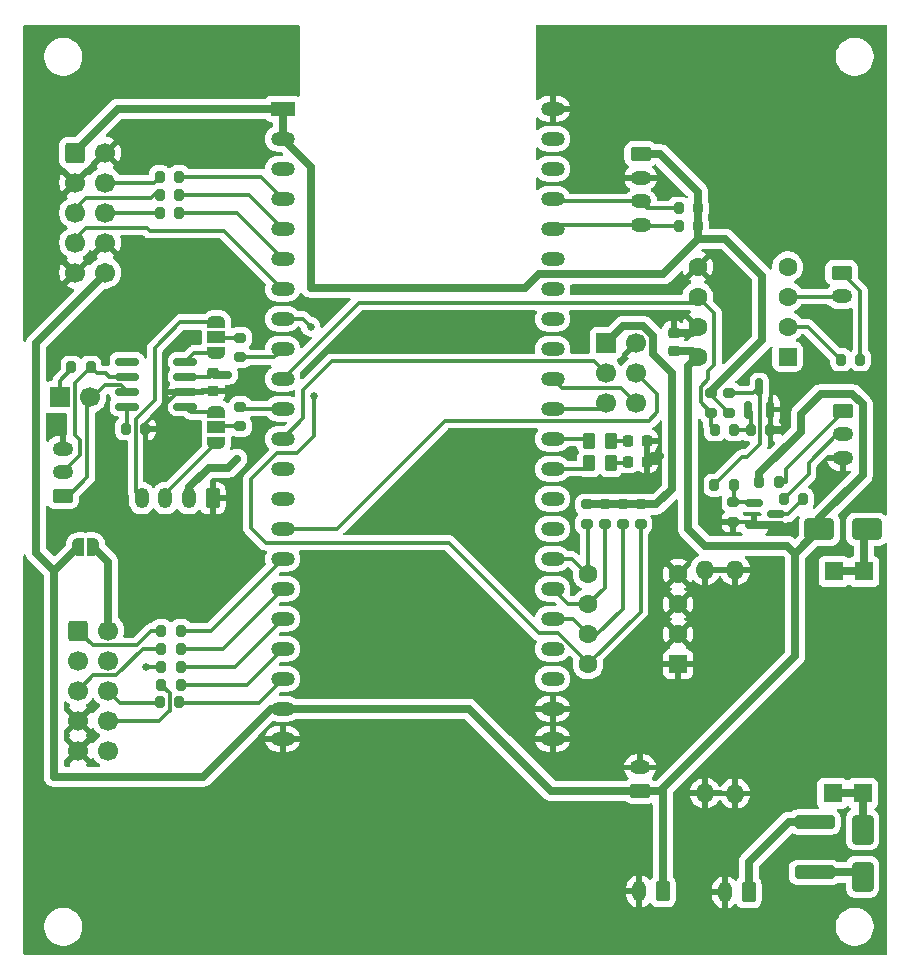
<source format=gtl>
%TF.GenerationSoftware,KiCad,Pcbnew,9.0.6*%
%TF.CreationDate,2026-01-12T11:26:17-05:00*%
%TF.ProjectId,OrganUniversalMCUboard,4f726761-6e55-46e6-9976-657273616c4d,rev?*%
%TF.SameCoordinates,Original*%
%TF.FileFunction,Copper,L1,Top*%
%TF.FilePolarity,Positive*%
%FSLAX46Y46*%
G04 Gerber Fmt 4.6, Leading zero omitted, Abs format (unit mm)*
G04 Created by KiCad (PCBNEW 9.0.6) date 2026-01-12 11:26:17*
%MOMM*%
%LPD*%
G01*
G04 APERTURE LIST*
G04 Aperture macros list*
%AMRoundRect*
0 Rectangle with rounded corners*
0 $1 Rounding radius*
0 $2 $3 $4 $5 $6 $7 $8 $9 X,Y pos of 4 corners*
0 Add a 4 corners polygon primitive as box body*
4,1,4,$2,$3,$4,$5,$6,$7,$8,$9,$2,$3,0*
0 Add four circle primitives for the rounded corners*
1,1,$1+$1,$2,$3*
1,1,$1+$1,$4,$5*
1,1,$1+$1,$6,$7*
1,1,$1+$1,$8,$9*
0 Add four rect primitives between the rounded corners*
20,1,$1+$1,$2,$3,$4,$5,0*
20,1,$1+$1,$4,$5,$6,$7,0*
20,1,$1+$1,$6,$7,$8,$9,0*
20,1,$1+$1,$8,$9,$2,$3,0*%
%AMFreePoly0*
4,1,23,0.500000,-0.750000,0.000000,-0.750000,0.000000,-0.745722,-0.065263,-0.745722,-0.191342,-0.711940,-0.304381,-0.646677,-0.396677,-0.554381,-0.461940,-0.441342,-0.495722,-0.315263,-0.495722,-0.250000,-0.500000,-0.250000,-0.500000,0.250000,-0.495722,0.250000,-0.495722,0.315263,-0.461940,0.441342,-0.396677,0.554381,-0.304381,0.646677,-0.191342,0.711940,-0.065263,0.745722,0.000000,0.745722,
0.000000,0.750000,0.500000,0.750000,0.500000,-0.750000,0.500000,-0.750000,$1*%
%AMFreePoly1*
4,1,23,0.000000,0.745722,0.065263,0.745722,0.191342,0.711940,0.304381,0.646677,0.396677,0.554381,0.461940,0.441342,0.495722,0.315263,0.495722,0.250000,0.500000,0.250000,0.500000,-0.250000,0.495722,-0.250000,0.495722,-0.315263,0.461940,-0.441342,0.396677,-0.554381,0.304381,-0.646677,0.191342,-0.711940,0.065263,-0.745722,0.000000,-0.745722,0.000000,-0.750000,-0.500000,-0.750000,
-0.500000,0.750000,0.000000,0.750000,0.000000,0.745722,0.000000,0.745722,$1*%
%AMFreePoly2*
4,1,23,0.550000,-0.750000,0.000000,-0.750000,0.000000,-0.745722,-0.065263,-0.745722,-0.191342,-0.711940,-0.304381,-0.646677,-0.396677,-0.554381,-0.461940,-0.441342,-0.495722,-0.315263,-0.495722,-0.250000,-0.500000,-0.250000,-0.500000,0.250000,-0.495722,0.250000,-0.495722,0.315263,-0.461940,0.441342,-0.396677,0.554381,-0.304381,0.646677,-0.191342,0.711940,-0.065263,0.745722,0.000000,0.745722,
0.000000,0.750000,0.550000,0.750000,0.550000,-0.750000,0.550000,-0.750000,$1*%
%AMFreePoly3*
4,1,23,0.000000,0.745722,0.065263,0.745722,0.191342,0.711940,0.304381,0.646677,0.396677,0.554381,0.461940,0.441342,0.495722,0.315263,0.495722,0.250000,0.500000,0.250000,0.500000,-0.250000,0.495722,-0.250000,0.495722,-0.315263,0.461940,-0.441342,0.396677,-0.554381,0.304381,-0.646677,0.191342,-0.711940,0.065263,-0.745722,0.000000,-0.745722,0.000000,-0.750000,-0.550000,-0.750000,
-0.550000,0.750000,0.000000,0.750000,0.000000,0.745722,0.000000,0.745722,$1*%
G04 Aperture macros list end*
%TA.AperFunction,ComponentPad*%
%ADD10RoundRect,0.250000X-0.600000X-0.600000X0.600000X-0.600000X0.600000X0.600000X-0.600000X0.600000X0*%
%TD*%
%TA.AperFunction,ComponentPad*%
%ADD11C,1.700000*%
%TD*%
%TA.AperFunction,SMDPad,CuDef*%
%ADD12RoundRect,0.200000X0.275000X-0.200000X0.275000X0.200000X-0.275000X0.200000X-0.275000X-0.200000X0*%
%TD*%
%TA.AperFunction,SMDPad,CuDef*%
%ADD13RoundRect,0.218750X0.218750X0.256250X-0.218750X0.256250X-0.218750X-0.256250X0.218750X-0.256250X0*%
%TD*%
%TA.AperFunction,SMDPad,CuDef*%
%ADD14RoundRect,0.200000X-0.200000X-0.275000X0.200000X-0.275000X0.200000X0.275000X-0.200000X0.275000X0*%
%TD*%
%TA.AperFunction,ComponentPad*%
%ADD15RoundRect,0.250000X0.550000X0.550000X-0.550000X0.550000X-0.550000X-0.550000X0.550000X-0.550000X0*%
%TD*%
%TA.AperFunction,ComponentPad*%
%ADD16C,1.600000*%
%TD*%
%TA.AperFunction,SMDPad,CuDef*%
%ADD17RoundRect,0.200000X-0.275000X0.200000X-0.275000X-0.200000X0.275000X-0.200000X0.275000X0.200000X0*%
%TD*%
%TA.AperFunction,SMDPad,CuDef*%
%ADD18FreePoly0,180.000000*%
%TD*%
%TA.AperFunction,SMDPad,CuDef*%
%ADD19FreePoly1,180.000000*%
%TD*%
%TA.AperFunction,SMDPad,CuDef*%
%ADD20RoundRect,0.200000X0.200000X0.275000X-0.200000X0.275000X-0.200000X-0.275000X0.200000X-0.275000X0*%
%TD*%
%TA.AperFunction,SMDPad,CuDef*%
%ADD21RoundRect,0.250000X-0.262500X-0.450000X0.262500X-0.450000X0.262500X0.450000X-0.262500X0.450000X0*%
%TD*%
%TA.AperFunction,ComponentPad*%
%ADD22RoundRect,0.250000X0.350000X0.625000X-0.350000X0.625000X-0.350000X-0.625000X0.350000X-0.625000X0*%
%TD*%
%TA.AperFunction,ComponentPad*%
%ADD23O,1.200000X1.750000*%
%TD*%
%TA.AperFunction,SMDPad,CuDef*%
%ADD24RoundRect,0.150000X0.150000X-0.587500X0.150000X0.587500X-0.150000X0.587500X-0.150000X-0.587500X0*%
%TD*%
%TA.AperFunction,SMDPad,CuDef*%
%ADD25FreePoly2,270.000000*%
%TD*%
%TA.AperFunction,SMDPad,CuDef*%
%ADD26R,1.500000X1.000000*%
%TD*%
%TA.AperFunction,SMDPad,CuDef*%
%ADD27FreePoly3,270.000000*%
%TD*%
%TA.AperFunction,ComponentPad*%
%ADD28R,1.600000X1.600000*%
%TD*%
%TA.AperFunction,ComponentPad*%
%ADD29O,1.600000X1.600000*%
%TD*%
%TA.AperFunction,SMDPad,CuDef*%
%ADD30RoundRect,0.225000X-0.250000X0.225000X-0.250000X-0.225000X0.250000X-0.225000X0.250000X0.225000X0*%
%TD*%
%TA.AperFunction,SMDPad,CuDef*%
%ADD31RoundRect,0.250000X-0.650000X1.000000X-0.650000X-1.000000X0.650000X-1.000000X0.650000X1.000000X0*%
%TD*%
%TA.AperFunction,ComponentPad*%
%ADD32RoundRect,0.250000X0.625000X-0.350000X0.625000X0.350000X-0.625000X0.350000X-0.625000X-0.350000X0*%
%TD*%
%TA.AperFunction,ComponentPad*%
%ADD33O,1.750000X1.200000*%
%TD*%
%TA.AperFunction,ComponentPad*%
%ADD34R,1.700000X1.700000*%
%TD*%
%TA.AperFunction,ComponentPad*%
%ADD35RoundRect,0.250000X-0.625000X0.350000X-0.625000X-0.350000X0.625000X-0.350000X0.625000X0.350000X0*%
%TD*%
%TA.AperFunction,SMDPad,CuDef*%
%ADD36FreePoly2,90.000000*%
%TD*%
%TA.AperFunction,SMDPad,CuDef*%
%ADD37FreePoly3,90.000000*%
%TD*%
%TA.AperFunction,ComponentPad*%
%ADD38R,2.000000X1.200000*%
%TD*%
%TA.AperFunction,ComponentPad*%
%ADD39O,2.000000X1.200000*%
%TD*%
%TA.AperFunction,SMDPad,CuDef*%
%ADD40RoundRect,0.150000X-0.587500X-0.150000X0.587500X-0.150000X0.587500X0.150000X-0.587500X0.150000X0*%
%TD*%
%TA.AperFunction,SMDPad,CuDef*%
%ADD41RoundRect,0.150000X0.825000X0.150000X-0.825000X0.150000X-0.825000X-0.150000X0.825000X-0.150000X0*%
%TD*%
%TA.AperFunction,SMDPad,CuDef*%
%ADD42RoundRect,0.225000X0.250000X-0.225000X0.250000X0.225000X-0.250000X0.225000X-0.250000X-0.225000X0*%
%TD*%
%TA.AperFunction,SMDPad,CuDef*%
%ADD43RoundRect,0.250000X1.450000X-0.312500X1.450000X0.312500X-1.450000X0.312500X-1.450000X-0.312500X0*%
%TD*%
%TA.AperFunction,SMDPad,CuDef*%
%ADD44RoundRect,0.250000X-1.000000X-0.650000X1.000000X-0.650000X1.000000X0.650000X-1.000000X0.650000X0*%
%TD*%
%TA.AperFunction,ViaPad*%
%ADD45C,0.670000*%
%TD*%
%TA.AperFunction,Conductor*%
%ADD46C,0.700000*%
%TD*%
%TA.AperFunction,Conductor*%
%ADD47C,0.300000*%
%TD*%
G04 APERTURE END LIST*
D10*
%TO.P,J7,1,Pin_1*%
%TO.N,+3.3V*%
X70993000Y-60833000D03*
D11*
%TO.P,J7,2,Pin_2*%
%TO.N,GND*%
X73533000Y-60833000D03*
%TO.P,J7,3,Pin_3*%
X70993000Y-63373000D03*
%TO.P,J7,4,Pin_4*%
%TO.N,Net-(J7-Pin_4)*%
X73533000Y-63373000D03*
%TO.P,J7,5,Pin_5*%
%TO.N,Net-(J7-Pin_5)*%
X70993000Y-65913000D03*
%TO.P,J7,6,Pin_6*%
%TO.N,Net-(J7-Pin_6)*%
X73533000Y-65913000D03*
%TO.P,J7,7,Pin_7*%
%TO.N,/I2S_MCLK*%
X70993000Y-68453000D03*
%TO.P,J7,8,Pin_8*%
%TO.N,GND*%
X73533000Y-68453000D03*
%TO.P,J7,9,Pin_9*%
X70993000Y-70993000D03*
%TO.P,J7,10,Pin_10*%
%TO.N,SYS_5V*%
X73533000Y-70993000D03*
%TD*%
D12*
%TO.P,R4,1*%
%TO.N,GND*%
X126704000Y-92082751D03*
%TO.P,R4,2*%
%TO.N,/MIDI/Q1_B*%
X126704000Y-90432751D03*
%TD*%
D13*
%TO.P,D2,1,K*%
%TO.N,GND*%
X119405502Y-86995001D03*
%TO.P,D2,2,A*%
%TO.N,Net-(D2-A)*%
X117830498Y-86994999D03*
%TD*%
D14*
%TO.P,R3,1*%
%TO.N,/MIDI/MIDI_THRU_DRV*%
X125117000Y-88971751D03*
%TO.P,R3,2*%
%TO.N,/MIDI/Q1_B*%
X126767000Y-88971751D03*
%TD*%
D15*
%TO.P,U2,1,NC*%
%TO.N,unconnected-(U2-NC-Pad1)*%
X131312999Y-78105000D03*
D16*
%TO.P,U2,2,A*%
%TO.N,Net-(U2-A)*%
X131313000Y-75564997D03*
%TO.P,U2,3,C*%
%TO.N,/MIDI/MIDI_IN_P5*%
X131312999Y-73025000D03*
%TO.P,U2,4,NC*%
%TO.N,unconnected-(U2-NC-Pad4)*%
X131312999Y-70485000D03*
%TO.P,U2,5,GND*%
%TO.N,GND*%
X123692999Y-70485000D03*
%TO.P,U2,6,VO*%
%TO.N,/MIDI_GPIO*%
X123692998Y-73025000D03*
%TO.P,U2,7,EN*%
%TO.N,GND*%
X123692999Y-75565001D03*
%TO.P,U2,8,VCC*%
%TO.N,SYS_5V*%
X123692999Y-78105000D03*
%TD*%
D17*
%TO.P,RP_DIP3,1*%
%TO.N,+3.3V*%
X115824000Y-90615000D03*
%TO.P,RP_DIP3,2*%
%TO.N,/DIP3*%
X115824000Y-92265000D03*
%TD*%
D18*
%TO.P,JP2,1,A*%
%TO.N,Net-(J8-Pin_2)*%
X72532000Y-94234000D03*
D19*
%TO.P,JP2,2,B*%
%TO.N,SYS_5V*%
X71232000Y-94234000D03*
%TD*%
D20*
%TO.P,R9,1*%
%TO.N,GND*%
X129857002Y-84304752D03*
%TO.P,R9,2*%
%TO.N,Net-(Q2-B)*%
X128207002Y-84304752D03*
%TD*%
D14*
%TO.P,RS_MOSI1,1*%
%TO.N,Net-(J8-Pin_8)*%
X78296000Y-105862000D03*
%TO.P,RS_MOSI1,2*%
%TO.N,/SPI_MOSI*%
X79946000Y-105862000D03*
%TD*%
%TO.P,RS_CLR1,1*%
%TO.N,Net-(J8-Pin_1)*%
X78296000Y-101290000D03*
%TO.P,RS_CLR1,2*%
%TO.N,/SPI_CLR*%
X79946000Y-101290000D03*
%TD*%
D21*
%TO.P,RLED2,1*%
%TO.N,/LED2*%
X114530500Y-85217000D03*
%TO.P,RLED2,2*%
%TO.N,Net-(D3-A)*%
X116355500Y-85217000D03*
%TD*%
D22*
%TO.P,J2,1,Pin_1*%
%TO.N,SYS_5V*%
X120761001Y-123359000D03*
D23*
%TO.P,J2,2,Pin_2*%
%TO.N,GND*%
X118761001Y-123359000D03*
%TD*%
D24*
%TO.P,Q2,1,B*%
%TO.N,Net-(Q2-B)*%
X127955001Y-82575256D03*
%TO.P,Q2,2,E*%
%TO.N,GND*%
X129854998Y-82575254D03*
%TO.P,Q2,3,C*%
%TO.N,/MIDI/MIDI_THRU_DRV*%
X128904999Y-80700253D03*
%TD*%
D22*
%TO.P,J5,1,Pin_1*%
%TO.N,GND*%
X82629001Y-90084999D03*
D23*
%TO.P,J5,2,Pin_2*%
%TO.N,+3.3V*%
X80629001Y-90084999D03*
%TO.P,J5,3,Pin_3*%
%TO.N,/BoardToBoardComms/UART_TX_HDR*%
X78629001Y-90084999D03*
%TO.P,J5,4,Pin_4*%
%TO.N,/BoardToBoardComms/UART_RX_HDR*%
X76629000Y-90085000D03*
%TD*%
D25*
%TO.P,SJ_COMM_RX1,1,A*%
%TO.N,/BoardToBoardComms/UART_RX_HDR*%
X82952000Y-75154002D03*
D26*
%TO.P,SJ_COMM_RX1,2,C*%
%TO.N,Net-(SJ_COMM_RX1-C)*%
X82952000Y-76454002D03*
D27*
%TO.P,SJ_COMM_RX1,3,B*%
%TO.N,/BoardToBoardComms/CAN_RXD*%
X82952000Y-77754002D03*
%TD*%
D20*
%TO.P,RP_SDA1,1*%
%TO.N,+3.3V*%
X123761000Y-65532000D03*
%TO.P,RP_SDA1,2*%
%TO.N,/I2C_SDA*%
X122111000Y-65532000D03*
%TD*%
D28*
%TO.P,A5V1,1,IN+*%
%TO.N,/Power/VIN_PROT*%
X135127999Y-115062001D03*
X137668000Y-115062001D03*
D29*
%TO.P,A5V1,2,IN-*%
%TO.N,GND*%
X126872999Y-115087402D03*
X124332999Y-115062001D03*
D28*
%TO.P,A5V1,3,OUT+*%
%TO.N,/Power/BUCK_5V*%
X135254997Y-96266001D03*
X137795000Y-96266001D03*
D29*
%TO.P,A5V1,4,OUT-*%
%TO.N,GND*%
X126873000Y-96164401D03*
X124332999Y-96139002D03*
%TD*%
D22*
%TO.P,J1,1,Pin_1*%
%TO.N,/Power/VIN_12V*%
X128016000Y-123444000D03*
D23*
%TO.P,J1,2,Pin_2*%
%TO.N,GND*%
X126016000Y-123444000D03*
%TD*%
D30*
%TO.P,CD_U5,1*%
%TO.N,+3.3V*%
X82697998Y-79488994D03*
%TO.P,CD_U5,2*%
%TO.N,GND*%
X82697998Y-81038996D03*
%TD*%
D31*
%TO.P,D1,1,K*%
%TO.N,/Power/VIN_PROT*%
X137668000Y-118142001D03*
%TO.P,D1,2,A*%
%TO.N,/Power/VIN_FUSED*%
X137668000Y-122142001D03*
%TD*%
D32*
%TO.P,J10,1,Pin_1*%
%TO.N,SYS_5V*%
X118830000Y-114880900D03*
D33*
%TO.P,J10,2,Pin_2*%
%TO.N,GND*%
X118830000Y-112880900D03*
%TD*%
D34*
%TO.P,JP1,1,A*%
%TO.N,Net-(JP1-A)*%
X69718000Y-81534000D03*
D11*
%TO.P,JP1,2,B*%
%TO.N,/BoardToBoardComms/CANH*%
X72258001Y-81534001D03*
%TD*%
D13*
%TO.P,D3,1,K*%
%TO.N,GND*%
X119405502Y-85217001D03*
%TO.P,D3,2,A*%
%TO.N,Net-(D3-A)*%
X117830498Y-85216999D03*
%TD*%
D12*
%TO.P,R8,1*%
%TO.N,+3.3V*%
X126365000Y-82843751D03*
%TO.P,R8,2*%
%TO.N,/MIDI/MIDI_THRU_DRV*%
X126365000Y-81193751D03*
%TD*%
D35*
%TO.P,J4,1,Pin_1*%
%TO.N,/MIDI/MIDI_THRU_P4*%
X136017000Y-82677000D03*
D33*
%TO.P,J4,2,Pin_2*%
%TO.N,/MIDI/MIDI_THRU_P5*%
X136017000Y-84677000D03*
%TO.P,J4,3,Pin_3*%
%TO.N,GND*%
X136017000Y-86677000D03*
%TD*%
D36*
%TO.P,SJ_COMM_TX1,1,A*%
%TO.N,/BoardToBoardComms/UART_TX_HDR*%
X82951996Y-85373997D03*
D26*
%TO.P,SJ_COMM_TX1,2,C*%
%TO.N,Net-(SJ_COMM_TX1-C)*%
X82951996Y-84073997D03*
D37*
%TO.P,SJ_COMM_TX1,3,B*%
%TO.N,/BoardToBoardComms/CAN_TXD*%
X82951996Y-82773997D03*
%TD*%
D14*
%TO.P,R_TERM1,1*%
%TO.N,Net-(JP1-A)*%
X70676000Y-78994000D03*
%TO.P,R_TERM1,2*%
%TO.N,/BoardToBoardComms/CANL*%
X72326000Y-78994000D03*
%TD*%
%TO.P,RS_LATCH1,1*%
%TO.N,Net-(J8-Pin_6)*%
X78169000Y-107315000D03*
%TO.P,RS_LATCH1,2*%
%TO.N,/SPI_LATCH*%
X79819000Y-107315000D03*
%TD*%
D35*
%TO.P,J3,1,Pin_1*%
%TO.N,/MIDI/MIDI_IN_P4*%
X135890000Y-70993000D03*
D33*
%TO.P,J3,2,Pin_2*%
%TO.N,/MIDI/MIDI_IN_P5*%
X135890000Y-72993000D03*
%TD*%
D14*
%TO.P,RS1,1*%
%TO.N,Net-(U5-Rs)*%
X75268999Y-84201000D03*
%TO.P,RS1,2*%
%TO.N,GND*%
X76918999Y-84201000D03*
%TD*%
%TO.P,RS_BCLK1,1*%
%TO.N,Net-(J7-Pin_4)*%
X78155500Y-62851500D03*
%TO.P,RS_BCLK1,2*%
%TO.N,/I2S_BLCK*%
X79805500Y-62851500D03*
%TD*%
D38*
%TO.P,U1,1,3V3*%
%TO.N,+3.3V*%
X88570000Y-57107920D03*
D39*
%TO.P,U1,2,3V3*%
X88570000Y-59647920D03*
%TO.P,U1,3,CHIP_PU*%
%TO.N,unconnected-(U1-CHIP_PU-Pad3)*%
X88570000Y-62187920D03*
%TO.P,U1,4,GPIO4/ADC1_CH3*%
%TO.N,/I2S_BLCK*%
X88570000Y-64727920D03*
%TO.P,U1,5,GPIO5/ADC1_CH4*%
%TO.N,/I2S_LRCLK*%
X88570000Y-67267920D03*
%TO.P,U1,6,GPIO6/ADC1_CH5*%
%TO.N,/I2S_DIN*%
X88570000Y-69807920D03*
%TO.P,U1,7,GPIO7/ADC1_CH6*%
%TO.N,/I2S_MCLK*%
X88570000Y-72347920D03*
%TO.P,U1,8,GPIO15/ADC2_CH4/32K_P*%
%TO.N,/DIP1*%
X88570000Y-74887920D03*
%TO.P,U1,9,GPIO16/ADC2_CH5/32K_N*%
%TO.N,/COMM_RX*%
X88570000Y-77427920D03*
%TO.P,U1,10,GPIO17/ADC2_CH6*%
%TO.N,/MIDI_GPIO*%
X88570000Y-79967920D03*
%TO.P,U1,11,GPIO18/ADC2_CH7*%
%TO.N,/COMM_TX*%
X88570000Y-82507920D03*
%TO.P,U1,12,GPIO8/ADC1_CH7*%
%TO.N,/GPIO8*%
X88570000Y-85047920D03*
%TO.P,U1,13,GPIO3/ADC1_CH2*%
%TO.N,unconnected-(U1-GPIO3{slash}ADC1_CH2-Pad13)*%
X88570000Y-87587920D03*
%TO.P,U1,14,GPIO46*%
%TO.N,unconnected-(U1-GPIO46-Pad14)*%
X88570000Y-90127920D03*
%TO.P,U1,15,GPIO9/ADC1_CH8*%
%TO.N,/GPIO9*%
X88570000Y-92667920D03*
%TO.P,U1,16,GPIO10/ADC1_CH9*%
%TO.N,/SPI_CLR*%
X88570000Y-95207920D03*
%TO.P,U1,17,GPIO11/ADC2_CH0*%
%TO.N,/SPI_OE_N*%
X88570000Y-97747920D03*
%TO.P,U1,18,GPIO12/ADC2_CH1*%
%TO.N,/SPI_SCK*%
X88570000Y-100287920D03*
%TO.P,U1,19,GPIO13/ADC2_CH2*%
%TO.N,/SPI_MOSI*%
X88570000Y-102827920D03*
%TO.P,U1,20,GPIO14/ADC2_CH3*%
%TO.N,/SPI_LATCH*%
X88566320Y-105365200D03*
%TO.P,U1,21,5V*%
%TO.N,SYS_5V*%
X88566320Y-107905200D03*
%TO.P,U1,22,GND*%
%TO.N,GND*%
X88566320Y-110445200D03*
%TO.P,U1,23,GND*%
X111430000Y-110447920D03*
%TO.P,U1,24,GND*%
X111430000Y-107907920D03*
%TO.P,U1,25,GPIO19/USB_D-*%
%TO.N,unconnected-(U1-GPIO19{slash}USB_D--Pad25)*%
X111430000Y-105367920D03*
%TO.P,U1,26,GPIO20/USB_D+*%
%TO.N,unconnected-(U1-GPIO20{slash}USB_D+-Pad26)*%
X111430000Y-102827920D03*
%TO.P,U1,27,GPIO21*%
%TO.N,/DIP2*%
X111430000Y-100287920D03*
%TO.P,U1,28,GPIO47*%
%TO.N,/DIP3*%
X111430000Y-97747920D03*
%TO.P,U1,29,GPIO48*%
%TO.N,/DIP4*%
X111430000Y-95207920D03*
%TO.P,U1,30,GPIO45*%
%TO.N,unconnected-(U1-GPIO45-Pad30)*%
X111430000Y-92667920D03*
%TO.P,U1,31,GPIO0*%
%TO.N,unconnected-(U1-GPIO0-Pad31)*%
X111430000Y-90127920D03*
%TO.P,U1,32,GPIO35*%
%TO.N,/LED1*%
X111430000Y-87587920D03*
%TO.P,U1,33,GPIO36*%
%TO.N,/LED2*%
X111430000Y-85047920D03*
%TO.P,U1,34,GPIO37*%
%TO.N,/GPIO37*%
X111430000Y-82507920D03*
%TO.P,U1,35,GPIO38*%
%TO.N,/GPIO38*%
X111430000Y-79967920D03*
%TO.P,U1,36,GPIO39/MTCK*%
%TO.N,unconnected-(U1-GPIO39{slash}MTCK-Pad36)*%
X111430000Y-77427920D03*
%TO.P,U1,37,GPIO40/MTDO*%
%TO.N,unconnected-(U1-GPIO40{slash}MTDO-Pad37)*%
X111430000Y-74887920D03*
%TO.P,U1,38,GPIO41/MTDI*%
%TO.N,unconnected-(U1-GPIO41{slash}MTDI-Pad38)*%
X111430000Y-72347920D03*
%TO.P,U1,39,GPIO42/MTMS*%
%TO.N,unconnected-(U1-GPIO42{slash}MTMS-Pad39)*%
X111430000Y-69807920D03*
%TO.P,U1,40,GPIO2/ADC1_CH1*%
%TO.N,/I2C_SCL*%
X111430000Y-67267920D03*
%TO.P,U1,41,GPIO1/ADC1_CH0*%
%TO.N,/I2C_SDA*%
X111430000Y-64727920D03*
%TO.P,U1,42,GPIO44/U0RXD*%
%TO.N,unconnected-(U1-GPIO44{slash}U0RXD-Pad42)*%
X111430000Y-62187920D03*
%TO.P,U1,43,GPIO43/U0TXD*%
%TO.N,unconnected-(U1-GPIO43{slash}U0TXD-Pad43)*%
X111430000Y-59647920D03*
%TO.P,U1,44,GND*%
%TO.N,GND*%
X111430000Y-57107920D03*
%TD*%
D40*
%TO.P,Q1,1,B*%
%TO.N,/MIDI/Q1_B*%
X128475500Y-90490000D03*
%TO.P,Q1,2,E*%
%TO.N,GND*%
X128475500Y-92390000D03*
%TO.P,Q1,3,C*%
%TO.N,/MIDI/MIDI_THRU_SINK*%
X130350500Y-91440000D03*
%TD*%
D14*
%TO.P,R1,1*%
%TO.N,/MIDI_GPIO*%
X125159001Y-84304754D03*
%TO.P,R1,2*%
%TO.N,Net-(Q2-B)*%
X126809001Y-84304754D03*
%TD*%
%TO.P,RS_DIN1,1*%
%TO.N,Net-(J7-Pin_6)*%
X78155500Y-65899500D03*
%TO.P,RS_DIN1,2*%
%TO.N,/I2S_DIN*%
X79805500Y-65899500D03*
%TD*%
D34*
%TO.P,J11,1,Pin_1*%
%TO.N,+3.3V*%
X115946000Y-76962000D03*
D11*
%TO.P,J11,2,Pin_2*%
%TO.N,GND*%
X118486000Y-76962000D03*
%TO.P,J11,3,Pin_3*%
%TO.N,/GPIO8*%
X115946000Y-79502000D03*
%TO.P,J11,4,Pin_4*%
%TO.N,/GPIO9*%
X118486000Y-79502000D03*
%TO.P,J11,5,Pin_5*%
%TO.N,/GPIO37*%
X115946000Y-82042000D03*
%TO.P,J11,6,Pin_6*%
%TO.N,/GPIO38*%
X118486000Y-82042000D03*
%TD*%
D14*
%TO.P,RS_OE_N1,1*%
%TO.N,Net-(J8-Pin_5)*%
X78296000Y-102814000D03*
%TO.P,RS_OE_N1,2*%
%TO.N,/SPI_OE_N*%
X79946000Y-102814000D03*
%TD*%
D17*
%TO.P,RP_DIP2,1*%
%TO.N,+3.3V*%
X117348000Y-90615000D03*
%TO.P,RP_DIP2,2*%
%TO.N,/DIP2*%
X117348000Y-92265000D03*
%TD*%
D32*
%TO.P,J6,1,Pin_1*%
%TO.N,/BoardToBoardComms/CANH*%
X69935000Y-89884000D03*
D33*
%TO.P,J6,2,Pin_2*%
%TO.N,/BoardToBoardComms/CANL*%
X69935000Y-87884000D03*
%TO.P,J6,3,Pin_3*%
%TO.N,GND*%
X69935000Y-85884000D03*
%TD*%
D20*
%TO.P,R5,1*%
%TO.N,/MIDI/MIDI_IN_P4*%
X137477000Y-78359000D03*
%TO.P,R5,2*%
%TO.N,Net-(U2-A)*%
X135827000Y-78359000D03*
%TD*%
D41*
%TO.P,U5,1,D*%
%TO.N,/BoardToBoardComms/CAN_TXD*%
X80332998Y-82325001D03*
%TO.P,U5,2,GND*%
%TO.N,GND*%
X80333000Y-81054999D03*
%TO.P,U5,3,VCC*%
%TO.N,+3.3V*%
X80333000Y-79784999D03*
%TO.P,U5,4,R*%
%TO.N,/BoardToBoardComms/CAN_RXD*%
X80333000Y-78514998D03*
%TO.P,U5,5,Vref*%
%TO.N,unconnected-(U5-Vref-Pad5)*%
X75383002Y-78514997D03*
%TO.P,U5,6,CANL*%
%TO.N,/BoardToBoardComms/CANL*%
X75383000Y-79784999D03*
%TO.P,U5,7,CANH*%
%TO.N,/BoardToBoardComms/CANH*%
X75383000Y-81054999D03*
%TO.P,U5,8,Rs*%
%TO.N,Net-(U5-Rs)*%
X75383000Y-82325000D03*
%TD*%
D14*
%TO.P,RS_SCK1,1*%
%TO.N,Net-(J8-Pin_3)*%
X78296000Y-104338000D03*
%TO.P,RS_SCK1,2*%
%TO.N,/SPI_SCK*%
X79946000Y-104338000D03*
%TD*%
D17*
%TO.P,RP_DIP1,1*%
%TO.N,+3.3V*%
X118872000Y-90615000D03*
%TO.P,RP_DIP1,2*%
%TO.N,/DIP1*%
X118872000Y-92265000D03*
%TD*%
D20*
%TO.P,RP_SCL1,1*%
%TO.N,+3.3V*%
X123761000Y-67056000D03*
%TO.P,RP_SCL1,2*%
%TO.N,/I2C_SCL*%
X122111000Y-67056000D03*
%TD*%
D12*
%TO.P,RS_UART_RX1,1*%
%TO.N,/COMM_RX*%
X84984000Y-78168000D03*
%TO.P,RS_UART_RX1,2*%
%TO.N,Net-(SJ_COMM_RX1-C)*%
X84984000Y-76518000D03*
%TD*%
D42*
%TO.P,CD_U2,1*%
%TO.N,SYS_5V*%
X121666000Y-77610001D03*
%TO.P,CD_U2,2*%
%TO.N,GND*%
X121666000Y-76059999D03*
%TD*%
D43*
%TO.P,F1,1*%
%TO.N,/Power/VIN_FUSED*%
X133604001Y-121771499D03*
%TO.P,F1,2*%
%TO.N,/Power/VIN_12V*%
X133603999Y-117496501D03*
%TD*%
D10*
%TO.P,J8,1,Pin_1*%
%TO.N,Net-(J8-Pin_1)*%
X71247000Y-101290000D03*
D11*
%TO.P,J8,2,Pin_2*%
%TO.N,Net-(J8-Pin_2)*%
X73787000Y-101290000D03*
%TO.P,J8,3,Pin_3*%
%TO.N,Net-(J8-Pin_3)*%
X71247000Y-103830000D03*
%TO.P,J8,4,Pin_4*%
%TO.N,GND*%
X73787000Y-103830000D03*
%TO.P,J8,5,Pin_5*%
%TO.N,Net-(J8-Pin_5)*%
X71247000Y-106370000D03*
%TO.P,J8,6,Pin_6*%
%TO.N,Net-(J8-Pin_6)*%
X73787000Y-106370000D03*
%TO.P,J8,7,Pin_7*%
%TO.N,GND*%
X71247000Y-108910000D03*
%TO.P,J8,8,Pin_8*%
%TO.N,Net-(J8-Pin_8)*%
X73787000Y-108910000D03*
%TO.P,J8,9,Pin_9*%
%TO.N,GND*%
X71247000Y-111450000D03*
%TO.P,J8,10,Pin_10*%
%TO.N,unconnected-(J8-Pin_10-Pad10)*%
X73787000Y-111450000D03*
%TD*%
D21*
%TO.P,RLED1,1*%
%TO.N,/LED1*%
X114530500Y-87122000D03*
%TO.P,RLED1,2*%
%TO.N,Net-(D2-A)*%
X116355500Y-87122000D03*
%TD*%
D17*
%TO.P,RS_UART_TX1,1*%
%TO.N,/COMM_TX*%
X84983998Y-82359998D03*
%TO.P,RS_UART_TX1,2*%
%TO.N,Net-(SJ_COMM_TX1-C)*%
X84983998Y-84009998D03*
%TD*%
D14*
%TO.P,RS_LRCLK1,1*%
%TO.N,Net-(J7-Pin_5)*%
X78155500Y-64375500D03*
%TO.P,RS_LRCLK1,2*%
%TO.N,/I2S_LRCLK*%
X79805500Y-64375500D03*
%TD*%
D20*
%TO.P,R2,1*%
%TO.N,/MIDI/MIDI_THRU_SINK*%
X132651000Y-90170000D03*
%TO.P,R2,2*%
%TO.N,/MIDI/MIDI_THRU_P5*%
X131001000Y-90170000D03*
%TD*%
D17*
%TO.P,R6,1*%
%TO.N,+3.3V*%
X124841000Y-81193751D03*
%TO.P,R6,2*%
%TO.N,/MIDI_GPIO*%
X124841000Y-82843751D03*
%TD*%
%TO.P,RP_DIP4,1*%
%TO.N,+3.3V*%
X114300000Y-90615000D03*
%TO.P,RP_DIP4,2*%
%TO.N,/DIP4*%
X114300000Y-92265000D03*
%TD*%
D14*
%TO.P,R7,1*%
%TO.N,SYS_5V*%
X128927000Y-88717751D03*
%TO.P,R7,2*%
%TO.N,/MIDI/MIDI_THRU_P4*%
X130577000Y-88717751D03*
%TD*%
D35*
%TO.P,J9,1,Pin_1*%
%TO.N,+3.3V*%
X118872000Y-60960000D03*
D33*
%TO.P,J9,2,Pin_2*%
%TO.N,GND*%
X118872000Y-62960000D03*
%TO.P,J9,3,Pin_3*%
%TO.N,/I2C_SDA*%
X118872000Y-64960000D03*
%TO.P,J9,4,Pin_4*%
%TO.N,/I2C_SCL*%
X118872001Y-66960001D03*
%TD*%
D15*
%TO.P,SW1,1*%
%TO.N,GND*%
X122042000Y-104127500D03*
D16*
%TO.P,SW1,2*%
X122042001Y-101587497D03*
%TO.P,SW1,3*%
X122042000Y-99047500D03*
%TO.P,SW1,4*%
X122042000Y-96507500D03*
%TO.P,SW1,5*%
%TO.N,/DIP4*%
X114422000Y-96507500D03*
%TO.P,SW1,6*%
%TO.N,/DIP3*%
X114421998Y-99047500D03*
%TO.P,SW1,7*%
%TO.N,/DIP2*%
X114422000Y-101587501D03*
%TO.P,SW1,8*%
%TO.N,/DIP1*%
X114422000Y-104127500D03*
%TD*%
D44*
%TO.P,D4,1,K*%
%TO.N,SYS_5V*%
X134017000Y-92710000D03*
%TO.P,D4,2,A*%
%TO.N,/Power/BUCK_5V*%
X138017000Y-92710000D03*
%TD*%
D45*
%TO.N,GND*%
X105000000Y-87500000D03*
X137500000Y-102500000D03*
X132500000Y-123698000D03*
X90000000Y-122500000D03*
X115000000Y-117500000D03*
X82500000Y-55000000D03*
X82629001Y-95000000D03*
X127500000Y-55000000D03*
X135000000Y-62500000D03*
X132500000Y-125000000D03*
X92500000Y-117500000D03*
X72500000Y-120000000D03*
X125000000Y-127500000D03*
X77500000Y-122500000D03*
X100000000Y-100000000D03*
X77597000Y-54991000D03*
X137500000Y-105000000D03*
X77500000Y-125000000D03*
X107500000Y-117500000D03*
X127000000Y-74549000D03*
X107500000Y-87500000D03*
X87500000Y-55000000D03*
X105000000Y-102500000D03*
X80137000Y-72009000D03*
X80000000Y-95000000D03*
X132500000Y-60000000D03*
X70000000Y-117500000D03*
X129540000Y-98679000D03*
X95000000Y-97500000D03*
X102500000Y-90000000D03*
X77597000Y-59055000D03*
X116967000Y-127508000D03*
X85000000Y-95000000D03*
X75000000Y-122500000D03*
X82500000Y-122500000D03*
X130000000Y-62500000D03*
X135000000Y-105000000D03*
X134378700Y-88658700D03*
X72644000Y-75311000D03*
X85000000Y-52500000D03*
X125000000Y-57500000D03*
X95000000Y-127500000D03*
X69469000Y-83566000D03*
X135000000Y-107500000D03*
X115000000Y-52500000D03*
X102500000Y-75000000D03*
X95000000Y-100000000D03*
X137500000Y-110000000D03*
X82423000Y-59055000D03*
X120000000Y-57500000D03*
X110000000Y-127500000D03*
X75184000Y-75184000D03*
X122500000Y-55000000D03*
X100000000Y-117500000D03*
X113919000Y-72390000D03*
X95000000Y-112500000D03*
X102500000Y-112500000D03*
X126873001Y-101600000D03*
X125000000Y-52500000D03*
X77851000Y-72009000D03*
X97500000Y-102500000D03*
X102500000Y-127500000D03*
X97500000Y-97500000D03*
X85000000Y-117500000D03*
X97500000Y-100000000D03*
X105000000Y-122500000D03*
X102500000Y-100000000D03*
X112500000Y-122500000D03*
X120000000Y-52500000D03*
X80000000Y-127500000D03*
X80010000Y-60198000D03*
X132500000Y-110000000D03*
X135000000Y-102500000D03*
X87500000Y-127500000D03*
X133604000Y-74422000D03*
X97500000Y-75000000D03*
X83185000Y-69342000D03*
X77470000Y-85884000D03*
X80000000Y-52500000D03*
X100000000Y-77500000D03*
X130000000Y-57500000D03*
X80000000Y-97500000D03*
X100000000Y-97500000D03*
X131826000Y-127508000D03*
X99949000Y-105410000D03*
X80000000Y-117500000D03*
X80645000Y-69469000D03*
X120777000Y-72390000D03*
X105000000Y-105000000D03*
X130749467Y-92340000D03*
X135000000Y-110000000D03*
X100000000Y-90000000D03*
X107500000Y-90000000D03*
X102500000Y-102500000D03*
X117500000Y-55000000D03*
X82500000Y-97500000D03*
X132500000Y-65000000D03*
X97500000Y-122500000D03*
X132500000Y-107500000D03*
X128397000Y-101600000D03*
X130000000Y-110000000D03*
X130937000Y-84304751D03*
X105000000Y-90000000D03*
X95000000Y-102500000D03*
X120523000Y-86487000D03*
X75000000Y-52500000D03*
X102500000Y-87500000D03*
X100000000Y-102500000D03*
X127889000Y-98679000D03*
X127000000Y-72263000D03*
X127500000Y-60000000D03*
X137500000Y-107500000D03*
%TO.N,+3.3V*%
X83947000Y-79629000D03*
X84709000Y-86741000D03*
X115951000Y-71120000D03*
%TO.N,Net-(J8-Pin_3)*%
X76962000Y-104338000D03*
%TO.N,/DIP1*%
X90932000Y-75565000D03*
X91186000Y-81407000D03*
%TD*%
D46*
%TO.N,+3.3V*%
X71374000Y-60325000D02*
X74591080Y-57107920D01*
X70993000Y-60325000D02*
X71374000Y-60325000D01*
X74591080Y-57107920D02*
X88570000Y-57107920D01*
%TO.N,SYS_5V*%
X67691000Y-76962000D02*
X73533000Y-71120000D01*
X67691000Y-94727000D02*
X67691000Y-76962000D01*
X73533000Y-71120000D02*
X73533000Y-70485000D01*
X69215000Y-96251000D02*
X67691000Y-94727000D01*
D47*
%TO.N,Net-(J7-Pin_4)*%
X74187000Y-63373000D02*
X73665500Y-62851500D01*
X77634000Y-63373000D02*
X74187000Y-63373000D01*
X78155500Y-62851500D02*
X77634000Y-63373000D01*
%TO.N,Net-(J7-Pin_5)*%
X71874000Y-64643000D02*
X71117500Y-65399500D01*
X77434000Y-64643000D02*
X71874000Y-64643000D01*
X77928500Y-64148500D02*
X77434000Y-64643000D01*
%TO.N,/I2S_MCLK*%
X83566000Y-67437000D02*
X88476920Y-72347920D01*
X77089000Y-67183000D02*
X77343000Y-67437000D01*
X71874000Y-67183000D02*
X77089000Y-67183000D01*
X77343000Y-67437000D02*
X83566000Y-67437000D01*
X71117500Y-67939500D02*
X71874000Y-67183000D01*
D46*
%TO.N,/Power/BUCK_5V*%
X135255000Y-96266000D02*
X137795000Y-96266000D01*
X137795000Y-96266000D02*
X137795000Y-92804999D01*
%TO.N,/Power/VIN_PROT*%
X137668001Y-118142001D02*
X137667999Y-115062000D01*
X137667999Y-115062000D02*
X135128000Y-115061999D01*
D47*
%TO.N,GND*%
X76918999Y-85332999D02*
X77470000Y-85884000D01*
D46*
X119913503Y-86487000D02*
X119405502Y-86995001D01*
D47*
X128475500Y-92292751D02*
X128560500Y-92207751D01*
X128168251Y-92082751D02*
X128475500Y-92390000D01*
D46*
X130749467Y-92340000D02*
X128525500Y-92340000D01*
D47*
X80332997Y-81054998D02*
X82681996Y-81054997D01*
D46*
X130937000Y-84304751D02*
X129857002Y-84304752D01*
D47*
X76918999Y-84201000D02*
X76918999Y-85332999D01*
D46*
X121666000Y-76059999D02*
X123198001Y-76059999D01*
D47*
X126704000Y-92082751D02*
X128168251Y-92082751D01*
D46*
X128525500Y-92340000D02*
X128475500Y-92390000D01*
X120523000Y-86487000D02*
X119913503Y-86487000D01*
D47*
X129857002Y-84304751D02*
X129857003Y-82577251D01*
X76918995Y-83819997D02*
X79684000Y-81055002D01*
D46*
X123198001Y-76059999D02*
X123692999Y-75565001D01*
D47*
X119405502Y-85217001D02*
X119405502Y-86995001D01*
D46*
%TO.N,SYS_5V*%
X87547800Y-107905200D02*
X81788000Y-113665000D01*
X137668000Y-82142576D02*
X136805424Y-81280000D01*
X137668000Y-88138000D02*
X137668000Y-82142576D01*
X120761001Y-114642900D02*
X131953000Y-103450901D01*
X132461000Y-84455000D02*
X128927000Y-87989000D01*
X132461000Y-82931000D02*
X132461000Y-84455000D01*
X134112000Y-81280000D02*
X132461000Y-82931000D01*
X136805424Y-81280000D02*
X134112000Y-81280000D01*
X120761000Y-120780900D02*
X120761001Y-123359000D01*
X121666000Y-77610001D02*
X123198000Y-77610001D01*
X120523002Y-114880900D02*
X120761001Y-114642900D01*
X122893000Y-78904999D02*
X122893000Y-92667000D01*
X134017000Y-91789000D02*
X137668000Y-88138000D01*
X69215000Y-96251000D02*
X71232000Y-94234000D01*
X122893000Y-92667000D02*
X124333000Y-94107000D01*
X131286000Y-94107000D02*
X131953000Y-94774000D01*
X69215000Y-113665000D02*
X69215000Y-96251000D01*
X134017000Y-92710000D02*
X134017000Y-91789000D01*
X131953000Y-103450901D02*
X131953000Y-94774000D01*
X88566320Y-107905200D02*
X104349200Y-107905200D01*
X118830000Y-114880900D02*
X120523002Y-114880900D01*
X104349200Y-107905200D02*
X111324900Y-114880900D01*
X111324900Y-114880900D02*
X118830000Y-114880900D01*
X123198000Y-77610001D02*
X123692999Y-78105000D01*
X120761000Y-120780900D02*
X120761001Y-114642900D01*
X131953000Y-94774000D02*
X134017000Y-92710000D01*
X124333000Y-94107000D02*
X131286000Y-94107000D01*
X81788000Y-113665000D02*
X69215000Y-113665000D01*
X128927000Y-87989000D02*
X128927000Y-88717751D01*
X88566320Y-107905200D02*
X87547800Y-107905200D01*
X123692999Y-78105000D02*
X122893000Y-78904999D01*
%TO.N,+3.3V*%
X123761000Y-64198000D02*
X123761000Y-65532000D01*
X126048000Y-68136000D02*
X129159000Y-71247000D01*
X90932000Y-72263000D02*
X109093000Y-72263000D01*
X117348000Y-90615000D02*
X116332000Y-90615000D01*
X80629001Y-90084999D02*
X80629001Y-89169999D01*
X80629001Y-89169999D02*
X82296000Y-87503000D01*
X121539000Y-89281000D02*
X120205000Y-90615000D01*
X83947000Y-79629000D02*
X82838004Y-79629000D01*
X90932000Y-62009920D02*
X90932000Y-72263000D01*
X88570000Y-59647920D02*
X88570000Y-57107920D01*
X129159000Y-71247000D02*
X129159000Y-76708000D01*
X120777000Y-71120000D02*
X123761000Y-68136000D01*
D47*
X82401993Y-79784999D02*
X82697998Y-79488994D01*
D46*
X109093000Y-72263000D02*
X110236000Y-71120000D01*
D47*
X80333000Y-79784999D02*
X82401993Y-79784999D01*
D46*
X123761000Y-67056000D02*
X123761000Y-65532000D01*
D47*
X124841000Y-81319751D02*
X126365000Y-82843751D01*
D46*
X115946000Y-76962000D02*
X117397000Y-75511000D01*
X119937000Y-77900000D02*
X121539000Y-79502000D01*
X110236000Y-71120000D02*
X115951000Y-71120000D01*
X119087024Y-75511000D02*
X119937000Y-76360976D01*
X83947000Y-87503000D02*
X84709000Y-86741000D01*
X88570000Y-59647920D02*
X90932000Y-62009920D01*
X121539000Y-79502000D02*
X121539000Y-89281000D01*
X123761000Y-68136000D02*
X126048000Y-68136000D01*
X115951000Y-71120000D02*
X120777000Y-71120000D01*
X82296000Y-87503000D02*
X83947000Y-87503000D01*
X116332000Y-90615000D02*
X114300000Y-90615000D01*
X116332000Y-90615000D02*
X115824000Y-90615000D01*
X118872000Y-60960000D02*
X120523000Y-60960000D01*
X117397000Y-75511000D02*
X119087024Y-75511000D01*
X119937000Y-76360976D02*
X119937000Y-77900000D01*
X120205000Y-90615000D02*
X118872000Y-90615000D01*
X82838004Y-79629000D02*
X82697998Y-79488994D01*
X118872000Y-90615000D02*
X117348000Y-90615000D01*
X123761000Y-68136000D02*
X123761000Y-67056000D01*
X129159000Y-76708000D02*
X124841000Y-81026000D01*
X124841000Y-81026000D02*
X124841000Y-81193751D01*
X120523000Y-60960000D02*
X123761000Y-64198000D01*
%TO.N,/Power/VIN_FUSED*%
X133603999Y-121771500D02*
X137297500Y-121771500D01*
D47*
%TO.N,Net-(D2-A)*%
X116355500Y-87122000D02*
X117703497Y-87122000D01*
%TO.N,Net-(D3-A)*%
X116355500Y-85217000D02*
X117830498Y-85216999D01*
D46*
%TO.N,/Power/VIN_12V*%
X128016000Y-123444000D02*
X128016000Y-120904000D01*
X128016000Y-120904000D02*
X131423499Y-117496501D01*
X131423499Y-117496501D02*
X133603999Y-117496501D01*
D47*
%TO.N,/MIDI/MIDI_IN_P5*%
X135932000Y-73025000D02*
X131312999Y-73025000D01*
%TO.N,/MIDI/MIDI_IN_P4*%
X137477000Y-78359000D02*
X137477000Y-72570000D01*
X137477000Y-72570000D02*
X135932000Y-71025000D01*
%TO.N,/MIDI/MIDI_THRU_P4*%
X130577000Y-88717751D02*
X131223000Y-88717751D01*
X131223000Y-88717751D02*
X131223000Y-87598000D01*
X131223000Y-87598000D02*
X136017000Y-82804000D01*
%TO.N,/MIDI/MIDI_THRU_P5*%
X133096000Y-87122000D02*
X135541000Y-84677000D01*
X133096000Y-88075000D02*
X133096000Y-87122000D01*
X131001000Y-90170000D02*
X133096000Y-88075000D01*
%TO.N,/BoardToBoardComms/UART_TX_HDR*%
X78629001Y-89696992D02*
X82951996Y-85373997D01*
%TO.N,/BoardToBoardComms/UART_RX_HDR*%
X77724000Y-77343000D02*
X79912998Y-75154002D01*
X77724000Y-81745521D02*
X77724000Y-77343000D01*
X76117999Y-83351522D02*
X77724000Y-81745521D01*
X79912998Y-75154002D02*
X82952000Y-75154002D01*
X76629000Y-90085000D02*
X76117999Y-89573999D01*
X76117999Y-89573999D02*
X76117999Y-83351522D01*
%TO.N,/BoardToBoardComms/CANL*%
X72326000Y-78994000D02*
X72834000Y-79502000D01*
X72834000Y-79502000D02*
X73596000Y-79502000D01*
X71374000Y-85138000D02*
X71374000Y-86445000D01*
X73596000Y-79502000D02*
X73878999Y-79784999D01*
X71374000Y-86445000D02*
X69935000Y-87884000D01*
X73878999Y-79784999D02*
X75383000Y-79784999D01*
X72326000Y-78994000D02*
X70969000Y-80351000D01*
X70969000Y-84733000D02*
X71374000Y-85138000D01*
X70969000Y-80351000D02*
X70969000Y-84733000D01*
%TO.N,/BoardToBoardComms/CANH*%
X74846001Y-80518000D02*
X75383000Y-81054999D01*
X72009000Y-82037005D02*
X72009000Y-88318000D01*
X73528005Y-80518000D02*
X74846001Y-80518000D01*
X72512002Y-81534003D02*
X73528005Y-80518000D01*
X72009000Y-88318000D02*
X70443000Y-89884000D01*
%TO.N,Net-(J7-Pin_6)*%
X78155500Y-65899500D02*
X74157500Y-65899500D01*
X74157500Y-65899500D02*
X73657500Y-65399500D01*
%TO.N,Net-(J8-Pin_5)*%
X74441000Y-105081000D02*
X72536000Y-105081000D01*
X72536000Y-105081000D02*
X71247000Y-106370000D01*
X78296000Y-102814000D02*
X76708000Y-102814000D01*
X76708000Y-102814000D02*
X74441000Y-105081000D01*
%TO.N,Net-(J8-Pin_1)*%
X78296000Y-101290000D02*
X77454182Y-101290000D01*
X72498000Y-102541000D02*
X71247000Y-101290000D01*
X77454182Y-101290000D02*
X76203183Y-102541000D01*
X76203183Y-102541000D02*
X72498000Y-102541000D01*
%TO.N,Net-(J8-Pin_3)*%
X78296000Y-104338000D02*
X76962000Y-104338000D01*
%TO.N,Net-(J8-Pin_8)*%
X78994000Y-106560000D02*
X78994000Y-108077000D01*
X78994000Y-108077000D02*
X78935484Y-108077000D01*
X78102484Y-108910000D02*
X73787000Y-108910000D01*
X78296000Y-105862000D02*
X78994000Y-106560000D01*
X78935484Y-108077000D02*
X78102484Y-108910000D01*
D46*
%TO.N,Net-(J8-Pin_2)*%
X72532000Y-94234000D02*
X73787000Y-95489000D01*
X73787000Y-95489000D02*
X73787000Y-101290000D01*
D47*
%TO.N,Net-(J8-Pin_6)*%
X74803000Y-107386000D02*
X73787000Y-106370000D01*
X78296000Y-107386000D02*
X74803000Y-107386000D01*
%TO.N,/I2C_SCL*%
X118872001Y-66960001D02*
X111737919Y-66960001D01*
X122111000Y-67056000D02*
X118968000Y-67056000D01*
%TO.N,/I2C_SDA*%
X119444000Y-65532000D02*
X118872000Y-64960000D01*
X118872000Y-64960000D02*
X111662080Y-64960000D01*
X122111000Y-65532000D02*
X119444000Y-65532000D01*
%TO.N,/GPIO38*%
X111430000Y-79967920D02*
X112215080Y-80753000D01*
X117197000Y-80753000D02*
X118486000Y-82042000D01*
X112215080Y-80753000D02*
X117197000Y-80753000D01*
%TO.N,/GPIO37*%
X111430000Y-82507920D02*
X115480080Y-82507920D01*
%TO.N,/GPIO8*%
X114930000Y-78486000D02*
X115946000Y-79502000D01*
X90297000Y-80899000D02*
X92710000Y-78486000D01*
X92710000Y-78486000D02*
X114930000Y-78486000D01*
X90297000Y-83320920D02*
X90297000Y-80899000D01*
X88570000Y-85047920D02*
X90297000Y-83320920D01*
%TO.N,/GPIO9*%
X119564080Y-83508920D02*
X120269000Y-82804000D01*
X120269000Y-81285000D02*
X118486000Y-79502000D01*
X88570000Y-92667920D02*
X93133080Y-92667920D01*
X120269000Y-82804000D02*
X120269000Y-81285000D01*
X93133080Y-92667920D02*
X102292080Y-83508920D01*
X102292080Y-83508920D02*
X119564080Y-83508920D01*
%TO.N,Net-(JP1-A)*%
X69718000Y-80142000D02*
X69718000Y-81534000D01*
X70676000Y-79184000D02*
X69718000Y-80142000D01*
%TO.N,/MIDI/MIDI_THRU_DRV*%
X128411501Y-81193751D02*
X128904999Y-80700253D01*
X127919002Y-86590750D02*
X127498001Y-86590750D01*
X129007999Y-85501753D02*
X127919002Y-86590750D01*
X127498001Y-86590750D02*
X125117000Y-88971751D01*
X126365000Y-81193751D02*
X128411501Y-81193751D01*
X129008003Y-80803251D02*
X129007999Y-85501753D01*
%TO.N,/MIDI_GPIO*%
X124611340Y-79306000D02*
X125095000Y-78822340D01*
X124841000Y-83986753D02*
X125159001Y-84304754D01*
X125095000Y-78822340D02*
X125095000Y-74427002D01*
X124841000Y-82843751D02*
X124841000Y-83986753D01*
X124200998Y-73533000D02*
X95004920Y-73533000D01*
X95004920Y-73533000D02*
X88570000Y-79967920D01*
X123952000Y-80645000D02*
X124611340Y-79985660D01*
X124611340Y-79985660D02*
X124611340Y-79306000D01*
X125095000Y-74427002D02*
X124200998Y-73533000D01*
X124841000Y-82843751D02*
X123952000Y-81954751D01*
X123952000Y-81954751D02*
X123952000Y-80645000D01*
%TO.N,/MIDI/MIDI_THRU_SINK*%
X130350500Y-91440000D02*
X131381000Y-91440000D01*
X131381000Y-91440000D02*
X132651000Y-90170000D01*
%TO.N,/MIDI/Q1_B*%
X126767000Y-88971751D02*
X126767000Y-90369751D01*
X126704000Y-90432751D02*
X128435500Y-90432751D01*
%TO.N,Net-(Q2-B)*%
X128207002Y-84304748D02*
X128207005Y-82827252D01*
X128207005Y-82827252D02*
X127954999Y-82575252D01*
X126809002Y-84304752D02*
X128207002Y-84304748D01*
%TO.N,Net-(U2-A)*%
X131313000Y-75564997D02*
X133032997Y-75564997D01*
X133032997Y-75564997D02*
X135827000Y-78359000D01*
%TO.N,/LED1*%
X114064580Y-87587920D02*
X114530500Y-87122000D01*
X111430000Y-87587920D02*
X114064580Y-87587920D01*
%TO.N,/LED2*%
X111430000Y-85047920D02*
X114361420Y-85047920D01*
%TO.N,/DIP1*%
X88570000Y-74887920D02*
X90254920Y-74887920D01*
X87122000Y-93853000D02*
X102616000Y-93853000D01*
X91186000Y-81407000D02*
X91186000Y-84785548D01*
X110236000Y-101473000D02*
X111890708Y-101473000D01*
X111890708Y-101473000D02*
X114422000Y-104004292D01*
X118872000Y-99677500D02*
X114422000Y-104127500D01*
X88109292Y-86233000D02*
X85852000Y-88490292D01*
X85852000Y-92583000D02*
X87122000Y-93853000D01*
X91186000Y-84785548D02*
X89738548Y-86233000D01*
X90254920Y-74887920D02*
X90932000Y-75565000D01*
X85852000Y-88490292D02*
X85852000Y-92583000D01*
X102616000Y-93853000D02*
X110236000Y-101473000D01*
X89738548Y-86233000D02*
X88109292Y-86233000D01*
X118872000Y-92265000D02*
X118872000Y-99677500D01*
%TO.N,/DIP2*%
X113122419Y-100287920D02*
X114422000Y-101587501D01*
X115201499Y-101587501D02*
X117348000Y-99441000D01*
X114422000Y-101587501D02*
X115201499Y-101587501D01*
X117348000Y-99441000D02*
X117348000Y-92265000D01*
X111430000Y-100287920D02*
X113122419Y-100287920D01*
%TO.N,/DIP3*%
X114421998Y-99047500D02*
X115824000Y-97645498D01*
X115824000Y-97645498D02*
X115824000Y-92265000D01*
X114421998Y-99047500D02*
X112729580Y-99047500D01*
X112729580Y-99047500D02*
X111430000Y-97747920D01*
%TO.N,/DIP4*%
X114329580Y-96507500D02*
X113030000Y-95207920D01*
X111430000Y-95207920D02*
X113030000Y-95207920D01*
X114422000Y-96507500D02*
X114422000Y-92387000D01*
%TO.N,Net-(U5-Rs)*%
X75383000Y-83705998D02*
X75268995Y-83820000D01*
X75382994Y-82324999D02*
X75383000Y-83705998D01*
%TO.N,/I2S_BLCK*%
X86693580Y-62851500D02*
X88570000Y-64727920D01*
X79805500Y-62851500D02*
X86693580Y-62851500D01*
%TO.N,/SPI_CLR*%
X82487920Y-101290000D02*
X88570000Y-95207920D01*
X79946000Y-101290000D02*
X82487920Y-101290000D01*
%TO.N,/I2S_DIN*%
X79805500Y-65899500D02*
X84661580Y-65899500D01*
X84661580Y-65899500D02*
X88570000Y-69807920D01*
%TO.N,/SPI_LATCH*%
X79946000Y-107386000D02*
X86545520Y-107386000D01*
X86545520Y-107386000D02*
X88566320Y-105365200D01*
%TO.N,/I2S_LRCLK*%
X85677580Y-64375500D02*
X88570000Y-67267920D01*
X79805500Y-64375500D02*
X85677580Y-64375500D01*
%TO.N,/SPI_MOSI*%
X79946000Y-105862000D02*
X85535920Y-105862000D01*
X85535920Y-105862000D02*
X88570000Y-102827920D01*
%TO.N,/SPI_OE_N*%
X79946000Y-102814000D02*
X83503920Y-102814000D01*
X83503920Y-102814000D02*
X88570000Y-97747920D01*
%TO.N,/SPI_SCK*%
X79946000Y-104338000D02*
X84519920Y-104338000D01*
X84519920Y-104338000D02*
X88570000Y-100287920D01*
%TO.N,Net-(SJ_COMM_RX1-C)*%
X84983998Y-76518001D02*
X83016000Y-76518000D01*
%TO.N,/COMM_RX*%
X87829920Y-78168000D02*
X88570000Y-77427920D01*
X84984000Y-78168000D02*
X87829920Y-78168000D01*
%TO.N,/COMM_TX*%
X88570000Y-82507920D02*
X85131920Y-82507920D01*
%TO.N,Net-(SJ_COMM_TX1-C)*%
X84984003Y-84009997D02*
X83015998Y-84010002D01*
%TO.N,/BoardToBoardComms/CAN_RXD*%
X81094002Y-77754000D02*
X80332996Y-78515002D01*
X82952003Y-77753999D02*
X81094002Y-77754000D01*
%TO.N,/BoardToBoardComms/CAN_TXD*%
X82951997Y-82774001D02*
X80781995Y-82774000D01*
X80781995Y-82774000D02*
X80332997Y-82324996D01*
%TD*%
%TA.AperFunction,Conductor*%
%TO.N,GND*%
G36*
X125753275Y-114831686D02*
G01*
X125760368Y-114837402D01*
X126557313Y-114837402D01*
X126552919Y-114841796D01*
X126500258Y-114933008D01*
X126472999Y-115034741D01*
X126472999Y-115140063D01*
X126500258Y-115241796D01*
X126552919Y-115333008D01*
X126557313Y-115337402D01*
X125519762Y-115337402D01*
X125452723Y-115317717D01*
X125445630Y-115312001D01*
X124648685Y-115312001D01*
X124653079Y-115307607D01*
X124705740Y-115216395D01*
X124732999Y-115114662D01*
X124732999Y-115009340D01*
X124705740Y-114907607D01*
X124653079Y-114816395D01*
X124648685Y-114812001D01*
X125686236Y-114812001D01*
X125753275Y-114831686D01*
G37*
%TD.AperFunction*%
%TA.AperFunction,Conductor*%
G36*
X139692539Y-50020185D02*
G01*
X139738294Y-50072989D01*
X139749500Y-50124500D01*
X139749500Y-91431770D01*
X139729815Y-91498809D01*
X139677011Y-91544564D01*
X139607853Y-91554508D01*
X139544297Y-91525483D01*
X139537819Y-91519451D01*
X139485657Y-91467289D01*
X139485656Y-91467288D01*
X139367412Y-91394355D01*
X139336336Y-91375187D01*
X139336331Y-91375185D01*
X139319338Y-91369554D01*
X139169797Y-91320001D01*
X139169795Y-91320000D01*
X139067010Y-91309500D01*
X136966998Y-91309500D01*
X136966981Y-91309501D01*
X136864203Y-91320000D01*
X136864200Y-91320001D01*
X136697668Y-91375185D01*
X136697663Y-91375187D01*
X136548342Y-91467289D01*
X136424289Y-91591342D01*
X136332187Y-91740663D01*
X136332185Y-91740668D01*
X136320678Y-91775394D01*
X136277001Y-91907203D01*
X136277001Y-91907204D01*
X136277000Y-91907204D01*
X136266500Y-92009983D01*
X136266500Y-93410001D01*
X136266501Y-93410018D01*
X136277000Y-93512796D01*
X136277001Y-93512799D01*
X136332185Y-93679331D01*
X136332187Y-93679336D01*
X136367069Y-93735888D01*
X136424288Y-93828656D01*
X136548344Y-93952712D01*
X136697666Y-94044814D01*
X136859506Y-94098442D01*
X136916949Y-94138213D01*
X136943772Y-94202729D01*
X136944500Y-94216147D01*
X136944500Y-94864561D01*
X136924815Y-94931600D01*
X136872011Y-94977355D01*
X136863833Y-94980743D01*
X136752671Y-95022203D01*
X136752664Y-95022207D01*
X136637455Y-95108453D01*
X136637453Y-95108455D01*
X136624263Y-95126075D01*
X136568328Y-95167945D01*
X136498636Y-95172927D01*
X136437314Y-95139441D01*
X136425733Y-95126075D01*
X136412543Y-95108455D01*
X136412541Y-95108453D01*
X136412540Y-95108452D01*
X136297332Y-95022207D01*
X136297325Y-95022203D01*
X136162479Y-94971909D01*
X136162480Y-94971909D01*
X136102880Y-94965502D01*
X136102878Y-94965501D01*
X136102870Y-94965501D01*
X136102861Y-94965501D01*
X134407126Y-94965501D01*
X134407120Y-94965502D01*
X134347513Y-94971909D01*
X134212668Y-95022203D01*
X134212661Y-95022207D01*
X134097452Y-95108453D01*
X134097449Y-95108456D01*
X134011203Y-95223665D01*
X134011199Y-95223672D01*
X133960905Y-95358518D01*
X133955883Y-95405233D01*
X133954498Y-95418124D01*
X133954497Y-95418136D01*
X133954497Y-97113871D01*
X133954498Y-97113877D01*
X133960905Y-97173484D01*
X134011199Y-97308329D01*
X134011203Y-97308336D01*
X134097449Y-97423545D01*
X134097452Y-97423548D01*
X134212661Y-97509794D01*
X134212668Y-97509798D01*
X134347514Y-97560092D01*
X134347513Y-97560092D01*
X134354441Y-97560836D01*
X134407124Y-97566501D01*
X136102869Y-97566500D01*
X136162480Y-97560092D01*
X136297328Y-97509797D01*
X136412543Y-97423547D01*
X136425732Y-97405928D01*
X136481662Y-97364058D01*
X136551354Y-97359072D01*
X136612678Y-97392556D01*
X136624264Y-97405928D01*
X136637452Y-97423545D01*
X136637455Y-97423548D01*
X136752664Y-97509794D01*
X136752671Y-97509798D01*
X136887517Y-97560092D01*
X136887516Y-97560092D01*
X136894444Y-97560836D01*
X136947127Y-97566501D01*
X138642872Y-97566500D01*
X138702483Y-97560092D01*
X138837331Y-97509797D01*
X138952546Y-97423547D01*
X139038796Y-97308332D01*
X139089091Y-97173484D01*
X139095500Y-97113874D01*
X139095499Y-95418129D01*
X139089091Y-95358518D01*
X139065225Y-95294531D01*
X139038797Y-95223672D01*
X139038793Y-95223665D01*
X138952547Y-95108456D01*
X138952544Y-95108453D01*
X138837335Y-95022207D01*
X138837329Y-95022204D01*
X138726166Y-94980742D01*
X138670233Y-94938870D01*
X138645816Y-94873406D01*
X138645500Y-94864560D01*
X138645500Y-94234499D01*
X138665185Y-94167460D01*
X138717989Y-94121705D01*
X138769500Y-94110499D01*
X139067002Y-94110499D01*
X139067008Y-94110499D01*
X139169797Y-94099999D01*
X139336334Y-94044814D01*
X139485656Y-93952712D01*
X139537819Y-93900549D01*
X139599142Y-93867064D01*
X139668834Y-93872048D01*
X139724767Y-93913920D01*
X139749184Y-93979384D01*
X139749500Y-93988230D01*
X139749500Y-128625500D01*
X139729815Y-128692539D01*
X139677011Y-128738294D01*
X139625500Y-128749500D01*
X66743500Y-128749500D01*
X66676461Y-128729815D01*
X66630706Y-128677011D01*
X66619500Y-128625500D01*
X66619500Y-126239038D01*
X68399500Y-126239038D01*
X68399500Y-126490961D01*
X68438910Y-126739785D01*
X68516760Y-126979383D01*
X68631132Y-127203848D01*
X68779201Y-127407649D01*
X68779205Y-127407654D01*
X68957345Y-127585794D01*
X68957350Y-127585798D01*
X69135117Y-127714952D01*
X69161155Y-127733870D01*
X69304184Y-127806747D01*
X69385616Y-127848239D01*
X69385618Y-127848239D01*
X69385621Y-127848241D01*
X69625215Y-127926090D01*
X69874038Y-127965500D01*
X69874039Y-127965500D01*
X70125961Y-127965500D01*
X70125962Y-127965500D01*
X70374785Y-127926090D01*
X70614379Y-127848241D01*
X70838845Y-127733870D01*
X71042656Y-127585793D01*
X71220793Y-127407656D01*
X71368870Y-127203845D01*
X71483241Y-126979379D01*
X71561090Y-126739785D01*
X71600500Y-126490962D01*
X71600500Y-126239038D01*
X135399500Y-126239038D01*
X135399500Y-126490961D01*
X135438910Y-126739785D01*
X135516760Y-126979383D01*
X135631132Y-127203848D01*
X135779201Y-127407649D01*
X135779205Y-127407654D01*
X135957345Y-127585794D01*
X135957350Y-127585798D01*
X136135117Y-127714952D01*
X136161155Y-127733870D01*
X136304184Y-127806747D01*
X136385616Y-127848239D01*
X136385618Y-127848239D01*
X136385621Y-127848241D01*
X136625215Y-127926090D01*
X136874038Y-127965500D01*
X136874039Y-127965500D01*
X137125961Y-127965500D01*
X137125962Y-127965500D01*
X137374785Y-127926090D01*
X137614379Y-127848241D01*
X137838845Y-127733870D01*
X138042656Y-127585793D01*
X138220793Y-127407656D01*
X138368870Y-127203845D01*
X138483241Y-126979379D01*
X138561090Y-126739785D01*
X138600500Y-126490962D01*
X138600500Y-126239038D01*
X138561090Y-125990215D01*
X138483241Y-125750621D01*
X138483239Y-125750618D01*
X138483239Y-125750616D01*
X138441747Y-125669184D01*
X138368870Y-125526155D01*
X138349952Y-125500117D01*
X138220798Y-125322350D01*
X138220794Y-125322345D01*
X138042654Y-125144205D01*
X138042649Y-125144201D01*
X137838848Y-124996132D01*
X137838847Y-124996131D01*
X137838845Y-124996130D01*
X137768747Y-124960413D01*
X137614383Y-124881760D01*
X137374785Y-124803910D01*
X137125962Y-124764500D01*
X136874038Y-124764500D01*
X136749626Y-124784205D01*
X136625214Y-124803910D01*
X136385616Y-124881760D01*
X136161151Y-124996132D01*
X135957350Y-125144201D01*
X135957345Y-125144205D01*
X135779205Y-125322345D01*
X135779201Y-125322350D01*
X135631132Y-125526151D01*
X135516760Y-125750616D01*
X135438910Y-125990214D01*
X135399500Y-126239038D01*
X71600500Y-126239038D01*
X71561090Y-125990215D01*
X71483241Y-125750621D01*
X71483239Y-125750618D01*
X71483239Y-125750616D01*
X71441747Y-125669184D01*
X71368870Y-125526155D01*
X71349952Y-125500117D01*
X71220798Y-125322350D01*
X71220794Y-125322345D01*
X71042654Y-125144205D01*
X71042649Y-125144201D01*
X70838848Y-124996132D01*
X70838847Y-124996131D01*
X70838845Y-124996130D01*
X70768747Y-124960413D01*
X70614383Y-124881760D01*
X70374785Y-124803910D01*
X70125962Y-124764500D01*
X69874038Y-124764500D01*
X69749626Y-124784205D01*
X69625214Y-124803910D01*
X69385616Y-124881760D01*
X69161151Y-124996132D01*
X68957350Y-125144201D01*
X68957345Y-125144205D01*
X68779205Y-125322345D01*
X68779201Y-125322350D01*
X68631132Y-125526151D01*
X68516760Y-125750616D01*
X68438910Y-125990214D01*
X68399500Y-126239038D01*
X66619500Y-126239038D01*
X66619500Y-94958722D01*
X66639185Y-94891683D01*
X66691989Y-94845928D01*
X66761147Y-94835984D01*
X66824703Y-94865009D01*
X66862477Y-94923787D01*
X66865117Y-94934528D01*
X66871278Y-94965502D01*
X66873116Y-94974741D01*
X66873185Y-94975085D01*
X66937297Y-95129866D01*
X67030372Y-95269161D01*
X67030375Y-95269165D01*
X68328181Y-96566969D01*
X68361666Y-96628292D01*
X68364500Y-96654650D01*
X68364500Y-113748771D01*
X68397182Y-113913074D01*
X68397184Y-113913082D01*
X68461295Y-114067860D01*
X68554373Y-114207162D01*
X68672837Y-114325626D01*
X68755188Y-114380651D01*
X68812137Y-114418703D01*
X68812138Y-114418703D01*
X68812139Y-114418704D01*
X68847201Y-114433227D01*
X68966918Y-114482816D01*
X69131228Y-114515499D01*
X69131232Y-114515500D01*
X69131233Y-114515500D01*
X81871768Y-114515500D01*
X81871769Y-114515499D01*
X81926538Y-114504605D01*
X82036074Y-114482818D01*
X82036078Y-114482816D01*
X82036082Y-114482816D01*
X82081415Y-114464037D01*
X82190863Y-114418704D01*
X82330162Y-114325627D01*
X86460588Y-110195199D01*
X87092204Y-110195199D01*
X87092205Y-110195200D01*
X88250634Y-110195200D01*
X88246240Y-110199594D01*
X88193579Y-110290806D01*
X88166320Y-110392539D01*
X88166320Y-110497861D01*
X88193579Y-110599594D01*
X88246240Y-110690806D01*
X88250634Y-110695200D01*
X87092205Y-110695200D01*
X87093405Y-110702784D01*
X87146911Y-110867455D01*
X87225515Y-111021724D01*
X87327287Y-111161802D01*
X87449717Y-111284232D01*
X87589795Y-111386004D01*
X87744062Y-111464608D01*
X87908735Y-111518114D01*
X88079749Y-111545200D01*
X88316320Y-111545200D01*
X88316320Y-110760886D01*
X88320714Y-110765280D01*
X88411926Y-110817941D01*
X88513659Y-110845200D01*
X88618981Y-110845200D01*
X88720714Y-110817941D01*
X88811926Y-110765280D01*
X88816320Y-110760886D01*
X88816320Y-111545200D01*
X89052891Y-111545200D01*
X89223904Y-111518114D01*
X89388577Y-111464608D01*
X89542844Y-111386004D01*
X89682922Y-111284232D01*
X89805352Y-111161802D01*
X89907124Y-111021724D01*
X89985728Y-110867455D01*
X90039234Y-110702784D01*
X90040435Y-110695200D01*
X88882006Y-110695200D01*
X88886400Y-110690806D01*
X88939061Y-110599594D01*
X88966320Y-110497861D01*
X88966320Y-110392539D01*
X88939061Y-110290806D01*
X88886400Y-110199594D01*
X88882006Y-110195200D01*
X90040435Y-110195200D01*
X90040435Y-110195199D01*
X90039234Y-110187615D01*
X89985728Y-110022944D01*
X89907124Y-109868675D01*
X89805352Y-109728597D01*
X89682922Y-109606167D01*
X89542844Y-109504395D01*
X89388577Y-109425791D01*
X89223904Y-109372285D01*
X89052891Y-109345200D01*
X88816320Y-109345200D01*
X88816320Y-110129514D01*
X88811926Y-110125120D01*
X88720714Y-110072459D01*
X88618981Y-110045200D01*
X88513659Y-110045200D01*
X88411926Y-110072459D01*
X88320714Y-110125120D01*
X88316320Y-110129514D01*
X88316320Y-109345200D01*
X88079749Y-109345200D01*
X87908735Y-109372285D01*
X87744062Y-109425791D01*
X87589795Y-109504395D01*
X87449717Y-109606167D01*
X87327287Y-109728597D01*
X87225515Y-109868675D01*
X87146911Y-110022944D01*
X87093405Y-110187615D01*
X87092204Y-110195199D01*
X86460588Y-110195199D01*
X87680213Y-108975574D01*
X87741534Y-108942091D01*
X87806206Y-108945325D01*
X87908619Y-108978602D01*
X88079709Y-109005700D01*
X88079710Y-109005700D01*
X89052930Y-109005700D01*
X89052931Y-109005700D01*
X89224021Y-108978602D01*
X89388765Y-108925073D01*
X89543108Y-108846432D01*
X89635394Y-108779382D01*
X89701201Y-108755902D01*
X89708280Y-108755700D01*
X103945549Y-108755700D01*
X104012588Y-108775385D01*
X104033230Y-108792019D01*
X110782734Y-115541524D01*
X110782742Y-115541530D01*
X110922027Y-115634597D01*
X110922031Y-115634599D01*
X110922038Y-115634604D01*
X110975523Y-115656758D01*
X111076818Y-115698716D01*
X111241128Y-115731399D01*
X111241132Y-115731400D01*
X111241133Y-115731400D01*
X111241134Y-115731400D01*
X111408667Y-115731400D01*
X117592770Y-115731400D01*
X117659809Y-115751085D01*
X117680451Y-115767719D01*
X117736344Y-115823612D01*
X117885666Y-115915714D01*
X118052203Y-115970899D01*
X118154991Y-115981400D01*
X119505008Y-115981399D01*
X119607797Y-115970899D01*
X119747500Y-115924605D01*
X119817323Y-115922204D01*
X119877365Y-115957935D01*
X119908559Y-116020455D01*
X119910500Y-116042312D01*
X119910500Y-122121769D01*
X119903780Y-122144652D01*
X119901404Y-122168385D01*
X119893160Y-122180820D01*
X119890815Y-122188808D01*
X119883616Y-122198869D01*
X119879196Y-122204435D01*
X119818289Y-122265344D01*
X119774567Y-122336227D01*
X119769998Y-122341984D01*
X119747208Y-122358054D01*
X119726472Y-122376706D01*
X119719046Y-122377914D01*
X119712898Y-122382250D01*
X119685031Y-122383448D01*
X119657509Y-122387927D01*
X119650610Y-122384929D01*
X119643093Y-122385253D01*
X119619007Y-122371198D01*
X119593427Y-122360084D01*
X119585201Y-122352565D01*
X119477603Y-122244967D01*
X119337525Y-122143195D01*
X119183258Y-122064591D01*
X119018590Y-122011087D01*
X119018582Y-122011085D01*
X119011001Y-122009884D01*
X119011001Y-123078670D01*
X118991256Y-123058925D01*
X118905746Y-123009556D01*
X118810371Y-122984000D01*
X118711631Y-122984000D01*
X118616256Y-123009556D01*
X118530746Y-123058925D01*
X118511001Y-123078670D01*
X118511001Y-122009884D01*
X118511000Y-122009884D01*
X118503419Y-122011085D01*
X118503411Y-122011087D01*
X118338743Y-122064591D01*
X118184476Y-122143195D01*
X118044398Y-122244967D01*
X117921968Y-122367397D01*
X117820196Y-122507475D01*
X117741592Y-122661742D01*
X117688086Y-122826415D01*
X117661001Y-122997428D01*
X117661001Y-123109000D01*
X118480671Y-123109000D01*
X118460926Y-123128745D01*
X118411557Y-123214255D01*
X118386001Y-123309630D01*
X118386001Y-123408370D01*
X118411557Y-123503745D01*
X118460926Y-123589255D01*
X118480671Y-123609000D01*
X117661001Y-123609000D01*
X117661001Y-123720571D01*
X117688086Y-123891584D01*
X117741592Y-124056257D01*
X117820196Y-124210524D01*
X117921968Y-124350602D01*
X118044398Y-124473032D01*
X118184476Y-124574804D01*
X118338745Y-124653408D01*
X118503416Y-124706914D01*
X118503415Y-124706914D01*
X118511000Y-124708115D01*
X118511001Y-124708114D01*
X118511001Y-123639330D01*
X118530746Y-123659075D01*
X118616256Y-123708444D01*
X118711631Y-123734000D01*
X118810371Y-123734000D01*
X118905746Y-123708444D01*
X118991256Y-123659075D01*
X119011001Y-123639330D01*
X119011001Y-124708115D01*
X119018585Y-124706914D01*
X119183256Y-124653408D01*
X119337525Y-124574804D01*
X119477599Y-124473035D01*
X119585200Y-124365434D01*
X119646523Y-124331949D01*
X119716215Y-124336933D01*
X119772149Y-124378804D01*
X119778419Y-124388016D01*
X119818289Y-124452656D01*
X119942345Y-124576712D01*
X120091667Y-124668814D01*
X120258204Y-124723999D01*
X120360992Y-124734500D01*
X121161009Y-124734499D01*
X121161017Y-124734498D01*
X121161020Y-124734498D01*
X121217303Y-124728748D01*
X121263798Y-124723999D01*
X121430335Y-124668814D01*
X121579657Y-124576712D01*
X121703713Y-124452656D01*
X121795815Y-124303334D01*
X121851000Y-124136797D01*
X121861501Y-124034009D01*
X121861500Y-123082428D01*
X124916000Y-123082428D01*
X124916000Y-123194000D01*
X125735670Y-123194000D01*
X125715925Y-123213745D01*
X125666556Y-123299255D01*
X125641000Y-123394630D01*
X125641000Y-123493370D01*
X125666556Y-123588745D01*
X125715925Y-123674255D01*
X125735670Y-123694000D01*
X124916000Y-123694000D01*
X124916000Y-123805571D01*
X124943085Y-123976584D01*
X124996591Y-124141257D01*
X125075195Y-124295524D01*
X125176967Y-124435602D01*
X125299397Y-124558032D01*
X125439475Y-124659804D01*
X125593744Y-124738408D01*
X125758415Y-124791914D01*
X125758414Y-124791914D01*
X125765999Y-124793115D01*
X125766000Y-124793114D01*
X125766000Y-123724330D01*
X125785745Y-123744075D01*
X125871255Y-123793444D01*
X125966630Y-123819000D01*
X126065370Y-123819000D01*
X126160745Y-123793444D01*
X126246255Y-123744075D01*
X126266000Y-123724330D01*
X126266000Y-124793115D01*
X126273584Y-124791914D01*
X126438255Y-124738408D01*
X126592524Y-124659804D01*
X126732598Y-124558035D01*
X126840199Y-124450434D01*
X126901522Y-124416949D01*
X126971214Y-124421933D01*
X127027148Y-124463804D01*
X127033418Y-124473016D01*
X127073288Y-124537656D01*
X127197344Y-124661712D01*
X127346666Y-124753814D01*
X127513203Y-124808999D01*
X127615991Y-124819500D01*
X128416008Y-124819499D01*
X128416016Y-124819498D01*
X128416019Y-124819498D01*
X128472302Y-124813748D01*
X128518797Y-124808999D01*
X128685334Y-124753814D01*
X128834656Y-124661712D01*
X128958712Y-124537656D01*
X129050814Y-124388334D01*
X129105999Y-124221797D01*
X129116500Y-124119009D01*
X129116499Y-122768992D01*
X129105999Y-122666203D01*
X129050814Y-122499666D01*
X128958712Y-122350344D01*
X128902819Y-122294451D01*
X128869334Y-122233128D01*
X128866500Y-122206770D01*
X128866500Y-121408982D01*
X131403501Y-121408982D01*
X131403501Y-122134000D01*
X131403502Y-122134018D01*
X131414001Y-122236795D01*
X131414002Y-122236798D01*
X131469186Y-122403330D01*
X131469188Y-122403335D01*
X131490301Y-122437565D01*
X131561289Y-122552655D01*
X131685345Y-122676711D01*
X131834667Y-122768813D01*
X132001204Y-122823998D01*
X132103992Y-122834499D01*
X135104009Y-122834498D01*
X135206798Y-122823998D01*
X135373335Y-122768813D01*
X135522657Y-122676711D01*
X135541049Y-122658319D01*
X135602372Y-122624834D01*
X135628730Y-122622000D01*
X136143501Y-122622000D01*
X136210540Y-122641685D01*
X136256295Y-122694489D01*
X136267501Y-122746000D01*
X136267501Y-123192019D01*
X136278000Y-123294797D01*
X136278001Y-123294800D01*
X136333185Y-123461332D01*
X136333187Y-123461337D01*
X136368069Y-123517889D01*
X136425288Y-123610657D01*
X136549344Y-123734713D01*
X136698666Y-123826815D01*
X136865203Y-123882000D01*
X136967991Y-123892501D01*
X138368008Y-123892500D01*
X138470797Y-123882000D01*
X138637334Y-123826815D01*
X138786656Y-123734713D01*
X138910712Y-123610657D01*
X139002814Y-123461335D01*
X139057999Y-123294798D01*
X139068500Y-123192010D01*
X139068499Y-121091993D01*
X139057999Y-120989204D01*
X139002814Y-120822667D01*
X138910712Y-120673345D01*
X138786656Y-120549289D01*
X138637334Y-120457187D01*
X138470797Y-120402002D01*
X138470795Y-120402001D01*
X138368010Y-120391501D01*
X136967998Y-120391501D01*
X136967981Y-120391502D01*
X136865203Y-120402001D01*
X136865200Y-120402002D01*
X136698668Y-120457186D01*
X136698663Y-120457188D01*
X136549342Y-120549290D01*
X136425289Y-120673343D01*
X136333187Y-120822664D01*
X136333185Y-120822669D01*
X136328767Y-120836004D01*
X136288994Y-120893449D01*
X136224478Y-120920272D01*
X136211061Y-120921000D01*
X135628732Y-120921000D01*
X135561693Y-120901315D01*
X135541051Y-120884681D01*
X135522658Y-120866288D01*
X135522657Y-120866287D01*
X135373335Y-120774185D01*
X135206798Y-120719000D01*
X135206796Y-120718999D01*
X135104011Y-120708499D01*
X132103999Y-120708499D01*
X132103982Y-120708500D01*
X132001204Y-120718999D01*
X132001201Y-120719000D01*
X131834669Y-120774184D01*
X131834664Y-120774186D01*
X131685343Y-120866288D01*
X131561290Y-120990341D01*
X131469188Y-121139662D01*
X131469187Y-121139665D01*
X131414002Y-121306202D01*
X131414002Y-121306203D01*
X131414001Y-121306203D01*
X131403501Y-121408982D01*
X128866500Y-121408982D01*
X128866500Y-121307649D01*
X128886185Y-121240610D01*
X128902814Y-121219973D01*
X131638115Y-118484671D01*
X131699436Y-118451188D01*
X131769128Y-118456172D01*
X131790890Y-118466815D01*
X131834658Y-118493811D01*
X131834659Y-118493811D01*
X131834665Y-118493815D01*
X132001202Y-118549000D01*
X132103990Y-118559501D01*
X135104007Y-118559500D01*
X135206796Y-118549000D01*
X135373333Y-118493815D01*
X135522655Y-118401713D01*
X135646711Y-118277657D01*
X135738813Y-118128335D01*
X135793998Y-117961798D01*
X135804499Y-117859010D01*
X135804498Y-117133993D01*
X135793998Y-117031204D01*
X135738813Y-116864667D01*
X135646711Y-116715345D01*
X135522655Y-116591289D01*
X135516988Y-116586808D01*
X135518006Y-116585519D01*
X135477146Y-116540092D01*
X135465923Y-116471130D01*
X135493766Y-116407047D01*
X135551834Y-116368190D01*
X135588965Y-116362500D01*
X135975871Y-116362500D01*
X136035482Y-116356092D01*
X136170330Y-116305797D01*
X136285545Y-116219547D01*
X136298732Y-116201930D01*
X136354665Y-116160059D01*
X136424357Y-116155075D01*
X136477822Y-116181350D01*
X136488726Y-116190523D01*
X136510454Y-116219547D01*
X136625669Y-116305797D01*
X136625834Y-116305858D01*
X136629198Y-116308688D01*
X136646644Y-116334981D01*
X136665557Y-116360246D01*
X136665816Y-116363875D01*
X136667828Y-116366907D01*
X136668290Y-116398463D01*
X136670541Y-116429938D01*
X136668797Y-116433130D01*
X136668851Y-116436769D01*
X136652180Y-116463562D01*
X136637056Y-116491261D01*
X136632904Y-116494543D01*
X136631940Y-116496094D01*
X136629448Y-116497276D01*
X136614472Y-116509118D01*
X136549342Y-116549290D01*
X136425289Y-116673343D01*
X136333187Y-116822664D01*
X136333185Y-116822669D01*
X136319268Y-116864669D01*
X136278001Y-116989204D01*
X136278001Y-116989205D01*
X136278000Y-116989205D01*
X136267500Y-117091984D01*
X136267500Y-119192002D01*
X136267501Y-119192019D01*
X136278000Y-119294797D01*
X136278001Y-119294800D01*
X136333185Y-119461332D01*
X136333186Y-119461335D01*
X136425288Y-119610657D01*
X136549344Y-119734713D01*
X136698666Y-119826815D01*
X136865203Y-119882000D01*
X136967991Y-119892501D01*
X138368008Y-119892500D01*
X138470797Y-119882000D01*
X138637334Y-119826815D01*
X138786656Y-119734713D01*
X138910712Y-119610657D01*
X139002814Y-119461335D01*
X139057999Y-119294798D01*
X139068500Y-119192010D01*
X139068499Y-117091993D01*
X139057999Y-116989204D01*
X139002814Y-116822667D01*
X138910712Y-116673345D01*
X138786656Y-116549289D01*
X138786655Y-116549288D01*
X138721528Y-116509118D01*
X138674803Y-116457170D01*
X138663580Y-116388208D01*
X138691423Y-116324125D01*
X138712306Y-116304318D01*
X138825546Y-116219547D01*
X138911796Y-116104332D01*
X138962091Y-115969484D01*
X138968500Y-115909874D01*
X138968499Y-114214129D01*
X138962091Y-114154518D01*
X138915206Y-114028814D01*
X138911797Y-114019672D01*
X138911793Y-114019665D01*
X138825547Y-113904456D01*
X138825544Y-113904453D01*
X138710335Y-113818207D01*
X138710328Y-113818203D01*
X138575482Y-113767909D01*
X138575483Y-113767909D01*
X138515883Y-113761502D01*
X138515881Y-113761501D01*
X138515873Y-113761501D01*
X138515864Y-113761501D01*
X136820129Y-113761501D01*
X136820123Y-113761502D01*
X136760516Y-113767909D01*
X136625671Y-113818203D01*
X136625664Y-113818207D01*
X136510456Y-113904452D01*
X136510455Y-113904454D01*
X136510454Y-113904455D01*
X136497263Y-113922075D01*
X136441330Y-113963944D01*
X136371638Y-113968927D01*
X136310316Y-113935440D01*
X136298732Y-113922071D01*
X136285545Y-113904456D01*
X136285545Y-113904455D01*
X136285544Y-113904454D01*
X136285543Y-113904453D01*
X136170334Y-113818207D01*
X136170327Y-113818203D01*
X136035481Y-113767909D01*
X136035482Y-113767909D01*
X135975882Y-113761502D01*
X135975880Y-113761501D01*
X135975872Y-113761501D01*
X135975863Y-113761501D01*
X134280128Y-113761501D01*
X134280122Y-113761502D01*
X134220515Y-113767909D01*
X134085670Y-113818203D01*
X134085663Y-113818207D01*
X133970454Y-113904453D01*
X133970451Y-113904456D01*
X133884205Y-114019665D01*
X133884201Y-114019672D01*
X133833907Y-114154518D01*
X133828248Y-114207162D01*
X133827500Y-114214124D01*
X133827499Y-114214136D01*
X133827499Y-115909871D01*
X133827500Y-115909877D01*
X133833907Y-115969484D01*
X133884201Y-116104329D01*
X133884205Y-116104336D01*
X133970451Y-116219545D01*
X133972726Y-116221820D01*
X133974267Y-116224642D01*
X133975767Y-116226646D01*
X133975478Y-116226861D01*
X134006211Y-116283143D01*
X134001227Y-116352835D01*
X133959355Y-116408768D01*
X133893891Y-116433185D01*
X133885045Y-116433501D01*
X132103997Y-116433501D01*
X132103980Y-116433502D01*
X132001202Y-116444001D01*
X132001199Y-116444002D01*
X131834667Y-116499186D01*
X131834662Y-116499188D01*
X131685341Y-116591290D01*
X131666950Y-116609682D01*
X131605627Y-116643167D01*
X131579269Y-116646001D01*
X131339727Y-116646001D01*
X131175424Y-116678683D01*
X131175416Y-116678685D01*
X131020638Y-116742796D01*
X130881336Y-116835874D01*
X130881333Y-116835877D01*
X127355375Y-120361834D01*
X127355372Y-120361838D01*
X127262299Y-120501130D01*
X127262292Y-120501143D01*
X127216962Y-120610583D01*
X127198185Y-120655913D01*
X127198182Y-120655925D01*
X127165500Y-120820228D01*
X127165500Y-122206770D01*
X127158780Y-122229653D01*
X127156404Y-122253387D01*
X127148160Y-122265822D01*
X127145815Y-122273809D01*
X127138616Y-122283871D01*
X127134205Y-122289426D01*
X127073288Y-122350344D01*
X127029563Y-122421232D01*
X127024997Y-122426985D01*
X127002205Y-122443056D01*
X126981472Y-122461705D01*
X126974045Y-122462913D01*
X126967896Y-122467250D01*
X126940037Y-122468448D01*
X126912509Y-122472928D01*
X126905606Y-122469928D01*
X126898091Y-122470252D01*
X126874006Y-122456198D01*
X126848427Y-122445084D01*
X126840200Y-122437565D01*
X126732602Y-122329967D01*
X126592524Y-122228195D01*
X126438257Y-122149591D01*
X126273589Y-122096087D01*
X126273581Y-122096085D01*
X126266000Y-122094884D01*
X126266000Y-123163670D01*
X126246255Y-123143925D01*
X126160745Y-123094556D01*
X126065370Y-123069000D01*
X125966630Y-123069000D01*
X125871255Y-123094556D01*
X125785745Y-123143925D01*
X125766000Y-123163670D01*
X125766000Y-122094884D01*
X125765999Y-122094884D01*
X125758418Y-122096085D01*
X125758410Y-122096087D01*
X125593742Y-122149591D01*
X125439475Y-122228195D01*
X125299397Y-122329967D01*
X125176967Y-122452397D01*
X125075195Y-122592475D01*
X124996591Y-122746742D01*
X124943085Y-122911415D01*
X124916000Y-123082428D01*
X121861500Y-123082428D01*
X121861500Y-122683992D01*
X121858877Y-122658319D01*
X121851000Y-122581203D01*
X121850999Y-122581200D01*
X121814127Y-122469928D01*
X121795815Y-122414666D01*
X121703713Y-122265344D01*
X121647819Y-122209450D01*
X121614334Y-122148127D01*
X121611500Y-122121769D01*
X121611500Y-115046551D01*
X121631185Y-114979512D01*
X121647819Y-114958870D01*
X121794688Y-114812001D01*
X123056390Y-114812001D01*
X124017313Y-114812001D01*
X124012919Y-114816395D01*
X123960258Y-114907607D01*
X123932999Y-115009340D01*
X123932999Y-115114662D01*
X123960258Y-115216395D01*
X124012919Y-115307607D01*
X124017313Y-115312001D01*
X123056390Y-115312001D01*
X123065008Y-115366414D01*
X123128243Y-115561030D01*
X123221139Y-115743350D01*
X123341416Y-115908895D01*
X123341416Y-115908896D01*
X123486103Y-116053583D01*
X123651649Y-116173860D01*
X123833967Y-116266755D01*
X124028577Y-116329989D01*
X124082999Y-116338608D01*
X124082999Y-115377687D01*
X124087393Y-115382081D01*
X124178605Y-115434742D01*
X124280338Y-115462001D01*
X124385660Y-115462001D01*
X124487393Y-115434742D01*
X124578605Y-115382081D01*
X124582999Y-115377687D01*
X124582999Y-116338607D01*
X124637420Y-116329989D01*
X124832030Y-116266755D01*
X125014348Y-116173860D01*
X125179893Y-116053583D01*
X125179894Y-116053583D01*
X125324581Y-115908896D01*
X125324581Y-115908895D01*
X125444860Y-115743348D01*
X125486042Y-115662522D01*
X125534015Y-115611726D01*
X125601836Y-115594930D01*
X125667971Y-115617467D01*
X125707012Y-115662521D01*
X125761139Y-115768751D01*
X125881416Y-115934296D01*
X125881416Y-115934297D01*
X126026103Y-116078984D01*
X126191649Y-116199261D01*
X126373967Y-116292156D01*
X126568577Y-116355390D01*
X126622999Y-116364009D01*
X126622999Y-115403088D01*
X126627393Y-115407482D01*
X126718605Y-115460143D01*
X126820338Y-115487402D01*
X126925660Y-115487402D01*
X127027393Y-115460143D01*
X127118605Y-115407482D01*
X127122999Y-115403088D01*
X127122999Y-116364008D01*
X127177420Y-116355390D01*
X127372030Y-116292156D01*
X127554348Y-116199261D01*
X127719893Y-116078984D01*
X127719894Y-116078984D01*
X127864581Y-115934297D01*
X127864581Y-115934296D01*
X127984858Y-115768751D01*
X128077754Y-115586431D01*
X128140989Y-115391815D01*
X128149608Y-115337402D01*
X127188685Y-115337402D01*
X127193079Y-115333008D01*
X127245740Y-115241796D01*
X127272999Y-115140063D01*
X127272999Y-115034741D01*
X127245740Y-114933008D01*
X127193079Y-114841796D01*
X127188685Y-114837402D01*
X128149608Y-114837402D01*
X128140989Y-114782988D01*
X128077754Y-114588372D01*
X127984858Y-114406052D01*
X127864581Y-114240507D01*
X127864581Y-114240506D01*
X127719894Y-114095819D01*
X127554348Y-113975542D01*
X127372028Y-113882646D01*
X127177412Y-113819411D01*
X127122999Y-113810792D01*
X127122999Y-114771716D01*
X127118605Y-114767322D01*
X127027393Y-114714661D01*
X126925660Y-114687402D01*
X126820338Y-114687402D01*
X126718605Y-114714661D01*
X126627393Y-114767322D01*
X126622999Y-114771716D01*
X126622999Y-113810792D01*
X126568585Y-113819411D01*
X126373969Y-113882646D01*
X126191649Y-113975542D01*
X126026104Y-114095819D01*
X126026103Y-114095819D01*
X125881416Y-114240506D01*
X125881416Y-114240507D01*
X125761139Y-114406052D01*
X125719955Y-114486881D01*
X125671980Y-114537677D01*
X125604159Y-114554472D01*
X125538024Y-114531934D01*
X125498985Y-114486881D01*
X125444858Y-114380651D01*
X125324581Y-114215106D01*
X125324581Y-114215105D01*
X125179894Y-114070418D01*
X125014348Y-113950141D01*
X124832028Y-113857245D01*
X124637412Y-113794010D01*
X124582999Y-113785391D01*
X124582999Y-114746315D01*
X124578605Y-114741921D01*
X124487393Y-114689260D01*
X124385660Y-114662001D01*
X124280338Y-114662001D01*
X124178605Y-114689260D01*
X124087393Y-114741921D01*
X124082999Y-114746315D01*
X124082999Y-113785391D01*
X124028585Y-113794010D01*
X123833969Y-113857245D01*
X123651649Y-113950141D01*
X123486104Y-114070418D01*
X123486103Y-114070418D01*
X123341416Y-114215105D01*
X123341416Y-114215106D01*
X123221139Y-114380651D01*
X123128243Y-114562971D01*
X123065008Y-114757587D01*
X123056390Y-114812001D01*
X121794688Y-114812001D01*
X121845306Y-114761383D01*
X127120225Y-109486465D01*
X132613627Y-103993063D01*
X132706704Y-103853764D01*
X132770816Y-103698982D01*
X132771377Y-103696165D01*
X132803500Y-103534668D01*
X132803500Y-95177650D01*
X132823185Y-95110611D01*
X132839814Y-95089973D01*
X133782970Y-94146817D01*
X133844293Y-94113333D01*
X133870651Y-94110499D01*
X135067002Y-94110499D01*
X135067008Y-94110499D01*
X135169797Y-94099999D01*
X135336334Y-94044814D01*
X135485656Y-93952712D01*
X135609712Y-93828656D01*
X135701814Y-93679334D01*
X135756999Y-93512797D01*
X135767500Y-93410009D01*
X135767499Y-92009992D01*
X135756999Y-91907203D01*
X135701814Y-91740666D01*
X135609712Y-91591344D01*
X135601259Y-91582891D01*
X135567774Y-91521568D01*
X135572758Y-91451876D01*
X135601259Y-91407529D01*
X136929183Y-90079606D01*
X138328627Y-88680162D01*
X138421704Y-88540863D01*
X138477091Y-88407145D01*
X138485816Y-88386082D01*
X138518500Y-88221767D01*
X138518500Y-82058809D01*
X138485816Y-81894494D01*
X138475834Y-81870395D01*
X138466270Y-81847306D01*
X138466250Y-81847259D01*
X138462305Y-81837735D01*
X138421704Y-81739713D01*
X138421702Y-81739711D01*
X138421702Y-81739709D01*
X138328627Y-81600414D01*
X138328624Y-81600410D01*
X137347589Y-80619375D01*
X137347585Y-80619372D01*
X137208290Y-80526297D01*
X137208287Y-80526296D01*
X137080094Y-80473197D01*
X137053509Y-80462185D01*
X137053499Y-80462182D01*
X136889195Y-80429500D01*
X136889191Y-80429500D01*
X134028233Y-80429500D01*
X134028228Y-80429500D01*
X133863925Y-80462182D01*
X133863917Y-80462184D01*
X133822114Y-80479500D01*
X133822113Y-80479500D01*
X133709139Y-80526294D01*
X133709136Y-80526296D01*
X133569842Y-80619369D01*
X133569834Y-80619375D01*
X131800375Y-82388834D01*
X131800372Y-82388838D01*
X131707299Y-82528130D01*
X131707292Y-82528143D01*
X131666623Y-82626330D01*
X131643185Y-82682913D01*
X131643182Y-82682925D01*
X131610500Y-82847228D01*
X131610500Y-84051348D01*
X131590815Y-84118387D01*
X131574181Y-84139029D01*
X130967193Y-84746017D01*
X130905870Y-84779502D01*
X130836178Y-84774518D01*
X130780245Y-84732646D01*
X130755828Y-84667182D01*
X130756021Y-84647110D01*
X130757002Y-84636318D01*
X130757002Y-84554752D01*
X130107002Y-84554752D01*
X130107002Y-85279751D01*
X130113580Y-85279751D01*
X130124362Y-85278771D01*
X130192908Y-85292307D01*
X130243255Y-85340752D01*
X130259417Y-85408727D01*
X130236264Y-85474649D01*
X130223267Y-85489943D01*
X129799794Y-85913415D01*
X129738471Y-85946900D01*
X129668779Y-85941916D01*
X129612846Y-85900044D01*
X129588429Y-85834580D01*
X129597553Y-85778280D01*
X129633498Y-85691504D01*
X129633501Y-85691493D01*
X129658499Y-85565825D01*
X129658500Y-84304752D01*
X129658500Y-83581322D01*
X129658500Y-83234479D01*
X130104998Y-83234479D01*
X130107002Y-83253118D01*
X130107002Y-84054752D01*
X130757001Y-84054752D01*
X130757001Y-83973169D01*
X130750593Y-83902649D01*
X130750592Y-83902644D01*
X130700020Y-83740355D01*
X130612074Y-83594874D01*
X130607448Y-83588969D01*
X130608582Y-83588080D01*
X130579070Y-83534032D01*
X130584054Y-83464340D01*
X130593507Y-83444549D01*
X130606278Y-83422955D01*
X130606281Y-83422948D01*
X130652097Y-83265249D01*
X130652098Y-83265243D01*
X130654997Y-83228403D01*
X130654998Y-83228388D01*
X130654998Y-82825254D01*
X130104998Y-82825254D01*
X130104998Y-83234479D01*
X129658500Y-83234479D01*
X129658501Y-82325254D01*
X130104998Y-82325254D01*
X130654998Y-82325254D01*
X130654998Y-81922119D01*
X130654997Y-81922104D01*
X130652098Y-81885264D01*
X130652097Y-81885258D01*
X130606281Y-81727560D01*
X130606280Y-81727557D01*
X130522683Y-81586201D01*
X130522676Y-81586192D01*
X130406559Y-81470075D01*
X130406550Y-81470068D01*
X130265194Y-81386471D01*
X130265191Y-81386470D01*
X130107492Y-81340654D01*
X130107495Y-81340654D01*
X130104998Y-81340457D01*
X130104998Y-82325254D01*
X129658501Y-82325254D01*
X129658501Y-81559735D01*
X129663423Y-81525155D01*
X129702597Y-81390322D01*
X129705499Y-81353447D01*
X129705499Y-80047059D01*
X129702597Y-80010184D01*
X129702550Y-80010023D01*
X129662273Y-79871388D01*
X129656743Y-79852355D01*
X129573080Y-79710888D01*
X129573078Y-79710886D01*
X129573075Y-79710882D01*
X129456869Y-79594676D01*
X129456861Y-79594670D01*
X129351618Y-79532430D01*
X129315397Y-79511009D01*
X129315396Y-79511008D01*
X129315395Y-79511008D01*
X129315392Y-79511007D01*
X129157572Y-79465155D01*
X129157566Y-79465154D01*
X129120700Y-79462253D01*
X129120693Y-79462253D01*
X128689305Y-79462253D01*
X128689297Y-79462253D01*
X128652431Y-79465154D01*
X128652425Y-79465155D01*
X128494605Y-79511007D01*
X128494602Y-79511008D01*
X128353136Y-79594670D01*
X128353128Y-79594676D01*
X128236922Y-79710882D01*
X128236916Y-79710890D01*
X128153254Y-79852356D01*
X128153253Y-79852359D01*
X128107401Y-80010179D01*
X128107400Y-80010185D01*
X128104499Y-80047051D01*
X128104499Y-80419251D01*
X128084814Y-80486290D01*
X128032010Y-80532045D01*
X127980499Y-80543251D01*
X127231519Y-80543251D01*
X127164480Y-80523566D01*
X127143842Y-80506936D01*
X127075185Y-80438279D01*
X126934114Y-80352998D01*
X126886928Y-80301472D01*
X126875090Y-80232613D01*
X126902359Y-80168284D01*
X126910575Y-80159212D01*
X129819626Y-77250162D01*
X129819634Y-77250149D01*
X129821635Y-77247712D01*
X129823022Y-77246766D01*
X129823934Y-77245855D01*
X129824106Y-77246027D01*
X129879375Y-77208369D01*
X129949220Y-77206489D01*
X130008993Y-77242667D01*
X130039718Y-77305419D01*
X130035206Y-77365365D01*
X130023001Y-77402197D01*
X130022999Y-77402204D01*
X130012499Y-77504983D01*
X130012499Y-78705001D01*
X130012500Y-78705018D01*
X130022999Y-78807796D01*
X130023000Y-78807799D01*
X130062411Y-78926732D01*
X130078185Y-78974334D01*
X130170287Y-79123656D01*
X130294343Y-79247712D01*
X130443665Y-79339814D01*
X130610202Y-79394999D01*
X130712990Y-79405500D01*
X131913007Y-79405499D01*
X132015796Y-79394999D01*
X132182333Y-79339814D01*
X132331655Y-79247712D01*
X132455711Y-79123656D01*
X132547813Y-78974334D01*
X132602998Y-78807797D01*
X132613499Y-78705009D01*
X132613498Y-77504992D01*
X132602998Y-77402203D01*
X132547813Y-77235666D01*
X132455711Y-77086344D01*
X132331655Y-76962288D01*
X132224467Y-76896174D01*
X132182335Y-76870187D01*
X132182330Y-76870185D01*
X132180944Y-76869725D01*
X132100425Y-76843044D01*
X132042981Y-76803272D01*
X132016158Y-76738756D01*
X132028473Y-76669981D01*
X132066543Y-76625021D01*
X132160219Y-76556963D01*
X132304966Y-76412216D01*
X132410753Y-76266610D01*
X132415085Y-76263270D01*
X132417358Y-76258294D01*
X132442454Y-76242165D01*
X132466082Y-76223946D01*
X132472755Y-76222692D01*
X132476136Y-76220520D01*
X132511071Y-76215497D01*
X132712189Y-76215497D01*
X132779228Y-76235182D01*
X132799870Y-76251816D01*
X134890181Y-78342127D01*
X134923666Y-78403450D01*
X134926500Y-78429808D01*
X134926500Y-78690616D01*
X134927807Y-78705001D01*
X134932913Y-78761192D01*
X134932913Y-78761194D01*
X134932914Y-78761196D01*
X134983522Y-78923606D01*
X135070122Y-79066860D01*
X135071530Y-79069188D01*
X135191811Y-79189469D01*
X135191813Y-79189470D01*
X135191815Y-79189472D01*
X135337394Y-79277478D01*
X135499804Y-79328086D01*
X135570384Y-79334500D01*
X135570387Y-79334500D01*
X136083613Y-79334500D01*
X136083616Y-79334500D01*
X136154196Y-79328086D01*
X136316606Y-79277478D01*
X136462185Y-79189472D01*
X136512323Y-79139334D01*
X136564319Y-79087339D01*
X136625642Y-79053854D01*
X136695334Y-79058838D01*
X136739681Y-79087339D01*
X136841811Y-79189469D01*
X136841813Y-79189470D01*
X136841815Y-79189472D01*
X136987394Y-79277478D01*
X137149804Y-79328086D01*
X137220384Y-79334500D01*
X137220387Y-79334500D01*
X137733613Y-79334500D01*
X137733616Y-79334500D01*
X137804196Y-79328086D01*
X137966606Y-79277478D01*
X138112185Y-79189472D01*
X138232472Y-79069185D01*
X138320478Y-78923606D01*
X138371086Y-78761196D01*
X138377500Y-78690616D01*
X138377500Y-78027384D01*
X138371086Y-77956804D01*
X138320478Y-77794394D01*
X138232472Y-77648815D01*
X138232470Y-77648813D01*
X138232469Y-77648811D01*
X138163819Y-77580161D01*
X138130334Y-77518838D01*
X138127500Y-77492480D01*
X138127500Y-72505928D01*
X138102502Y-72380261D01*
X138102501Y-72380260D01*
X138102501Y-72380256D01*
X138053465Y-72261873D01*
X138023577Y-72217142D01*
X138023577Y-72217141D01*
X137982275Y-72155328D01*
X137982272Y-72155325D01*
X137301818Y-71474872D01*
X137268333Y-71413549D01*
X137265499Y-71387200D01*
X137265499Y-70592992D01*
X137265174Y-70589815D01*
X137254999Y-70490203D01*
X137254998Y-70490200D01*
X137244783Y-70459374D01*
X137199814Y-70323666D01*
X137107712Y-70174344D01*
X136983656Y-70050288D01*
X136841970Y-69962896D01*
X136834336Y-69958187D01*
X136834331Y-69958185D01*
X136832862Y-69957698D01*
X136667797Y-69903001D01*
X136667795Y-69903000D01*
X136565010Y-69892500D01*
X135214998Y-69892500D01*
X135214981Y-69892501D01*
X135112203Y-69903000D01*
X135112200Y-69903001D01*
X134945668Y-69958185D01*
X134945663Y-69958187D01*
X134796342Y-70050289D01*
X134672289Y-70174342D01*
X134580187Y-70323663D01*
X134580185Y-70323668D01*
X134566060Y-70366296D01*
X134525001Y-70490203D01*
X134525001Y-70490204D01*
X134525000Y-70490204D01*
X134514500Y-70592983D01*
X134514500Y-71393001D01*
X134514501Y-71393019D01*
X134525000Y-71495796D01*
X134525001Y-71495799D01*
X134574281Y-71644515D01*
X134580186Y-71662334D01*
X134672288Y-71811656D01*
X134796344Y-71935712D01*
X134852743Y-71970499D01*
X134860543Y-71975310D01*
X134874222Y-71990518D01*
X134891149Y-72002001D01*
X134897111Y-72015966D01*
X134907268Y-72027258D01*
X134910552Y-72047447D01*
X134918585Y-72066259D01*
X134916050Y-72081233D01*
X134918489Y-72096221D01*
X134910338Y-72114978D01*
X134906925Y-72135149D01*
X134893225Y-72154365D01*
X134890646Y-72160303D01*
X134887111Y-72164356D01*
X134885155Y-72166502D01*
X134775586Y-72276072D01*
X134737179Y-72328933D01*
X134732558Y-72334007D01*
X134708333Y-72348737D01*
X134685881Y-72366051D01*
X134677171Y-72367686D01*
X134672859Y-72370309D01*
X134664337Y-72370097D01*
X134640893Y-72374500D01*
X132511070Y-72374500D01*
X132444031Y-72354815D01*
X132410753Y-72323386D01*
X132304965Y-72177781D01*
X132160218Y-72033034D01*
X132160212Y-72033028D01*
X131994613Y-71912715D01*
X131988005Y-71909348D01*
X131901916Y-71865483D01*
X131851122Y-71817511D01*
X131834327Y-71749690D01*
X131856864Y-71683555D01*
X131901916Y-71644516D01*
X131994609Y-71597287D01*
X132041844Y-71562969D01*
X132160212Y-71476971D01*
X132160214Y-71476968D01*
X132160218Y-71476966D01*
X132304965Y-71332219D01*
X132304967Y-71332215D01*
X132304970Y-71332213D01*
X132357731Y-71259590D01*
X132425286Y-71166610D01*
X132518219Y-70984219D01*
X132581476Y-70789534D01*
X132613499Y-70587352D01*
X132613499Y-70382648D01*
X132592460Y-70249815D01*
X132581476Y-70180465D01*
X132539179Y-70050289D01*
X132518219Y-69985781D01*
X132518217Y-69985778D01*
X132518217Y-69985776D01*
X132463163Y-69877728D01*
X132425286Y-69803390D01*
X132393091Y-69759077D01*
X132304970Y-69637786D01*
X132160212Y-69493028D01*
X131994612Y-69372715D01*
X131994611Y-69372714D01*
X131994609Y-69372713D01*
X131916248Y-69332786D01*
X131812222Y-69279781D01*
X131617533Y-69216522D01*
X131442994Y-69188878D01*
X131415351Y-69184500D01*
X131210647Y-69184500D01*
X131186328Y-69188351D01*
X131008464Y-69216522D01*
X130813775Y-69279781D01*
X130631385Y-69372715D01*
X130465785Y-69493028D01*
X130321027Y-69637786D01*
X130200714Y-69803386D01*
X130107780Y-69985776D01*
X130044521Y-70180465D01*
X130012499Y-70382648D01*
X130012499Y-70587351D01*
X130012640Y-70589144D01*
X130012499Y-70589815D01*
X130012499Y-70592224D01*
X130011993Y-70592224D01*
X130007119Y-70615422D01*
X130005204Y-70642204D01*
X130000045Y-70649095D01*
X129998275Y-70657521D01*
X129979425Y-70676640D01*
X129963333Y-70698138D01*
X129955265Y-70701147D01*
X129949222Y-70707277D01*
X129923028Y-70713170D01*
X129897869Y-70722555D01*
X129889456Y-70720724D01*
X129881057Y-70722615D01*
X129855829Y-70713409D01*
X129829596Y-70707703D01*
X129819520Y-70700161D01*
X129815420Y-70698665D01*
X129801341Y-70686553D01*
X129754182Y-70639394D01*
X129701162Y-70586374D01*
X128923660Y-69808872D01*
X126590165Y-67475375D01*
X126590161Y-67475372D01*
X126450869Y-67382299D01*
X126450856Y-67382292D01*
X126329410Y-67331989D01*
X126329408Y-67331988D01*
X126296086Y-67318185D01*
X126296074Y-67318182D01*
X126131771Y-67285500D01*
X126131767Y-67285500D01*
X124785500Y-67285500D01*
X124718461Y-67265815D01*
X124672706Y-67213011D01*
X124661500Y-67161500D01*
X124661500Y-66724386D01*
X124661500Y-66724384D01*
X124655086Y-66653804D01*
X124618356Y-66535929D01*
X124617114Y-66531943D01*
X124611500Y-66495054D01*
X124611500Y-66092944D01*
X124617114Y-66056055D01*
X124628732Y-66018769D01*
X124655086Y-65934196D01*
X124661500Y-65863616D01*
X124661500Y-65200384D01*
X124655086Y-65129804D01*
X124617114Y-65007943D01*
X124611500Y-64971054D01*
X124611500Y-64114232D01*
X124611499Y-64114228D01*
X124592437Y-64018398D01*
X124578816Y-63949918D01*
X124533441Y-63840373D01*
X124533441Y-63840372D01*
X124514707Y-63795144D01*
X124514700Y-63795131D01*
X124421627Y-63655838D01*
X124421624Y-63655834D01*
X121065165Y-60299375D01*
X121065161Y-60299372D01*
X120925866Y-60206297D01*
X120925863Y-60206296D01*
X120816416Y-60160962D01*
X120816414Y-60160961D01*
X120771086Y-60142185D01*
X120771074Y-60142182D01*
X120606771Y-60109500D01*
X120606767Y-60109500D01*
X120109230Y-60109500D01*
X120042191Y-60089815D01*
X120021549Y-60073181D01*
X119965657Y-60017289D01*
X119965656Y-60017288D01*
X119816334Y-59925186D01*
X119649797Y-59870001D01*
X119649795Y-59870000D01*
X119547010Y-59859500D01*
X118196998Y-59859500D01*
X118196981Y-59859501D01*
X118094203Y-59870000D01*
X118094200Y-59870001D01*
X117927668Y-59925185D01*
X117927663Y-59925187D01*
X117778342Y-60017289D01*
X117654289Y-60141342D01*
X117562187Y-60290663D01*
X117562185Y-60290668D01*
X117534349Y-60374670D01*
X117507001Y-60457203D01*
X117507001Y-60457204D01*
X117507000Y-60457204D01*
X117496500Y-60559983D01*
X117496500Y-61360001D01*
X117496501Y-61360019D01*
X117507000Y-61462796D01*
X117507001Y-61462799D01*
X117513822Y-61483382D01*
X117562186Y-61629334D01*
X117654288Y-61778656D01*
X117778344Y-61902712D01*
X117842981Y-61942580D01*
X117889705Y-61994526D01*
X117900928Y-62063489D01*
X117873085Y-62127571D01*
X117865566Y-62135799D01*
X117757964Y-62243401D01*
X117656195Y-62383475D01*
X117577591Y-62537744D01*
X117524085Y-62702415D01*
X117522884Y-62709999D01*
X117522885Y-62710000D01*
X118591670Y-62710000D01*
X118571925Y-62729745D01*
X118522556Y-62815255D01*
X118497000Y-62910630D01*
X118497000Y-63009370D01*
X118522556Y-63104745D01*
X118571925Y-63190255D01*
X118591670Y-63210000D01*
X117522885Y-63210000D01*
X117524085Y-63217584D01*
X117577591Y-63382255D01*
X117656195Y-63536524D01*
X117757967Y-63676602D01*
X117880401Y-63799036D01*
X117963447Y-63859371D01*
X118006114Y-63914701D01*
X118012093Y-63984314D01*
X117979488Y-64046109D01*
X117963450Y-64060007D01*
X117880072Y-64120585D01*
X117757585Y-64243072D01*
X117746459Y-64258387D01*
X117691128Y-64301052D01*
X117646142Y-64309500D01*
X112927911Y-64309500D01*
X112860872Y-64289815D01*
X112817426Y-64241794D01*
X112771233Y-64151133D01*
X112744422Y-64114232D01*
X112669414Y-64010992D01*
X112546928Y-63888506D01*
X112406788Y-63786688D01*
X112285717Y-63725000D01*
X112252447Y-63708048D01*
X112252446Y-63708047D01*
X112252445Y-63708047D01*
X112087701Y-63654518D01*
X112087699Y-63654517D01*
X112087698Y-63654517D01*
X111956271Y-63633701D01*
X111916611Y-63627420D01*
X110943389Y-63627420D01*
X110903728Y-63633701D01*
X110772302Y-63654517D01*
X110607552Y-63708048D01*
X110453211Y-63786688D01*
X110379321Y-63840373D01*
X110313072Y-63888506D01*
X110313070Y-63888508D01*
X110313069Y-63888508D01*
X110211681Y-63989897D01*
X110150358Y-64023382D01*
X110080666Y-64018398D01*
X110024733Y-63976526D01*
X110000316Y-63911062D01*
X110000000Y-63902216D01*
X110000000Y-63013624D01*
X110019685Y-62946585D01*
X110072489Y-62900830D01*
X110141647Y-62890886D01*
X110205203Y-62919911D01*
X110211681Y-62925943D01*
X110313072Y-63027334D01*
X110453212Y-63129152D01*
X110607555Y-63207793D01*
X110772299Y-63261322D01*
X110943389Y-63288420D01*
X110943390Y-63288420D01*
X111916610Y-63288420D01*
X111916611Y-63288420D01*
X112087701Y-63261322D01*
X112252445Y-63207793D01*
X112406788Y-63129152D01*
X112546928Y-63027334D01*
X112669414Y-62904848D01*
X112771232Y-62764708D01*
X112849873Y-62610365D01*
X112903402Y-62445621D01*
X112930500Y-62274531D01*
X112930500Y-62101309D01*
X112903402Y-61930219D01*
X112849873Y-61765475D01*
X112771232Y-61611132D01*
X112669414Y-61470992D01*
X112546928Y-61348506D01*
X112406788Y-61246688D01*
X112252445Y-61168047D01*
X112087701Y-61114518D01*
X112087699Y-61114517D01*
X112087698Y-61114517D01*
X111956271Y-61093701D01*
X111916611Y-61087420D01*
X110943389Y-61087420D01*
X110903728Y-61093701D01*
X110772302Y-61114517D01*
X110607552Y-61168048D01*
X110453211Y-61246688D01*
X110381314Y-61298925D01*
X110313072Y-61348506D01*
X110313070Y-61348508D01*
X110313069Y-61348508D01*
X110211681Y-61449897D01*
X110150358Y-61483382D01*
X110080666Y-61478398D01*
X110024733Y-61436526D01*
X110000316Y-61371062D01*
X110000000Y-61362216D01*
X110000000Y-60473624D01*
X110019685Y-60406585D01*
X110072489Y-60360830D01*
X110141647Y-60350886D01*
X110205203Y-60379911D01*
X110211681Y-60385943D01*
X110313072Y-60487334D01*
X110453212Y-60589152D01*
X110607555Y-60667793D01*
X110772299Y-60721322D01*
X110943389Y-60748420D01*
X110943390Y-60748420D01*
X111916610Y-60748420D01*
X111916611Y-60748420D01*
X112087701Y-60721322D01*
X112252445Y-60667793D01*
X112406788Y-60589152D01*
X112546928Y-60487334D01*
X112669414Y-60364848D01*
X112771232Y-60224708D01*
X112849873Y-60070365D01*
X112903402Y-59905621D01*
X112930500Y-59734531D01*
X112930500Y-59561309D01*
X112903402Y-59390219D01*
X112849873Y-59225475D01*
X112771232Y-59071132D01*
X112669414Y-58930992D01*
X112546928Y-58808506D01*
X112406788Y-58706688D01*
X112252445Y-58628047D01*
X112087701Y-58574518D01*
X112087699Y-58574517D01*
X112087698Y-58574517D01*
X111956271Y-58553701D01*
X111916611Y-58547420D01*
X110943389Y-58547420D01*
X110903728Y-58553701D01*
X110772302Y-58574517D01*
X110607552Y-58628048D01*
X110453211Y-58706688D01*
X110373256Y-58764779D01*
X110313072Y-58808506D01*
X110313070Y-58808508D01*
X110313069Y-58808508D01*
X110211681Y-58909897D01*
X110150358Y-58943382D01*
X110080666Y-58938398D01*
X110024733Y-58896526D01*
X110000316Y-58831062D01*
X110000000Y-58822216D01*
X110000000Y-57932917D01*
X110019685Y-57865878D01*
X110072489Y-57820123D01*
X110141647Y-57810179D01*
X110205203Y-57839204D01*
X110211681Y-57845236D01*
X110313397Y-57946952D01*
X110453475Y-58048724D01*
X110607742Y-58127328D01*
X110772415Y-58180834D01*
X110943429Y-58207920D01*
X111180000Y-58207920D01*
X111180000Y-57423606D01*
X111184394Y-57428000D01*
X111275606Y-57480661D01*
X111377339Y-57507920D01*
X111482661Y-57507920D01*
X111584394Y-57480661D01*
X111675606Y-57428000D01*
X111680000Y-57423606D01*
X111680000Y-58207920D01*
X111916571Y-58207920D01*
X112087584Y-58180834D01*
X112252257Y-58127328D01*
X112406524Y-58048724D01*
X112546602Y-57946952D01*
X112669032Y-57824522D01*
X112770804Y-57684444D01*
X112849408Y-57530175D01*
X112902914Y-57365504D01*
X112904115Y-57357920D01*
X111745686Y-57357920D01*
X111750080Y-57353526D01*
X111802741Y-57262314D01*
X111830000Y-57160581D01*
X111830000Y-57055259D01*
X111802741Y-56953526D01*
X111750080Y-56862314D01*
X111745686Y-56857920D01*
X112904115Y-56857920D01*
X112904115Y-56857919D01*
X112902914Y-56850335D01*
X112849408Y-56685664D01*
X112770804Y-56531395D01*
X112669032Y-56391317D01*
X112546602Y-56268887D01*
X112406524Y-56167115D01*
X112252257Y-56088511D01*
X112087584Y-56035005D01*
X111916571Y-56007920D01*
X111680000Y-56007920D01*
X111680000Y-56792234D01*
X111675606Y-56787840D01*
X111584394Y-56735179D01*
X111482661Y-56707920D01*
X111377339Y-56707920D01*
X111275606Y-56735179D01*
X111184394Y-56787840D01*
X111180000Y-56792234D01*
X111180000Y-56007920D01*
X110943429Y-56007920D01*
X110772415Y-56035005D01*
X110607742Y-56088511D01*
X110453475Y-56167115D01*
X110313397Y-56268887D01*
X110211681Y-56370604D01*
X110150358Y-56404089D01*
X110080666Y-56399105D01*
X110024733Y-56357233D01*
X110000316Y-56291769D01*
X110000000Y-56282923D01*
X110000000Y-52579038D01*
X135399500Y-52579038D01*
X135399500Y-52830961D01*
X135438910Y-53079785D01*
X135516760Y-53319383D01*
X135631132Y-53543848D01*
X135779201Y-53747649D01*
X135779205Y-53747654D01*
X135957345Y-53925794D01*
X135957350Y-53925798D01*
X136135117Y-54054952D01*
X136161155Y-54073870D01*
X136304184Y-54146747D01*
X136385616Y-54188239D01*
X136385618Y-54188239D01*
X136385621Y-54188241D01*
X136625215Y-54266090D01*
X136874038Y-54305500D01*
X136874039Y-54305500D01*
X137125961Y-54305500D01*
X137125962Y-54305500D01*
X137374785Y-54266090D01*
X137614379Y-54188241D01*
X137838845Y-54073870D01*
X138042656Y-53925793D01*
X138220793Y-53747656D01*
X138368870Y-53543845D01*
X138483241Y-53319379D01*
X138561090Y-53079785D01*
X138600500Y-52830962D01*
X138600500Y-52579038D01*
X138561090Y-52330215D01*
X138483241Y-52090621D01*
X138483239Y-52090618D01*
X138483239Y-52090616D01*
X138441747Y-52009184D01*
X138368870Y-51866155D01*
X138349952Y-51840117D01*
X138220798Y-51662350D01*
X138220794Y-51662345D01*
X138042654Y-51484205D01*
X138042649Y-51484201D01*
X137838848Y-51336132D01*
X137838847Y-51336131D01*
X137838845Y-51336130D01*
X137768747Y-51300413D01*
X137614383Y-51221760D01*
X137374785Y-51143910D01*
X137125962Y-51104500D01*
X136874038Y-51104500D01*
X136749626Y-51124205D01*
X136625214Y-51143910D01*
X136385616Y-51221760D01*
X136161151Y-51336132D01*
X135957350Y-51484201D01*
X135957345Y-51484205D01*
X135779205Y-51662345D01*
X135779201Y-51662350D01*
X135631132Y-51866151D01*
X135516760Y-52090616D01*
X135438910Y-52330214D01*
X135399500Y-52579038D01*
X110000000Y-52579038D01*
X110000000Y-50124500D01*
X110019685Y-50057461D01*
X110072489Y-50011706D01*
X110124000Y-50000500D01*
X139625500Y-50000500D01*
X139692539Y-50020185D01*
G37*
%TD.AperFunction*%
%TA.AperFunction,Conductor*%
G36*
X121961834Y-90163469D02*
G01*
X122017767Y-90205341D01*
X122042184Y-90270805D01*
X122042500Y-90279651D01*
X122042500Y-92750771D01*
X122075182Y-92915074D01*
X122075185Y-92915086D01*
X122081606Y-92930587D01*
X122139292Y-93069856D01*
X122139299Y-93069869D01*
X122232372Y-93209161D01*
X122232375Y-93209165D01*
X123795091Y-94771881D01*
X123828576Y-94833204D01*
X123823592Y-94902896D01*
X123781720Y-94958829D01*
X123763705Y-94970047D01*
X123651649Y-95027142D01*
X123486104Y-95147419D01*
X123486103Y-95147419D01*
X123341416Y-95292106D01*
X123341416Y-95292107D01*
X123221139Y-95457652D01*
X123151382Y-95594558D01*
X123153074Y-95605240D01*
X123175743Y-95646755D01*
X123170759Y-95716447D01*
X123142258Y-95760794D01*
X122442000Y-96461052D01*
X122442000Y-96454839D01*
X122414741Y-96353106D01*
X122362080Y-96261894D01*
X122287606Y-96187420D01*
X122196394Y-96134759D01*
X122094661Y-96107500D01*
X122088446Y-96107500D01*
X122767922Y-95428024D01*
X122767921Y-95428023D01*
X122723359Y-95395647D01*
X122723350Y-95395641D01*
X122541031Y-95302744D01*
X122346417Y-95239509D01*
X122144317Y-95207500D01*
X121939683Y-95207500D01*
X121737582Y-95239509D01*
X121542968Y-95302744D01*
X121360644Y-95395643D01*
X121316077Y-95428023D01*
X121316077Y-95428024D01*
X121995554Y-96107500D01*
X121989339Y-96107500D01*
X121887606Y-96134759D01*
X121796394Y-96187420D01*
X121721920Y-96261894D01*
X121669259Y-96353106D01*
X121642000Y-96454839D01*
X121642000Y-96461053D01*
X120962524Y-95781577D01*
X120962523Y-95781577D01*
X120930143Y-95826144D01*
X120837244Y-96008468D01*
X120774009Y-96203082D01*
X120742000Y-96405182D01*
X120742000Y-96609817D01*
X120774009Y-96811917D01*
X120837244Y-97006531D01*
X120930141Y-97188850D01*
X120930147Y-97188859D01*
X120962523Y-97233421D01*
X120962524Y-97233422D01*
X121642000Y-96553946D01*
X121642000Y-96560161D01*
X121669259Y-96661894D01*
X121721920Y-96753106D01*
X121796394Y-96827580D01*
X121887606Y-96880241D01*
X121989339Y-96907500D01*
X121995553Y-96907500D01*
X121316076Y-97586974D01*
X121360650Y-97619359D01*
X121454180Y-97667015D01*
X121504976Y-97714989D01*
X121521771Y-97782810D01*
X121499234Y-97848945D01*
X121454180Y-97887985D01*
X121360644Y-97935643D01*
X121316077Y-97968023D01*
X121316077Y-97968024D01*
X121995554Y-98647500D01*
X121989339Y-98647500D01*
X121887606Y-98674759D01*
X121796394Y-98727420D01*
X121721920Y-98801894D01*
X121669259Y-98893106D01*
X121642000Y-98994839D01*
X121642000Y-99001053D01*
X120962524Y-98321577D01*
X120962523Y-98321577D01*
X120930143Y-98366144D01*
X120837244Y-98548468D01*
X120774009Y-98743082D01*
X120742000Y-98945182D01*
X120742000Y-99149817D01*
X120774009Y-99351917D01*
X120837244Y-99546531D01*
X120930141Y-99728850D01*
X120930147Y-99728859D01*
X120962523Y-99773421D01*
X120962524Y-99773422D01*
X121642000Y-99093946D01*
X121642000Y-99100161D01*
X121669259Y-99201894D01*
X121721920Y-99293106D01*
X121796394Y-99367580D01*
X121887606Y-99420241D01*
X121989339Y-99447500D01*
X121995553Y-99447500D01*
X121316076Y-100126974D01*
X121360652Y-100159361D01*
X121454176Y-100207013D01*
X121504972Y-100254987D01*
X121521768Y-100322808D01*
X121499231Y-100388943D01*
X121454178Y-100427982D01*
X121360649Y-100475638D01*
X121360646Y-100475640D01*
X121316078Y-100508020D01*
X121316078Y-100508021D01*
X121995555Y-101187497D01*
X121989340Y-101187497D01*
X121887607Y-101214756D01*
X121796395Y-101267417D01*
X121721921Y-101341891D01*
X121669260Y-101433103D01*
X121642001Y-101534836D01*
X121642001Y-101541050D01*
X120962525Y-100861574D01*
X120962524Y-100861574D01*
X120930144Y-100906141D01*
X120837245Y-101088465D01*
X120774010Y-101283079D01*
X120742001Y-101485179D01*
X120742001Y-101689814D01*
X120774010Y-101891914D01*
X120837245Y-102086528D01*
X120930142Y-102268847D01*
X120930148Y-102268856D01*
X120962524Y-102313418D01*
X120962525Y-102313419D01*
X121642001Y-101633943D01*
X121642001Y-101640158D01*
X121669260Y-101741891D01*
X121721921Y-101833103D01*
X121796395Y-101907577D01*
X121887607Y-101960238D01*
X121989340Y-101987497D01*
X121995554Y-101987497D01*
X121316077Y-102666971D01*
X121317404Y-102683827D01*
X121332202Y-102703017D01*
X121338181Y-102772630D01*
X121305576Y-102834426D01*
X121255656Y-102865712D01*
X121172878Y-102893142D01*
X121172875Y-102893143D01*
X121023654Y-102985184D01*
X120899684Y-103109154D01*
X120807643Y-103258375D01*
X120807641Y-103258380D01*
X120752494Y-103424802D01*
X120752493Y-103424809D01*
X120742000Y-103527513D01*
X120742000Y-103877500D01*
X121726314Y-103877500D01*
X121721920Y-103881894D01*
X121669259Y-103973106D01*
X121642000Y-104074839D01*
X121642000Y-104180161D01*
X121669259Y-104281894D01*
X121721920Y-104373106D01*
X121726314Y-104377500D01*
X120742001Y-104377500D01*
X120742001Y-104727486D01*
X120752494Y-104830197D01*
X120807641Y-104996619D01*
X120807643Y-104996624D01*
X120899684Y-105145845D01*
X121023654Y-105269815D01*
X121172875Y-105361856D01*
X121172880Y-105361858D01*
X121339302Y-105417005D01*
X121339309Y-105417006D01*
X121442019Y-105427499D01*
X121791999Y-105427499D01*
X121792000Y-105427498D01*
X121792000Y-104443186D01*
X121796394Y-104447580D01*
X121887606Y-104500241D01*
X121989339Y-104527500D01*
X122094661Y-104527500D01*
X122196394Y-104500241D01*
X122287606Y-104447580D01*
X122292000Y-104443186D01*
X122292000Y-105427499D01*
X122641972Y-105427499D01*
X122641986Y-105427498D01*
X122744697Y-105417005D01*
X122911119Y-105361858D01*
X122911124Y-105361856D01*
X123060345Y-105269815D01*
X123184315Y-105145845D01*
X123276356Y-104996624D01*
X123276358Y-104996619D01*
X123331505Y-104830197D01*
X123331506Y-104830190D01*
X123341999Y-104727486D01*
X123342000Y-104727473D01*
X123342000Y-104377500D01*
X122357686Y-104377500D01*
X122362080Y-104373106D01*
X122414741Y-104281894D01*
X122442000Y-104180161D01*
X122442000Y-104074839D01*
X122414741Y-103973106D01*
X122362080Y-103881894D01*
X122357686Y-103877500D01*
X123341999Y-103877500D01*
X123341999Y-103527528D01*
X123341998Y-103527513D01*
X123331505Y-103424802D01*
X123276358Y-103258380D01*
X123276356Y-103258375D01*
X123184315Y-103109154D01*
X123060345Y-102985184D01*
X122911124Y-102893143D01*
X122911121Y-102893142D01*
X122828343Y-102865712D01*
X122770899Y-102825939D01*
X122744076Y-102761423D01*
X122756391Y-102692647D01*
X122766876Y-102680264D01*
X122767922Y-102666971D01*
X122088448Y-101987497D01*
X122094662Y-101987497D01*
X122196395Y-101960238D01*
X122287607Y-101907577D01*
X122362081Y-101833103D01*
X122414742Y-101741891D01*
X122442001Y-101640158D01*
X122442001Y-101633944D01*
X123121475Y-102313418D01*
X123153860Y-102268846D01*
X123246756Y-102086528D01*
X123309991Y-101891914D01*
X123342001Y-101689814D01*
X123342001Y-101485179D01*
X123309991Y-101283079D01*
X123246756Y-101088465D01*
X123153860Y-100906147D01*
X123121475Y-100861574D01*
X123121475Y-100861573D01*
X122442001Y-101541048D01*
X122442001Y-101534836D01*
X122414742Y-101433103D01*
X122362081Y-101341891D01*
X122287607Y-101267417D01*
X122196395Y-101214756D01*
X122094662Y-101187497D01*
X122088447Y-101187497D01*
X122767923Y-100508021D01*
X122767922Y-100508020D01*
X122723360Y-100475644D01*
X122723351Y-100475638D01*
X122629823Y-100427983D01*
X122579027Y-100380008D01*
X122562232Y-100312187D01*
X122584770Y-100246052D01*
X122629824Y-100207013D01*
X122723346Y-100159361D01*
X122723347Y-100159361D01*
X122767921Y-100126974D01*
X122088447Y-99447500D01*
X122094661Y-99447500D01*
X122196394Y-99420241D01*
X122287606Y-99367580D01*
X122362080Y-99293106D01*
X122414741Y-99201894D01*
X122442000Y-99100161D01*
X122442000Y-99093947D01*
X123121474Y-99773421D01*
X123153859Y-99728849D01*
X123246755Y-99546531D01*
X123309990Y-99351917D01*
X123342000Y-99149817D01*
X123342000Y-98945182D01*
X123309990Y-98743082D01*
X123246755Y-98548468D01*
X123153859Y-98366150D01*
X123121474Y-98321577D01*
X123121474Y-98321576D01*
X122442000Y-99001051D01*
X122442000Y-98994839D01*
X122414741Y-98893106D01*
X122362080Y-98801894D01*
X122287606Y-98727420D01*
X122196394Y-98674759D01*
X122094661Y-98647500D01*
X122088446Y-98647500D01*
X122767922Y-97968024D01*
X122767921Y-97968023D01*
X122723359Y-97935647D01*
X122723350Y-97935641D01*
X122629819Y-97887985D01*
X122579023Y-97840011D01*
X122562228Y-97772190D01*
X122584765Y-97706055D01*
X122629820Y-97667015D01*
X122723346Y-97619361D01*
X122723347Y-97619361D01*
X122767921Y-97586974D01*
X122088447Y-96907500D01*
X122094661Y-96907500D01*
X122196394Y-96880241D01*
X122287606Y-96827580D01*
X122362080Y-96753106D01*
X122414741Y-96661894D01*
X122442000Y-96560161D01*
X122442000Y-96553947D01*
X123121474Y-97233421D01*
X123153861Y-97188847D01*
X123153861Y-97188846D01*
X123208188Y-97082222D01*
X123256161Y-97031426D01*
X123323982Y-97014630D01*
X123390117Y-97037167D01*
X123406354Y-97050835D01*
X123486103Y-97130584D01*
X123651649Y-97250861D01*
X123833967Y-97343756D01*
X124028577Y-97406990D01*
X124082999Y-97415609D01*
X124082999Y-96454688D01*
X124087393Y-96459082D01*
X124178605Y-96511743D01*
X124280338Y-96539002D01*
X124385660Y-96539002D01*
X124487393Y-96511743D01*
X124578605Y-96459082D01*
X124582999Y-96454688D01*
X124582999Y-97415608D01*
X124637420Y-97406990D01*
X124832030Y-97343756D01*
X125014348Y-97250861D01*
X125179893Y-97130584D01*
X125179894Y-97130584D01*
X125324581Y-96985897D01*
X125324581Y-96985896D01*
X125444861Y-96820347D01*
X125486043Y-96739522D01*
X125534016Y-96688725D01*
X125601837Y-96671929D01*
X125667972Y-96694465D01*
X125707013Y-96739520D01*
X125761140Y-96845750D01*
X125881417Y-97011295D01*
X125881417Y-97011296D01*
X126026104Y-97155983D01*
X126191650Y-97276260D01*
X126373968Y-97369155D01*
X126568578Y-97432389D01*
X126623000Y-97441008D01*
X126623000Y-96480087D01*
X126627394Y-96484481D01*
X126718606Y-96537142D01*
X126820339Y-96564401D01*
X126925661Y-96564401D01*
X127027394Y-96537142D01*
X127118606Y-96484481D01*
X127123000Y-96480087D01*
X127123000Y-97441007D01*
X127177421Y-97432389D01*
X127372031Y-97369155D01*
X127554349Y-97276260D01*
X127719894Y-97155983D01*
X127719895Y-97155983D01*
X127864582Y-97011296D01*
X127864582Y-97011295D01*
X127984859Y-96845750D01*
X128077755Y-96663430D01*
X128140990Y-96468814D01*
X128149609Y-96414401D01*
X127188686Y-96414401D01*
X127193080Y-96410007D01*
X127245741Y-96318795D01*
X127273000Y-96217062D01*
X127273000Y-96111740D01*
X127245741Y-96010007D01*
X127193080Y-95918795D01*
X127188686Y-95914401D01*
X128149609Y-95914401D01*
X128140990Y-95859987D01*
X128077755Y-95665371D01*
X127984859Y-95483051D01*
X127864582Y-95317506D01*
X127864582Y-95317505D01*
X127716448Y-95169371D01*
X127718085Y-95167733D01*
X127685146Y-95117162D01*
X127684718Y-95047293D01*
X127722133Y-94988285D01*
X127785510Y-94958872D01*
X127803907Y-94957500D01*
X130882348Y-94957500D01*
X130911784Y-94966143D01*
X130941774Y-94972667D01*
X130946791Y-94976422D01*
X130949387Y-94977185D01*
X130970029Y-94993818D01*
X131066181Y-95089969D01*
X131099666Y-95151292D01*
X131102500Y-95177651D01*
X131102500Y-103047250D01*
X131082815Y-103114289D01*
X131066181Y-103134931D01*
X120207031Y-113994081D01*
X120145708Y-114027566D01*
X120119350Y-114030400D01*
X120067230Y-114030400D01*
X120000191Y-114010715D01*
X119979549Y-113994081D01*
X119923655Y-113938187D01*
X119868964Y-113904454D01*
X119859018Y-113898319D01*
X119812294Y-113846372D01*
X119801071Y-113777410D01*
X119828914Y-113713328D01*
X119836434Y-113705099D01*
X119944035Y-113597498D01*
X120045804Y-113457424D01*
X120124408Y-113303155D01*
X120177914Y-113138484D01*
X120179115Y-113130900D01*
X119110330Y-113130900D01*
X119130075Y-113111155D01*
X119179444Y-113025645D01*
X119205000Y-112930270D01*
X119205000Y-112831530D01*
X119179444Y-112736155D01*
X119130075Y-112650645D01*
X119110330Y-112630900D01*
X120179115Y-112630900D01*
X120179115Y-112630899D01*
X120177914Y-112623315D01*
X120124408Y-112458644D01*
X120045804Y-112304375D01*
X119944032Y-112164297D01*
X119821602Y-112041867D01*
X119681524Y-111940095D01*
X119527257Y-111861491D01*
X119362584Y-111807985D01*
X119191571Y-111780900D01*
X119080000Y-111780900D01*
X119080000Y-112600570D01*
X119060255Y-112580825D01*
X118974745Y-112531456D01*
X118879370Y-112505900D01*
X118780630Y-112505900D01*
X118685255Y-112531456D01*
X118599745Y-112580825D01*
X118580000Y-112600570D01*
X118580000Y-111780900D01*
X118468429Y-111780900D01*
X118297415Y-111807985D01*
X118132742Y-111861491D01*
X117978475Y-111940095D01*
X117838397Y-112041867D01*
X117715967Y-112164297D01*
X117614195Y-112304375D01*
X117535591Y-112458644D01*
X117482085Y-112623315D01*
X117480884Y-112630899D01*
X117480885Y-112630900D01*
X118549670Y-112630900D01*
X118529925Y-112650645D01*
X118480556Y-112736155D01*
X118455000Y-112831530D01*
X118455000Y-112930270D01*
X118480556Y-113025645D01*
X118529925Y-113111155D01*
X118549670Y-113130900D01*
X117480885Y-113130900D01*
X117482085Y-113138484D01*
X117535591Y-113303155D01*
X117614195Y-113457424D01*
X117715967Y-113597502D01*
X117823565Y-113705100D01*
X117831279Y-113719228D01*
X117842984Y-113730286D01*
X117847680Y-113749264D01*
X117857050Y-113766423D01*
X117855901Y-113782481D01*
X117859769Y-113798109D01*
X117853460Y-113816611D01*
X117852066Y-113836115D01*
X117842166Y-113849738D01*
X117837222Y-113864241D01*
X117819558Y-113880850D01*
X117812985Y-113889897D01*
X117807232Y-113894463D01*
X117736344Y-113938188D01*
X117675426Y-113999105D01*
X117669871Y-114003516D01*
X117643806Y-114014090D01*
X117619128Y-114027566D01*
X117607513Y-114028814D01*
X117605127Y-114029783D01*
X117602718Y-114029330D01*
X117592770Y-114030400D01*
X111728551Y-114030400D01*
X111661512Y-114010715D01*
X111640870Y-113994081D01*
X110402435Y-112755646D01*
X108395326Y-110748536D01*
X107844709Y-110197919D01*
X109955884Y-110197919D01*
X109955885Y-110197920D01*
X111114314Y-110197920D01*
X111109920Y-110202314D01*
X111057259Y-110293526D01*
X111030000Y-110395259D01*
X111030000Y-110500581D01*
X111057259Y-110602314D01*
X111109920Y-110693526D01*
X111114314Y-110697920D01*
X109955885Y-110697920D01*
X109957085Y-110705504D01*
X110010591Y-110870175D01*
X110089195Y-111024444D01*
X110190967Y-111164522D01*
X110313397Y-111286952D01*
X110453475Y-111388724D01*
X110607742Y-111467328D01*
X110772415Y-111520834D01*
X110943429Y-111547920D01*
X111180000Y-111547920D01*
X111180000Y-110763606D01*
X111184394Y-110768000D01*
X111275606Y-110820661D01*
X111377339Y-110847920D01*
X111482661Y-110847920D01*
X111584394Y-110820661D01*
X111675606Y-110768000D01*
X111680000Y-110763606D01*
X111680000Y-111547920D01*
X111916571Y-111547920D01*
X112087584Y-111520834D01*
X112252257Y-111467328D01*
X112406524Y-111388724D01*
X112546602Y-111286952D01*
X112669032Y-111164522D01*
X112770804Y-111024444D01*
X112849408Y-110870175D01*
X112902914Y-110705504D01*
X112904115Y-110697920D01*
X111745686Y-110697920D01*
X111750080Y-110693526D01*
X111802741Y-110602314D01*
X111830000Y-110500581D01*
X111830000Y-110395259D01*
X111802741Y-110293526D01*
X111750080Y-110202314D01*
X111745686Y-110197920D01*
X112904115Y-110197920D01*
X112904115Y-110197919D01*
X112902914Y-110190335D01*
X112849408Y-110025664D01*
X112770804Y-109871395D01*
X112669032Y-109731317D01*
X112546602Y-109608887D01*
X112406524Y-109507115D01*
X112252257Y-109428511D01*
X112087584Y-109375005D01*
X111916571Y-109347920D01*
X111680000Y-109347920D01*
X111680000Y-110132234D01*
X111675606Y-110127840D01*
X111584394Y-110075179D01*
X111482661Y-110047920D01*
X111377339Y-110047920D01*
X111275606Y-110075179D01*
X111184394Y-110127840D01*
X111180000Y-110132234D01*
X111180000Y-109347920D01*
X110943429Y-109347920D01*
X110772415Y-109375005D01*
X110607742Y-109428511D01*
X110453475Y-109507115D01*
X110313397Y-109608887D01*
X110190967Y-109731317D01*
X110089195Y-109871395D01*
X110010591Y-110025664D01*
X109957085Y-110190335D01*
X109955884Y-110197919D01*
X107844709Y-110197919D01*
X105304709Y-107657919D01*
X109955884Y-107657919D01*
X109955885Y-107657920D01*
X111114314Y-107657920D01*
X111109920Y-107662314D01*
X111057259Y-107753526D01*
X111030000Y-107855259D01*
X111030000Y-107960581D01*
X111057259Y-108062314D01*
X111109920Y-108153526D01*
X111114314Y-108157920D01*
X109955885Y-108157920D01*
X109957085Y-108165504D01*
X110010591Y-108330175D01*
X110089195Y-108484444D01*
X110190967Y-108624522D01*
X110313397Y-108746952D01*
X110453475Y-108848724D01*
X110607742Y-108927328D01*
X110772415Y-108980834D01*
X110943429Y-109007920D01*
X111180000Y-109007920D01*
X111180000Y-108223606D01*
X111184394Y-108228000D01*
X111275606Y-108280661D01*
X111377339Y-108307920D01*
X111482661Y-108307920D01*
X111584394Y-108280661D01*
X111675606Y-108228000D01*
X111680000Y-108223606D01*
X111680000Y-109007920D01*
X111916571Y-109007920D01*
X112087584Y-108980834D01*
X112252257Y-108927328D01*
X112406524Y-108848724D01*
X112546602Y-108746952D01*
X112669032Y-108624522D01*
X112770804Y-108484444D01*
X112849408Y-108330175D01*
X112902914Y-108165504D01*
X112904115Y-108157920D01*
X111745686Y-108157920D01*
X111750080Y-108153526D01*
X111802741Y-108062314D01*
X111830000Y-107960581D01*
X111830000Y-107855259D01*
X111802741Y-107753526D01*
X111750080Y-107662314D01*
X111745686Y-107657920D01*
X112904115Y-107657920D01*
X112904115Y-107657919D01*
X112902914Y-107650335D01*
X112849408Y-107485664D01*
X112770804Y-107331395D01*
X112669032Y-107191317D01*
X112546602Y-107068887D01*
X112406524Y-106967115D01*
X112252257Y-106888511D01*
X112087584Y-106835005D01*
X111916571Y-106807920D01*
X111680000Y-106807920D01*
X111680000Y-107592234D01*
X111675606Y-107587840D01*
X111584394Y-107535179D01*
X111482661Y-107507920D01*
X111377339Y-107507920D01*
X111275606Y-107535179D01*
X111184394Y-107587840D01*
X111180000Y-107592234D01*
X111180000Y-106807920D01*
X110943429Y-106807920D01*
X110772415Y-106835005D01*
X110607742Y-106888511D01*
X110453475Y-106967115D01*
X110313397Y-107068887D01*
X110190967Y-107191317D01*
X110089195Y-107331395D01*
X110010591Y-107485664D01*
X109957085Y-107650335D01*
X109955884Y-107657919D01*
X105304709Y-107657919D01*
X104891365Y-107244575D01*
X104891361Y-107244572D01*
X104752066Y-107151497D01*
X104752063Y-107151496D01*
X104642616Y-107106162D01*
X104642614Y-107106161D01*
X104597286Y-107087385D01*
X104597274Y-107087382D01*
X104432971Y-107054700D01*
X104432967Y-107054700D01*
X89708280Y-107054700D01*
X89641241Y-107035015D01*
X89635394Y-107031018D01*
X89543108Y-106963968D01*
X89388767Y-106885328D01*
X89388766Y-106885327D01*
X89388765Y-106885327D01*
X89224021Y-106831798D01*
X89224019Y-106831797D01*
X89224018Y-106831797D01*
X89073261Y-106807920D01*
X89052931Y-106804700D01*
X88346128Y-106804700D01*
X88324882Y-106798461D01*
X88302794Y-106796882D01*
X88292010Y-106788809D01*
X88279089Y-106785015D01*
X88264589Y-106768281D01*
X88246861Y-106755010D01*
X88242153Y-106742389D01*
X88233334Y-106732211D01*
X88230182Y-106710293D01*
X88222444Y-106689546D01*
X88225306Y-106676385D01*
X88223390Y-106663053D01*
X88232589Y-106642909D01*
X88237296Y-106621273D01*
X88250564Y-106603547D01*
X88252415Y-106599497D01*
X88258447Y-106593019D01*
X88349447Y-106502019D01*
X88410770Y-106468534D01*
X88437128Y-106465700D01*
X89052930Y-106465700D01*
X89052931Y-106465700D01*
X89224021Y-106438602D01*
X89388765Y-106385073D01*
X89543108Y-106306432D01*
X89683248Y-106204614D01*
X89805734Y-106082128D01*
X89907552Y-105941988D01*
X89986193Y-105787645D01*
X90039722Y-105622901D01*
X90066820Y-105451811D01*
X90066820Y-105281309D01*
X109929500Y-105281309D01*
X109929500Y-105454531D01*
X109934485Y-105486006D01*
X109956166Y-105622897D01*
X109956598Y-105625621D01*
X110010127Y-105790365D01*
X110088768Y-105944708D01*
X110190586Y-106084848D01*
X110313072Y-106207334D01*
X110453212Y-106309152D01*
X110607555Y-106387793D01*
X110772299Y-106441322D01*
X110943389Y-106468420D01*
X110943390Y-106468420D01*
X111916610Y-106468420D01*
X111916611Y-106468420D01*
X112087701Y-106441322D01*
X112252445Y-106387793D01*
X112406788Y-106309152D01*
X112546928Y-106207334D01*
X112669414Y-106084848D01*
X112771232Y-105944708D01*
X112849873Y-105790365D01*
X112903402Y-105625621D01*
X112930500Y-105454531D01*
X112930500Y-105281309D01*
X112903402Y-105110219D01*
X112849873Y-104945475D01*
X112771232Y-104791132D01*
X112669414Y-104650992D01*
X112546928Y-104528506D01*
X112406788Y-104426688D01*
X112310250Y-104377500D01*
X112252447Y-104348048D01*
X112252446Y-104348047D01*
X112252445Y-104348047D01*
X112087701Y-104294518D01*
X112087699Y-104294517D01*
X112087698Y-104294517D01*
X111956271Y-104273701D01*
X111916611Y-104267420D01*
X110943389Y-104267420D01*
X110903728Y-104273701D01*
X110772302Y-104294517D01*
X110607552Y-104348048D01*
X110453211Y-104426688D01*
X110402689Y-104463395D01*
X110313072Y-104528506D01*
X110313070Y-104528508D01*
X110313069Y-104528508D01*
X110190588Y-104650989D01*
X110190588Y-104650990D01*
X110190586Y-104650992D01*
X110147865Y-104709792D01*
X110088768Y-104791131D01*
X110010128Y-104945472D01*
X109956597Y-105110222D01*
X109940010Y-105214949D01*
X109929500Y-105281309D01*
X90066820Y-105281309D01*
X90066820Y-105278589D01*
X90039722Y-105107499D01*
X89986193Y-104942755D01*
X89907552Y-104788412D01*
X89805734Y-104648272D01*
X89683248Y-104525786D01*
X89543108Y-104423968D01*
X89388765Y-104345327D01*
X89224021Y-104291798D01*
X89224019Y-104291797D01*
X89224018Y-104291797D01*
X89070104Y-104267420D01*
X89052931Y-104264700D01*
X88352528Y-104264700D01*
X88331282Y-104258461D01*
X88309194Y-104256882D01*
X88298410Y-104248809D01*
X88285489Y-104245015D01*
X88270989Y-104228281D01*
X88253261Y-104215010D01*
X88248553Y-104202389D01*
X88239734Y-104192211D01*
X88236582Y-104170293D01*
X88228844Y-104149546D01*
X88231706Y-104136385D01*
X88229790Y-104123053D01*
X88238989Y-104102909D01*
X88243696Y-104081273D01*
X88256964Y-104063547D01*
X88258815Y-104059497D01*
X88264847Y-104053019D01*
X88353127Y-103964739D01*
X88414450Y-103931254D01*
X88440808Y-103928420D01*
X89056610Y-103928420D01*
X89056611Y-103928420D01*
X89227701Y-103901322D01*
X89392445Y-103847793D01*
X89546788Y-103769152D01*
X89686928Y-103667334D01*
X89809414Y-103544848D01*
X89911232Y-103404708D01*
X89989873Y-103250365D01*
X90043402Y-103085621D01*
X90070500Y-102914531D01*
X90070500Y-102741309D01*
X90043402Y-102570219D01*
X89989873Y-102405475D01*
X89911232Y-102251132D01*
X89809414Y-102110992D01*
X89686928Y-101988506D01*
X89546788Y-101886688D01*
X89392445Y-101808047D01*
X89227701Y-101754518D01*
X89227699Y-101754517D01*
X89227698Y-101754517D01*
X89095750Y-101733619D01*
X89056611Y-101727420D01*
X88349808Y-101727420D01*
X88328562Y-101721181D01*
X88306474Y-101719602D01*
X88295690Y-101711529D01*
X88282769Y-101707735D01*
X88268269Y-101691001D01*
X88250541Y-101677730D01*
X88245833Y-101665109D01*
X88237014Y-101654931D01*
X88233862Y-101633013D01*
X88226124Y-101612266D01*
X88228986Y-101599105D01*
X88227070Y-101585773D01*
X88236269Y-101565629D01*
X88240976Y-101543993D01*
X88254244Y-101526267D01*
X88256095Y-101522217D01*
X88262127Y-101515739D01*
X88353127Y-101424739D01*
X88414450Y-101391254D01*
X88440808Y-101388420D01*
X89056610Y-101388420D01*
X89056611Y-101388420D01*
X89227701Y-101361322D01*
X89392445Y-101307793D01*
X89546788Y-101229152D01*
X89686928Y-101127334D01*
X89809414Y-101004848D01*
X89911232Y-100864708D01*
X89989873Y-100710365D01*
X90043402Y-100545621D01*
X90070500Y-100374531D01*
X90070500Y-100201309D01*
X90043402Y-100030219D01*
X89989873Y-99865475D01*
X89911232Y-99711132D01*
X89809414Y-99570992D01*
X89686928Y-99448506D01*
X89546788Y-99346688D01*
X89392447Y-99268048D01*
X89392446Y-99268047D01*
X89392445Y-99268047D01*
X89227701Y-99214518D01*
X89227699Y-99214517D01*
X89227698Y-99214517D01*
X89095750Y-99193619D01*
X89056611Y-99187420D01*
X88349808Y-99187420D01*
X88328562Y-99181181D01*
X88306474Y-99179602D01*
X88295690Y-99171529D01*
X88282769Y-99167735D01*
X88268269Y-99151001D01*
X88250541Y-99137730D01*
X88245833Y-99125109D01*
X88237014Y-99114931D01*
X88233862Y-99093013D01*
X88226124Y-99072266D01*
X88228986Y-99059105D01*
X88227070Y-99045773D01*
X88236269Y-99025629D01*
X88240976Y-99003993D01*
X88254244Y-98986267D01*
X88256095Y-98982217D01*
X88262127Y-98975739D01*
X88353127Y-98884739D01*
X88414450Y-98851254D01*
X88440808Y-98848420D01*
X89056610Y-98848420D01*
X89056611Y-98848420D01*
X89227701Y-98821322D01*
X89392445Y-98767793D01*
X89546788Y-98689152D01*
X89686928Y-98587334D01*
X89809414Y-98464848D01*
X89911232Y-98324708D01*
X89989873Y-98170365D01*
X90043402Y-98005621D01*
X90070500Y-97834531D01*
X90070500Y-97661309D01*
X90043402Y-97490219D01*
X89989873Y-97325475D01*
X89911232Y-97171132D01*
X89809414Y-97030992D01*
X89686928Y-96908506D01*
X89546788Y-96806688D01*
X89392447Y-96728048D01*
X89392446Y-96728047D01*
X89392445Y-96728047D01*
X89227701Y-96674518D01*
X89227699Y-96674517D01*
X89227698Y-96674517D01*
X89095750Y-96653619D01*
X89056611Y-96647420D01*
X88349808Y-96647420D01*
X88328562Y-96641181D01*
X88306474Y-96639602D01*
X88295690Y-96631529D01*
X88282769Y-96627735D01*
X88268269Y-96611001D01*
X88250541Y-96597730D01*
X88245833Y-96585109D01*
X88237014Y-96574931D01*
X88233862Y-96553013D01*
X88226124Y-96532266D01*
X88228986Y-96519105D01*
X88227070Y-96505773D01*
X88236269Y-96485629D01*
X88240976Y-96463993D01*
X88254244Y-96446267D01*
X88256095Y-96442217D01*
X88262127Y-96435739D01*
X88353127Y-96344739D01*
X88414450Y-96311254D01*
X88440808Y-96308420D01*
X89056610Y-96308420D01*
X89056611Y-96308420D01*
X89227701Y-96281322D01*
X89392445Y-96227793D01*
X89546788Y-96149152D01*
X89686928Y-96047334D01*
X89809414Y-95924848D01*
X89911232Y-95784708D01*
X89989873Y-95630365D01*
X90043402Y-95465621D01*
X90070500Y-95294531D01*
X90070500Y-95121309D01*
X90043402Y-94950219D01*
X89989873Y-94785475D01*
X89947670Y-94702646D01*
X89938065Y-94683794D01*
X89925169Y-94615125D01*
X89951446Y-94550385D01*
X90008552Y-94510128D01*
X90048550Y-94503500D01*
X102295192Y-94503500D01*
X102362231Y-94523185D01*
X102382873Y-94539819D01*
X109821324Y-101978271D01*
X109821331Y-101978277D01*
X109927871Y-102049464D01*
X109927874Y-102049466D01*
X110021643Y-102088306D01*
X110076047Y-102132147D01*
X110098112Y-102198441D01*
X110084676Y-102259161D01*
X110010129Y-102405469D01*
X109956597Y-102570222D01*
X109929500Y-102741309D01*
X109929500Y-102914530D01*
X109950520Y-103047250D01*
X109956598Y-103085621D01*
X110010127Y-103250365D01*
X110088768Y-103404708D01*
X110190586Y-103544848D01*
X110313072Y-103667334D01*
X110453212Y-103769152D01*
X110607555Y-103847793D01*
X110772299Y-103901322D01*
X110943389Y-103928420D01*
X110943390Y-103928420D01*
X111916610Y-103928420D01*
X111916611Y-103928420D01*
X112087701Y-103901322D01*
X112252445Y-103847793D01*
X112406788Y-103769152D01*
X112546928Y-103667334D01*
X112669414Y-103544848D01*
X112741120Y-103446152D01*
X112796450Y-103403487D01*
X112866063Y-103397508D01*
X112927858Y-103430114D01*
X112929119Y-103431357D01*
X113140796Y-103643034D01*
X113174281Y-103704357D01*
X113171046Y-103769032D01*
X113153523Y-103822962D01*
X113121500Y-104025148D01*
X113121500Y-104229851D01*
X113153522Y-104432034D01*
X113216781Y-104626723D01*
X113271319Y-104733758D01*
X113300552Y-104791131D01*
X113309715Y-104809113D01*
X113430028Y-104974713D01*
X113574786Y-105119471D01*
X113701456Y-105211500D01*
X113740390Y-105239787D01*
X113853450Y-105297394D01*
X113922776Y-105332718D01*
X113922778Y-105332718D01*
X113922781Y-105332720D01*
X114012459Y-105361858D01*
X114117465Y-105395977D01*
X114218557Y-105411988D01*
X114319648Y-105428000D01*
X114319649Y-105428000D01*
X114524351Y-105428000D01*
X114524352Y-105428000D01*
X114726534Y-105395977D01*
X114921219Y-105332720D01*
X115103610Y-105239787D01*
X115224694Y-105151815D01*
X115269213Y-105119471D01*
X115269215Y-105119468D01*
X115269219Y-105119466D01*
X115413966Y-104974719D01*
X115413968Y-104974715D01*
X115413971Y-104974713D01*
X115509467Y-104843272D01*
X115534287Y-104809110D01*
X115627220Y-104626719D01*
X115690477Y-104432034D01*
X115692337Y-104420290D01*
X115710322Y-104306740D01*
X115716550Y-104267420D01*
X115722500Y-104229852D01*
X115722500Y-104025148D01*
X115708426Y-103936287D01*
X115694345Y-103847386D01*
X115703300Y-103778093D01*
X115729134Y-103740310D01*
X119377276Y-100092170D01*
X119397089Y-100062517D01*
X119431629Y-100010825D01*
X119448464Y-99985628D01*
X119448465Y-99985627D01*
X119497501Y-99867244D01*
X119514329Y-99782644D01*
X119522500Y-99741569D01*
X119522500Y-93126488D01*
X119542185Y-93059449D01*
X119576809Y-93025763D01*
X119576285Y-93025094D01*
X119582180Y-93020474D01*
X119582185Y-93020472D01*
X119702472Y-92900185D01*
X119790478Y-92754606D01*
X119841086Y-92592196D01*
X119847500Y-92521616D01*
X119847500Y-92008384D01*
X119841086Y-91937804D01*
X119790478Y-91775394D01*
X119716879Y-91653647D01*
X119699044Y-91586096D01*
X119720561Y-91519622D01*
X119774602Y-91475334D01*
X119822997Y-91465500D01*
X120288768Y-91465500D01*
X120288769Y-91465499D01*
X120369180Y-91449505D01*
X120453074Y-91432818D01*
X120453078Y-91432816D01*
X120453082Y-91432816D01*
X120481685Y-91420967D01*
X120498408Y-91414040D01*
X120498409Y-91414039D01*
X120498415Y-91414037D01*
X120607863Y-91368704D01*
X120747162Y-91275627D01*
X121830819Y-90191970D01*
X121892142Y-90158485D01*
X121961834Y-90163469D01*
G37*
%TD.AperFunction*%
%TA.AperFunction,Conductor*%
G36*
X70781075Y-111642993D02*
G01*
X70846901Y-111757007D01*
X70939993Y-111850099D01*
X71054007Y-111915925D01*
X71117590Y-111932962D01*
X70485282Y-112565269D01*
X70485282Y-112565271D01*
X70519569Y-112590182D01*
X70562235Y-112645511D01*
X70568214Y-112715125D01*
X70535609Y-112776920D01*
X70474770Y-112811277D01*
X70446684Y-112814500D01*
X70189500Y-112814500D01*
X70122461Y-112794815D01*
X70076706Y-112742011D01*
X70065500Y-112690500D01*
X70065500Y-112329307D01*
X70085185Y-112262268D01*
X70101819Y-112241626D01*
X70764037Y-111579408D01*
X70781075Y-111642993D01*
G37*
%TD.AperFunction*%
%TA.AperFunction,Conductor*%
G36*
X72362270Y-112211717D02*
G01*
X72362270Y-112211716D01*
X72401622Y-112157555D01*
X72406232Y-112148507D01*
X72454205Y-112097709D01*
X72522025Y-112080912D01*
X72588161Y-112103447D01*
X72627204Y-112148504D01*
X72631949Y-112157817D01*
X72756890Y-112329786D01*
X72907209Y-112480105D01*
X72907214Y-112480109D01*
X73058717Y-112590182D01*
X73101383Y-112645511D01*
X73107362Y-112715125D01*
X73074757Y-112776920D01*
X73013918Y-112811277D01*
X72985832Y-112814500D01*
X72047316Y-112814500D01*
X71980277Y-112794815D01*
X71934522Y-112742011D01*
X71924578Y-112672853D01*
X71953603Y-112609297D01*
X71974430Y-112590182D01*
X72008716Y-112565270D01*
X72008717Y-112565270D01*
X71376408Y-111932962D01*
X71439993Y-111915925D01*
X71554007Y-111850099D01*
X71647099Y-111757007D01*
X71712925Y-111642993D01*
X71729962Y-111579408D01*
X72362270Y-112211717D01*
G37*
%TD.AperFunction*%
%TA.AperFunction,Conductor*%
G36*
X70781075Y-109102993D02*
G01*
X70846901Y-109217007D01*
X70939993Y-109310099D01*
X71054007Y-109375925D01*
X71117591Y-109392962D01*
X70516971Y-109993581D01*
X70595711Y-110110895D01*
X70616727Y-110177529D01*
X70598383Y-110244947D01*
X70549051Y-110290483D01*
X70539440Y-110295380D01*
X70485282Y-110334727D01*
X70485282Y-110334728D01*
X71117591Y-110967037D01*
X71054007Y-110984075D01*
X70939993Y-111049901D01*
X70846901Y-111142993D01*
X70781075Y-111257007D01*
X70764037Y-111320591D01*
X70101819Y-110658373D01*
X70068334Y-110597050D01*
X70065500Y-110570692D01*
X70065500Y-109789307D01*
X70085185Y-109722268D01*
X70101819Y-109701626D01*
X70764037Y-109039408D01*
X70781075Y-109102993D01*
G37*
%TD.AperFunction*%
%TA.AperFunction,Conductor*%
G36*
X72362270Y-109671717D02*
G01*
X72362270Y-109671716D01*
X72401622Y-109617555D01*
X72406232Y-109608507D01*
X72454205Y-109557709D01*
X72522025Y-109540912D01*
X72588161Y-109563447D01*
X72627204Y-109608504D01*
X72631949Y-109617817D01*
X72756890Y-109789786D01*
X72907213Y-109940109D01*
X73079182Y-110065050D01*
X73087946Y-110069516D01*
X73138742Y-110117491D01*
X73155536Y-110185312D01*
X73132998Y-110251447D01*
X73087946Y-110290484D01*
X73079182Y-110294949D01*
X72907213Y-110419890D01*
X72756890Y-110570213D01*
X72631949Y-110742182D01*
X72627202Y-110751499D01*
X72579227Y-110802293D01*
X72511405Y-110819087D01*
X72445271Y-110796548D01*
X72406234Y-110751495D01*
X72401626Y-110742452D01*
X72362270Y-110688282D01*
X72362269Y-110688282D01*
X71729962Y-111320590D01*
X71712925Y-111257007D01*
X71647099Y-111142993D01*
X71554007Y-111049901D01*
X71439993Y-110984075D01*
X71376409Y-110967037D01*
X72008716Y-110334728D01*
X71954550Y-110295375D01*
X71944954Y-110290486D01*
X71894157Y-110242512D01*
X71877361Y-110174692D01*
X71899897Y-110108556D01*
X71944954Y-110069514D01*
X71954554Y-110064622D01*
X72008716Y-110025270D01*
X72008717Y-110025270D01*
X71376408Y-109392962D01*
X71439993Y-109375925D01*
X71554007Y-109310099D01*
X71647099Y-109217007D01*
X71712925Y-109102993D01*
X71729962Y-109039408D01*
X72362270Y-109671717D01*
G37*
%TD.AperFunction*%
%TA.AperFunction,Conductor*%
G36*
X70270703Y-107304045D02*
G01*
X70277181Y-107310077D01*
X70367213Y-107400109D01*
X70539179Y-107525048D01*
X70539181Y-107525049D01*
X70539184Y-107525051D01*
X70548493Y-107529794D01*
X70599290Y-107577766D01*
X70616087Y-107645587D01*
X70593552Y-107711722D01*
X70548505Y-107750760D01*
X70539446Y-107755376D01*
X70539440Y-107755380D01*
X70485282Y-107794727D01*
X70485282Y-107794728D01*
X71117591Y-108427037D01*
X71054007Y-108444075D01*
X70939993Y-108509901D01*
X70846901Y-108602993D01*
X70781075Y-108717007D01*
X70764037Y-108780591D01*
X70101819Y-108118373D01*
X70068334Y-108057050D01*
X70065500Y-108030692D01*
X70065500Y-107397758D01*
X70085185Y-107330719D01*
X70137989Y-107284964D01*
X70207147Y-107275020D01*
X70270703Y-107304045D01*
G37*
%TD.AperFunction*%
%TA.AperFunction,Conductor*%
G36*
X72588444Y-107023999D02*
G01*
X72627486Y-107069056D01*
X72631951Y-107077820D01*
X72756890Y-107249786D01*
X72907213Y-107400109D01*
X73079182Y-107525050D01*
X73087946Y-107529516D01*
X73138742Y-107577491D01*
X73155536Y-107645312D01*
X73132998Y-107711447D01*
X73087946Y-107750484D01*
X73079182Y-107754949D01*
X72907213Y-107879890D01*
X72756890Y-108030213D01*
X72631949Y-108202182D01*
X72627202Y-108211499D01*
X72579227Y-108262293D01*
X72511405Y-108279087D01*
X72445271Y-108256548D01*
X72406234Y-108211495D01*
X72401626Y-108202452D01*
X72362270Y-108148282D01*
X72362269Y-108148282D01*
X71729962Y-108780590D01*
X71712925Y-108717007D01*
X71647099Y-108602993D01*
X71554007Y-108509901D01*
X71439993Y-108444075D01*
X71376409Y-108427037D01*
X72008716Y-107794728D01*
X71954547Y-107755373D01*
X71954547Y-107755372D01*
X71945500Y-107750763D01*
X71894706Y-107702788D01*
X71877912Y-107634966D01*
X71900451Y-107568832D01*
X71945508Y-107529793D01*
X71954816Y-107525051D01*
X72034007Y-107467515D01*
X72126786Y-107400109D01*
X72126788Y-107400106D01*
X72126792Y-107400104D01*
X72277104Y-107249792D01*
X72277106Y-107249788D01*
X72277109Y-107249786D01*
X72402048Y-107077820D01*
X72402047Y-107077820D01*
X72402051Y-107077816D01*
X72406514Y-107069054D01*
X72454488Y-107018259D01*
X72522308Y-107001463D01*
X72588444Y-107023999D01*
G37*
%TD.AperFunction*%
%TA.AperFunction,Conductor*%
G36*
X73836420Y-81232042D02*
G01*
X73892353Y-81273914D01*
X73912162Y-81313629D01*
X73956253Y-81465392D01*
X73956255Y-81465395D01*
X73956256Y-81465397D01*
X73959023Y-81470075D01*
X74039917Y-81606861D01*
X74044702Y-81613030D01*
X74042256Y-81614926D01*
X74068857Y-81663641D01*
X74063873Y-81733333D01*
X74043082Y-81765719D01*
X74044699Y-81766974D01*
X74039915Y-81773140D01*
X73956255Y-81914603D01*
X73956254Y-81914606D01*
X73910402Y-82072426D01*
X73910401Y-82072432D01*
X73907500Y-82109298D01*
X73907500Y-82540701D01*
X73910401Y-82577567D01*
X73910402Y-82577573D01*
X73956254Y-82735393D01*
X73956255Y-82735396D01*
X74039917Y-82876862D01*
X74039923Y-82876870D01*
X74156129Y-82993076D01*
X74156133Y-82993079D01*
X74156135Y-82993081D01*
X74297602Y-83076744D01*
X74339224Y-83088836D01*
X74455426Y-83122597D01*
X74455429Y-83122597D01*
X74455431Y-83122598D01*
X74492306Y-83125500D01*
X74594330Y-83125500D01*
X74661369Y-83145185D01*
X74707124Y-83197989D01*
X74717068Y-83267147D01*
X74688043Y-83330703D01*
X74658481Y-83355616D01*
X74633813Y-83370528D01*
X74633809Y-83370531D01*
X74513529Y-83490811D01*
X74425521Y-83636393D01*
X74374912Y-83798807D01*
X74368499Y-83869386D01*
X74368499Y-84532613D01*
X74374912Y-84603192D01*
X74374912Y-84603194D01*
X74374913Y-84603196D01*
X74425521Y-84765606D01*
X74464224Y-84829629D01*
X74513529Y-84911188D01*
X74633810Y-85031469D01*
X74633812Y-85031470D01*
X74633814Y-85031472D01*
X74779393Y-85119478D01*
X74941803Y-85170086D01*
X75012383Y-85176500D01*
X75343499Y-85176500D01*
X75410538Y-85196185D01*
X75456293Y-85248989D01*
X75467499Y-85300500D01*
X75467499Y-89638068D01*
X75482703Y-89714500D01*
X75492498Y-89763743D01*
X75521081Y-89832748D01*
X75522678Y-89837774D01*
X75522883Y-89847087D01*
X75528500Y-89875324D01*
X75528500Y-90446611D01*
X75536677Y-90498239D01*
X75548490Y-90572827D01*
X75555598Y-90617701D01*
X75609127Y-90782445D01*
X75687768Y-90936788D01*
X75789586Y-91076928D01*
X75912072Y-91199414D01*
X76052212Y-91301232D01*
X76206555Y-91379873D01*
X76371299Y-91433402D01*
X76542389Y-91460500D01*
X76542390Y-91460500D01*
X76715610Y-91460500D01*
X76715611Y-91460500D01*
X76886701Y-91433402D01*
X77051445Y-91379873D01*
X77205788Y-91301232D01*
X77345928Y-91199414D01*
X77468414Y-91076928D01*
X77528685Y-90993971D01*
X77584011Y-90951309D01*
X77653624Y-90945330D01*
X77715420Y-90977935D01*
X77729317Y-90993973D01*
X77789587Y-91076927D01*
X77912073Y-91199413D01*
X78052213Y-91301231D01*
X78206556Y-91379872D01*
X78371300Y-91433401D01*
X78542390Y-91460499D01*
X78542391Y-91460499D01*
X78715611Y-91460499D01*
X78715612Y-91460499D01*
X78886702Y-91433401D01*
X79051446Y-91379872D01*
X79205789Y-91301231D01*
X79345929Y-91199413D01*
X79468415Y-91076927D01*
X79528683Y-90993974D01*
X79584013Y-90951310D01*
X79653627Y-90945331D01*
X79715422Y-90977937D01*
X79729316Y-90993972D01*
X79789587Y-91076927D01*
X79912073Y-91199413D01*
X80052213Y-91301231D01*
X80206556Y-91379872D01*
X80371300Y-91433401D01*
X80542390Y-91460499D01*
X80542391Y-91460499D01*
X80715611Y-91460499D01*
X80715612Y-91460499D01*
X80886702Y-91433401D01*
X81051446Y-91379872D01*
X81205789Y-91301231D01*
X81345929Y-91199413D01*
X81453837Y-91091504D01*
X81515156Y-91058022D01*
X81584848Y-91063006D01*
X81640782Y-91104877D01*
X81647054Y-91114092D01*
X81686683Y-91178342D01*
X81810655Y-91302314D01*
X81959876Y-91394355D01*
X81959881Y-91394357D01*
X82126303Y-91449504D01*
X82126310Y-91449505D01*
X82229020Y-91459998D01*
X82379000Y-91459998D01*
X82379001Y-91459997D01*
X82379001Y-90365329D01*
X82398746Y-90385074D01*
X82484256Y-90434443D01*
X82579631Y-90459999D01*
X82678371Y-90459999D01*
X82773746Y-90434443D01*
X82859256Y-90385074D01*
X82879001Y-90365329D01*
X82879001Y-91459998D01*
X83028973Y-91459998D01*
X83028987Y-91459997D01*
X83131698Y-91449504D01*
X83298120Y-91394357D01*
X83298125Y-91394355D01*
X83447346Y-91302314D01*
X83571316Y-91178344D01*
X83663357Y-91029123D01*
X83663359Y-91029118D01*
X83718506Y-90862696D01*
X83718507Y-90862689D01*
X83729000Y-90759985D01*
X83729001Y-90759972D01*
X83729001Y-90334999D01*
X82909331Y-90334999D01*
X82929076Y-90315254D01*
X82978445Y-90229744D01*
X83004001Y-90134369D01*
X83004001Y-90035629D01*
X82978445Y-89940254D01*
X82929076Y-89854744D01*
X82909331Y-89834999D01*
X83729000Y-89834999D01*
X83729000Y-89410027D01*
X83728999Y-89410012D01*
X83718506Y-89307301D01*
X83663359Y-89140879D01*
X83663357Y-89140874D01*
X83571316Y-88991653D01*
X83447346Y-88867683D01*
X83298125Y-88775642D01*
X83298120Y-88775640D01*
X83131698Y-88720493D01*
X83131691Y-88720492D01*
X83028987Y-88709999D01*
X82879001Y-88709999D01*
X82879001Y-89804669D01*
X82859256Y-89784924D01*
X82773746Y-89735555D01*
X82678371Y-89709999D01*
X82579631Y-89709999D01*
X82484256Y-89735555D01*
X82398746Y-89784924D01*
X82379001Y-89804669D01*
X82379001Y-88674148D01*
X82387645Y-88644707D01*
X82394169Y-88614721D01*
X82397923Y-88609705D01*
X82398686Y-88607109D01*
X82415312Y-88586476D01*
X82611972Y-88389816D01*
X82673294Y-88356334D01*
X82699651Y-88353500D01*
X84030768Y-88353500D01*
X84030769Y-88353499D01*
X84195082Y-88320816D01*
X84248549Y-88298669D01*
X84349863Y-88256704D01*
X84489162Y-88163627D01*
X85369627Y-87283162D01*
X85462704Y-87143863D01*
X85526816Y-86989081D01*
X85527826Y-86984007D01*
X85559499Y-86824771D01*
X85559500Y-86824768D01*
X85559500Y-86657232D01*
X85559499Y-86657228D01*
X85526818Y-86492925D01*
X85526815Y-86492916D01*
X85526009Y-86490971D01*
X85504582Y-86439240D01*
X85462707Y-86338143D01*
X85462700Y-86338130D01*
X85369627Y-86198838D01*
X85369624Y-86198834D01*
X85251165Y-86080375D01*
X85251161Y-86080372D01*
X85111869Y-85987299D01*
X85111856Y-85987292D01*
X84957083Y-85923184D01*
X84957074Y-85923181D01*
X84792771Y-85890500D01*
X84792767Y-85890500D01*
X84625233Y-85890500D01*
X84625228Y-85890500D01*
X84460926Y-85923181D01*
X84460917Y-85923184D01*
X84306136Y-85987296D01*
X84264493Y-86015121D01*
X84197816Y-86035998D01*
X84130436Y-86017513D01*
X84083746Y-85965534D01*
X84072570Y-85896564D01*
X84088217Y-85850017D01*
X84105690Y-85819752D01*
X84105693Y-85819747D01*
X84105693Y-85819746D01*
X84105697Y-85819740D01*
X84156196Y-85697826D01*
X84190271Y-85570659D01*
X84207496Y-85439823D01*
X84207496Y-84945237D01*
X84227181Y-84878198D01*
X84279985Y-84832443D01*
X84349143Y-84822499D01*
X84395644Y-84839120D01*
X84419392Y-84853476D01*
X84581802Y-84904084D01*
X84652382Y-84910498D01*
X84652385Y-84910498D01*
X85315611Y-84910498D01*
X85315614Y-84910498D01*
X85386194Y-84904084D01*
X85548604Y-84853476D01*
X85694183Y-84765470D01*
X85814470Y-84645183D01*
X85902476Y-84499604D01*
X85953084Y-84337194D01*
X85959498Y-84266614D01*
X85959498Y-83753382D01*
X85953084Y-83682802D01*
X85902476Y-83520392D01*
X85814470Y-83374813D01*
X85814468Y-83374811D01*
X85814467Y-83374809D01*
X85809759Y-83370101D01*
X85776274Y-83308778D01*
X85781258Y-83239086D01*
X85823130Y-83183153D01*
X85888594Y-83158736D01*
X85897440Y-83158420D01*
X87219142Y-83158420D01*
X87286181Y-83178105D01*
X87319458Y-83209532D01*
X87330586Y-83224848D01*
X87453072Y-83347334D01*
X87593212Y-83449152D01*
X87747555Y-83527793D01*
X87912299Y-83581322D01*
X88083389Y-83608420D01*
X88083390Y-83608420D01*
X88790192Y-83608420D01*
X88811437Y-83614658D01*
X88833526Y-83616238D01*
X88844309Y-83624310D01*
X88857231Y-83628105D01*
X88871730Y-83644838D01*
X88889459Y-83658110D01*
X88894166Y-83670730D01*
X88902986Y-83680909D01*
X88906137Y-83702826D01*
X88913876Y-83723574D01*
X88911013Y-83736734D01*
X88912930Y-83750067D01*
X88903730Y-83770210D01*
X88899024Y-83791847D01*
X88885755Y-83809572D01*
X88883905Y-83813623D01*
X88877873Y-83820101D01*
X88786873Y-83911101D01*
X88725550Y-83944586D01*
X88699192Y-83947420D01*
X88083389Y-83947420D01*
X88060786Y-83951000D01*
X87912302Y-83974517D01*
X87912299Y-83974518D01*
X87790178Y-84014198D01*
X87747552Y-84028048D01*
X87593211Y-84106688D01*
X87537149Y-84147420D01*
X87453072Y-84208506D01*
X87453070Y-84208508D01*
X87453069Y-84208508D01*
X87330588Y-84330989D01*
X87330588Y-84330990D01*
X87330586Y-84330992D01*
X87306240Y-84364501D01*
X87228768Y-84471131D01*
X87150128Y-84625472D01*
X87096597Y-84790222D01*
X87069501Y-84961302D01*
X87069500Y-84961309D01*
X87069500Y-85134531D01*
X87069610Y-85135223D01*
X87095697Y-85299937D01*
X87096598Y-85305621D01*
X87150127Y-85470365D01*
X87228768Y-85624708D01*
X87330586Y-85764848D01*
X87330588Y-85764850D01*
X87406360Y-85840622D01*
X87439845Y-85901945D01*
X87434861Y-85971637D01*
X87406360Y-86015984D01*
X85346726Y-88075618D01*
X85321664Y-88113127D01*
X85289039Y-88161955D01*
X85287198Y-88164710D01*
X85275533Y-88182168D01*
X85226499Y-88300547D01*
X85226497Y-88300553D01*
X85201500Y-88426220D01*
X85201500Y-88426223D01*
X85201500Y-92647069D01*
X85201500Y-92647071D01*
X85201499Y-92647071D01*
X85215535Y-92717628D01*
X85222876Y-92754531D01*
X85226499Y-92772744D01*
X85275535Y-92891127D01*
X85346723Y-92997669D01*
X85346726Y-92997673D01*
X85346727Y-92997674D01*
X86616724Y-94267669D01*
X86672404Y-94323349D01*
X86707332Y-94358277D01*
X86813866Y-94429461D01*
X86813872Y-94429464D01*
X86813873Y-94429465D01*
X86932256Y-94478501D01*
X86932260Y-94478501D01*
X86932261Y-94478502D01*
X87057928Y-94503500D01*
X87057931Y-94503500D01*
X87091450Y-94503500D01*
X87158489Y-94523185D01*
X87204244Y-94575989D01*
X87214188Y-94645147D01*
X87201935Y-94683794D01*
X87150129Y-94785469D01*
X87150127Y-94785474D01*
X87150127Y-94785475D01*
X87131467Y-94842905D01*
X87096597Y-94950222D01*
X87069500Y-95121309D01*
X87069500Y-95294530D01*
X87096190Y-95463049D01*
X87096598Y-95465621D01*
X87143164Y-95608936D01*
X87145647Y-95616576D01*
X87147642Y-95686417D01*
X87115397Y-95742575D01*
X82254793Y-100603181D01*
X82193470Y-100636666D01*
X82167112Y-100639500D01*
X80807489Y-100639500D01*
X80740450Y-100619815D01*
X80706762Y-100585191D01*
X80706094Y-100585715D01*
X80701468Y-100579810D01*
X80581188Y-100459530D01*
X80581014Y-100459425D01*
X80435606Y-100371522D01*
X80273196Y-100320914D01*
X80273194Y-100320913D01*
X80273192Y-100320913D01*
X80223778Y-100316423D01*
X80202616Y-100314500D01*
X79689384Y-100314500D01*
X79673131Y-100315977D01*
X79618807Y-100320913D01*
X79456393Y-100371522D01*
X79310811Y-100459530D01*
X79310810Y-100459531D01*
X79208681Y-100561661D01*
X79147358Y-100595146D01*
X79077666Y-100590162D01*
X79033319Y-100561661D01*
X78931188Y-100459530D01*
X78931014Y-100459425D01*
X78785606Y-100371522D01*
X78623196Y-100320914D01*
X78623194Y-100320913D01*
X78623192Y-100320913D01*
X78573778Y-100316423D01*
X78552616Y-100314500D01*
X78039384Y-100314500D01*
X78023131Y-100315977D01*
X77968807Y-100320913D01*
X77806393Y-100371522D01*
X77660811Y-100459530D01*
X77540531Y-100579810D01*
X77535906Y-100585715D01*
X77534882Y-100584912D01*
X77489096Y-100626840D01*
X77434511Y-100639500D01*
X77390111Y-100639500D01*
X77264443Y-100664497D01*
X77264437Y-100664499D01*
X77146052Y-100713535D01*
X77039513Y-100784722D01*
X77039506Y-100784728D01*
X75970056Y-101854181D01*
X75908733Y-101887666D01*
X75882375Y-101890500D01*
X75182556Y-101890500D01*
X75115517Y-101870815D01*
X75069762Y-101818011D01*
X75059818Y-101748853D01*
X75064625Y-101728182D01*
X75077079Y-101689853D01*
X75104246Y-101606243D01*
X75137500Y-101396287D01*
X75137500Y-101183713D01*
X75104246Y-100973757D01*
X75038557Y-100771588D01*
X74942051Y-100582184D01*
X74942049Y-100582181D01*
X74942048Y-100582179D01*
X74817109Y-100410213D01*
X74673819Y-100266923D01*
X74640334Y-100205600D01*
X74637500Y-100179242D01*
X74637500Y-95405232D01*
X74637499Y-95405228D01*
X74615480Y-95294530D01*
X74604816Y-95240918D01*
X74566514Y-95148449D01*
X74566087Y-95147419D01*
X74550841Y-95110611D01*
X74540704Y-95086137D01*
X74540702Y-95086135D01*
X74540702Y-95086133D01*
X74447627Y-94946838D01*
X74447624Y-94946834D01*
X73573819Y-94073029D01*
X73540334Y-94011706D01*
X73537500Y-93985348D01*
X73537500Y-93918180D01*
X73537499Y-93918166D01*
X73525715Y-93828657D01*
X73520275Y-93787338D01*
X73486200Y-93660171D01*
X73435701Y-93538257D01*
X73435698Y-93538252D01*
X73435697Y-93538249D01*
X73435696Y-93538248D01*
X73369879Y-93424250D01*
X73369875Y-93424243D01*
X73339647Y-93384850D01*
X73289544Y-93319555D01*
X73289541Y-93319551D01*
X73196449Y-93226459D01*
X73196444Y-93226455D01*
X73091767Y-93146132D01*
X73091749Y-93146120D01*
X72977751Y-93080303D01*
X72977750Y-93080302D01*
X72952548Y-93069863D01*
X72855829Y-93029800D01*
X72728662Y-92995725D01*
X72728661Y-92995724D01*
X72728658Y-92995724D01*
X72597833Y-92978500D01*
X72597826Y-92978500D01*
X72032000Y-92978500D01*
X72031997Y-92978500D01*
X71960061Y-92983644D01*
X71960056Y-92983645D01*
X71922735Y-92994603D01*
X71870158Y-92998363D01*
X71732001Y-92978500D01*
X71732000Y-92978500D01*
X71166174Y-92978500D01*
X71166166Y-92978500D01*
X71035341Y-92995724D01*
X70908170Y-93029800D01*
X70786249Y-93080302D01*
X70786248Y-93080303D01*
X70672250Y-93146120D01*
X70672232Y-93146132D01*
X70567555Y-93226455D01*
X70567545Y-93226464D01*
X70474464Y-93319545D01*
X70474455Y-93319555D01*
X70394132Y-93424232D01*
X70394120Y-93424250D01*
X70328303Y-93538248D01*
X70328302Y-93538249D01*
X70277800Y-93660170D01*
X70243724Y-93787341D01*
X70226500Y-93918166D01*
X70226500Y-93985348D01*
X70206815Y-94052387D01*
X70190181Y-94073029D01*
X69302680Y-94960529D01*
X69241357Y-94994014D01*
X69171665Y-94989030D01*
X69127318Y-94960529D01*
X68577819Y-94411030D01*
X68544334Y-94349707D01*
X68541500Y-94323349D01*
X68541500Y-90826230D01*
X68561185Y-90759191D01*
X68613989Y-90713436D01*
X68683147Y-90703492D01*
X68746703Y-90732517D01*
X68753181Y-90738549D01*
X68841344Y-90826712D01*
X68990666Y-90918814D01*
X69157203Y-90973999D01*
X69259991Y-90984500D01*
X70610008Y-90984499D01*
X70712797Y-90973999D01*
X70879334Y-90918814D01*
X71028656Y-90826712D01*
X71152712Y-90702656D01*
X71244814Y-90553334D01*
X71299999Y-90386797D01*
X71310500Y-90284009D01*
X71310499Y-89987806D01*
X71330183Y-89920768D01*
X71346813Y-89900131D01*
X72514276Y-88732670D01*
X72572723Y-88645197D01*
X72585464Y-88626129D01*
X72585465Y-88626127D01*
X72634501Y-88507744D01*
X72642710Y-88466475D01*
X72659500Y-88382069D01*
X72659500Y-82913636D01*
X72679185Y-82846597D01*
X72731989Y-82800842D01*
X72745177Y-82795707D01*
X72776413Y-82785558D01*
X72965817Y-82689052D01*
X73052147Y-82626330D01*
X73137787Y-82564110D01*
X73137789Y-82564107D01*
X73137793Y-82564105D01*
X73288105Y-82413793D01*
X73288107Y-82413789D01*
X73288110Y-82413787D01*
X73413049Y-82241821D01*
X73413048Y-82241821D01*
X73413052Y-82241817D01*
X73509558Y-82052413D01*
X73575247Y-81850244D01*
X73608501Y-81640288D01*
X73608501Y-81427714D01*
X73608501Y-81427712D01*
X73608119Y-81422861D01*
X73609014Y-81422790D01*
X73607566Y-81418906D01*
X73613906Y-81389758D01*
X73617728Y-81360173D01*
X73621562Y-81354564D01*
X73622418Y-81350633D01*
X73643565Y-81322383D01*
X73705408Y-81260541D01*
X73766728Y-81227058D01*
X73836420Y-81232042D01*
G37*
%TD.AperFunction*%
%TA.AperFunction,Conductor*%
G36*
X120607833Y-83487626D02*
G01*
X120663767Y-83529497D01*
X120688184Y-83594962D01*
X120688500Y-83603808D01*
X120688500Y-88877349D01*
X120668815Y-88944388D01*
X120652181Y-88965030D01*
X119889030Y-89728181D01*
X119827707Y-89761666D01*
X119801349Y-89764500D01*
X119432944Y-89764500D01*
X119396055Y-89758886D01*
X119329849Y-89738256D01*
X119274196Y-89720914D01*
X119203616Y-89714500D01*
X118540384Y-89714500D01*
X118469804Y-89720914D01*
X118414151Y-89738256D01*
X118347945Y-89758886D01*
X118311056Y-89764500D01*
X117908944Y-89764500D01*
X117872055Y-89758886D01*
X117805849Y-89738256D01*
X117750196Y-89720914D01*
X117679616Y-89714500D01*
X117016384Y-89714500D01*
X116945804Y-89720914D01*
X116890151Y-89738256D01*
X116823945Y-89758886D01*
X116787056Y-89764500D01*
X116384944Y-89764500D01*
X116348055Y-89758886D01*
X116281849Y-89738256D01*
X116226196Y-89720914D01*
X116155616Y-89714500D01*
X115492384Y-89714500D01*
X115421804Y-89720914D01*
X115366151Y-89738256D01*
X115299945Y-89758886D01*
X115263056Y-89764500D01*
X114860944Y-89764500D01*
X114824055Y-89758886D01*
X114757849Y-89738256D01*
X114702196Y-89720914D01*
X114631616Y-89714500D01*
X113968384Y-89714500D01*
X113949145Y-89716248D01*
X113897807Y-89720913D01*
X113735393Y-89771522D01*
X113589811Y-89859530D01*
X113469530Y-89979811D01*
X113381522Y-90125393D01*
X113330913Y-90287807D01*
X113324500Y-90358386D01*
X113324500Y-90871613D01*
X113330913Y-90942192D01*
X113330913Y-90942194D01*
X113330914Y-90942196D01*
X113381522Y-91104606D01*
X113432070Y-91188223D01*
X113469530Y-91250188D01*
X113571661Y-91352319D01*
X113605146Y-91413642D01*
X113600162Y-91483334D01*
X113571661Y-91527681D01*
X113469531Y-91629810D01*
X113469530Y-91629811D01*
X113381522Y-91775393D01*
X113330913Y-91937807D01*
X113324500Y-92008383D01*
X113324500Y-92521613D01*
X113330913Y-92592192D01*
X113330913Y-92592194D01*
X113330914Y-92592196D01*
X113381522Y-92754606D01*
X113409083Y-92800198D01*
X113469530Y-92900188D01*
X113589811Y-93020469D01*
X113589813Y-93020470D01*
X113589815Y-93020472D01*
X113705432Y-93090365D01*
X113711650Y-93094124D01*
X113758838Y-93145652D01*
X113771500Y-93200241D01*
X113771500Y-94730111D01*
X113751815Y-94797150D01*
X113699011Y-94842905D01*
X113629853Y-94852849D01*
X113566297Y-94823824D01*
X113559819Y-94817792D01*
X113444673Y-94702646D01*
X113416459Y-94683794D01*
X113338127Y-94631455D01*
X113337347Y-94631132D01*
X113219744Y-94582419D01*
X113219738Y-94582417D01*
X113094071Y-94557420D01*
X113094069Y-94557420D01*
X112780858Y-94557420D01*
X112713819Y-94537735D01*
X112680541Y-94506307D01*
X112669414Y-94490992D01*
X112546930Y-94368508D01*
X112546928Y-94368506D01*
X112406788Y-94266688D01*
X112252445Y-94188047D01*
X112087701Y-94134518D01*
X112087699Y-94134517D01*
X112087698Y-94134517D01*
X111936051Y-94110499D01*
X111916611Y-94107420D01*
X110943389Y-94107420D01*
X110923949Y-94110499D01*
X110772302Y-94134517D01*
X110607552Y-94188048D01*
X110453211Y-94266688D01*
X110375225Y-94323349D01*
X110313072Y-94368506D01*
X110313070Y-94368508D01*
X110313069Y-94368508D01*
X110190588Y-94490989D01*
X110190588Y-94490990D01*
X110190586Y-94490992D01*
X110156625Y-94537735D01*
X110088768Y-94631131D01*
X110010128Y-94785472D01*
X110010127Y-94785474D01*
X110010127Y-94785475D01*
X109991467Y-94842905D01*
X109956597Y-94950222D01*
X109929500Y-95121309D01*
X109929500Y-95294530D01*
X109956190Y-95463049D01*
X109956598Y-95465621D01*
X110010127Y-95630365D01*
X110088768Y-95784708D01*
X110190586Y-95924848D01*
X110313072Y-96047334D01*
X110453212Y-96149152D01*
X110607555Y-96227793D01*
X110772299Y-96281322D01*
X110943389Y-96308420D01*
X110943390Y-96308420D01*
X111916610Y-96308420D01*
X111916611Y-96308420D01*
X112087701Y-96281322D01*
X112252445Y-96227793D01*
X112406788Y-96149152D01*
X112546928Y-96047334D01*
X112660517Y-95933745D01*
X112721840Y-95900260D01*
X112791532Y-95905244D01*
X112835879Y-95933745D01*
X113102226Y-96200092D01*
X113135711Y-96261415D01*
X113137018Y-96307171D01*
X113121500Y-96405148D01*
X113121500Y-96609851D01*
X113153522Y-96812034D01*
X113216781Y-97006723D01*
X113271374Y-97113865D01*
X113309585Y-97188859D01*
X113309715Y-97189113D01*
X113430028Y-97354713D01*
X113574786Y-97499471D01*
X113740385Y-97619784D01*
X113740387Y-97619785D01*
X113740390Y-97619787D01*
X113833080Y-97667015D01*
X113883875Y-97714988D01*
X113900670Y-97782809D01*
X113878133Y-97848944D01*
X113833079Y-97887983D01*
X113740389Y-97935211D01*
X113740387Y-97935212D01*
X113574784Y-98055528D01*
X113430032Y-98200280D01*
X113414795Y-98221253D01*
X113324244Y-98345886D01*
X113319912Y-98349226D01*
X113317640Y-98354203D01*
X113292543Y-98370331D01*
X113268916Y-98388551D01*
X113262242Y-98389804D01*
X113258862Y-98391977D01*
X113223927Y-98397000D01*
X113050388Y-98397000D01*
X112983349Y-98377315D01*
X112962707Y-98360681D01*
X112884602Y-98282576D01*
X112851117Y-98221253D01*
X112854351Y-98156580D01*
X112903402Y-98005621D01*
X112930500Y-97834531D01*
X112930500Y-97661309D01*
X112903402Y-97490219D01*
X112849873Y-97325475D01*
X112771232Y-97171132D01*
X112669414Y-97030992D01*
X112546928Y-96908506D01*
X112406788Y-96806688D01*
X112252447Y-96728048D01*
X112252446Y-96728047D01*
X112252445Y-96728047D01*
X112087701Y-96674518D01*
X112087699Y-96674517D01*
X112087698Y-96674517D01*
X111955750Y-96653619D01*
X111916611Y-96647420D01*
X110943389Y-96647420D01*
X110904250Y-96653619D01*
X110772302Y-96674517D01*
X110607552Y-96728048D01*
X110453211Y-96806688D01*
X110399448Y-96845750D01*
X110313072Y-96908506D01*
X110313070Y-96908508D01*
X110313069Y-96908508D01*
X110190588Y-97030989D01*
X110190588Y-97030990D01*
X110190586Y-97030992D01*
X110153365Y-97082222D01*
X110088768Y-97171131D01*
X110010128Y-97325472D01*
X109956597Y-97490222D01*
X109936144Y-97619359D01*
X109929500Y-97661309D01*
X109929500Y-97834531D01*
X109929613Y-97835242D01*
X109956597Y-98005617D01*
X110010128Y-98170367D01*
X110036280Y-98221693D01*
X110088768Y-98324708D01*
X110190586Y-98464848D01*
X110313072Y-98587334D01*
X110453212Y-98689152D01*
X110607555Y-98767793D01*
X110772299Y-98821322D01*
X110943389Y-98848420D01*
X111559192Y-98848420D01*
X111588632Y-98857064D01*
X111618619Y-98863588D01*
X111623634Y-98867342D01*
X111626231Y-98868105D01*
X111646873Y-98884739D01*
X111737873Y-98975739D01*
X111771358Y-99037062D01*
X111766374Y-99106754D01*
X111724502Y-99162687D01*
X111659038Y-99187104D01*
X111650192Y-99187420D01*
X110943389Y-99187420D01*
X110904250Y-99193619D01*
X110772302Y-99214517D01*
X110607552Y-99268048D01*
X110453211Y-99346688D01*
X110378385Y-99401053D01*
X110313072Y-99448506D01*
X110313070Y-99448508D01*
X110313069Y-99448508D01*
X110190588Y-99570989D01*
X110190588Y-99570990D01*
X110190586Y-99570992D01*
X110147173Y-99630744D01*
X110088768Y-99711131D01*
X110010128Y-99865470D01*
X109959428Y-100021508D01*
X109919990Y-100079183D01*
X109855631Y-100106381D01*
X109786785Y-100094466D01*
X109753816Y-100070870D01*
X103030674Y-93347727D01*
X103030673Y-93347726D01*
X103030669Y-93347723D01*
X102924127Y-93276535D01*
X102805744Y-93227499D01*
X102805742Y-93227498D01*
X102805741Y-93227498D01*
X102800521Y-93226460D01*
X102800516Y-93226459D01*
X102680071Y-93202500D01*
X102680069Y-93202500D01*
X93817809Y-93202500D01*
X93750770Y-93182815D01*
X93705015Y-93130011D01*
X93695071Y-93060853D01*
X93724096Y-92997297D01*
X93730128Y-92990819D01*
X94139638Y-92581309D01*
X109929500Y-92581309D01*
X109929500Y-92754531D01*
X109932385Y-92772744D01*
X109954928Y-92915082D01*
X109956598Y-92925621D01*
X110010127Y-93090365D01*
X110088768Y-93244708D01*
X110190586Y-93384848D01*
X110313072Y-93507334D01*
X110453212Y-93609152D01*
X110607555Y-93687793D01*
X110772299Y-93741322D01*
X110943389Y-93768420D01*
X110943390Y-93768420D01*
X111916610Y-93768420D01*
X111916611Y-93768420D01*
X112087701Y-93741322D01*
X112252445Y-93687793D01*
X112406788Y-93609152D01*
X112546928Y-93507334D01*
X112669414Y-93384848D01*
X112771232Y-93244708D01*
X112849873Y-93090365D01*
X112903402Y-92925621D01*
X112930500Y-92754531D01*
X112930500Y-92581309D01*
X112903402Y-92410219D01*
X112849873Y-92245475D01*
X112771232Y-92091132D01*
X112669414Y-91950992D01*
X112546928Y-91828506D01*
X112406788Y-91726688D01*
X112252445Y-91648047D01*
X112087701Y-91594518D01*
X112087699Y-91594517D01*
X112087698Y-91594517D01*
X111956271Y-91573701D01*
X111916611Y-91567420D01*
X110943389Y-91567420D01*
X110903728Y-91573701D01*
X110772302Y-91594517D01*
X110607552Y-91648048D01*
X110453211Y-91726688D01*
X110386174Y-91775394D01*
X110313072Y-91828506D01*
X110313070Y-91828508D01*
X110313069Y-91828508D01*
X110190588Y-91950989D01*
X110190588Y-91950990D01*
X110190586Y-91950992D01*
X110146859Y-92011176D01*
X110088768Y-92091131D01*
X110010128Y-92245472D01*
X109956597Y-92410222D01*
X109939844Y-92516000D01*
X109929500Y-92581309D01*
X94139638Y-92581309D01*
X96679638Y-90041309D01*
X109929500Y-90041309D01*
X109929500Y-90214531D01*
X109956598Y-90385621D01*
X110010127Y-90550365D01*
X110088768Y-90704708D01*
X110190586Y-90844848D01*
X110313072Y-90967334D01*
X110453212Y-91069152D01*
X110607555Y-91147793D01*
X110772299Y-91201322D01*
X110943389Y-91228420D01*
X110943390Y-91228420D01*
X111916610Y-91228420D01*
X111916611Y-91228420D01*
X112087701Y-91201322D01*
X112252445Y-91147793D01*
X112406788Y-91069152D01*
X112546928Y-90967334D01*
X112669414Y-90844848D01*
X112771232Y-90704708D01*
X112849873Y-90550365D01*
X112903402Y-90385621D01*
X112930500Y-90214531D01*
X112930500Y-90041309D01*
X112903402Y-89870219D01*
X112849873Y-89705475D01*
X112771232Y-89551132D01*
X112669414Y-89410992D01*
X112546928Y-89288506D01*
X112406788Y-89186688D01*
X112252445Y-89108047D01*
X112087701Y-89054518D01*
X112087699Y-89054517D01*
X112087698Y-89054517D01*
X111956271Y-89033701D01*
X111916611Y-89027420D01*
X110943389Y-89027420D01*
X110903728Y-89033701D01*
X110772302Y-89054517D01*
X110607552Y-89108048D01*
X110453211Y-89186688D01*
X110400937Y-89224668D01*
X110313072Y-89288506D01*
X110313070Y-89288508D01*
X110313069Y-89288508D01*
X110190588Y-89410989D01*
X110190588Y-89410990D01*
X110190586Y-89410992D01*
X110165086Y-89446090D01*
X110088768Y-89551131D01*
X110010128Y-89705472D01*
X110010127Y-89705474D01*
X110010127Y-89705475D01*
X110000353Y-89735555D01*
X109956597Y-89870222D01*
X109937974Y-89987807D01*
X109929500Y-90041309D01*
X96679638Y-90041309D01*
X96772191Y-89948756D01*
X102525207Y-84195739D01*
X102586530Y-84162254D01*
X102612888Y-84159420D01*
X110071877Y-84159420D01*
X110138916Y-84179105D01*
X110184671Y-84231909D01*
X110194615Y-84301067D01*
X110172195Y-84356303D01*
X110145451Y-84393115D01*
X110088768Y-84471131D01*
X110010128Y-84625472D01*
X109956597Y-84790222D01*
X109929501Y-84961302D01*
X109929500Y-84961309D01*
X109929500Y-85134531D01*
X109929610Y-85135223D01*
X109955697Y-85299937D01*
X109956598Y-85305621D01*
X110010127Y-85470365D01*
X110088768Y-85624708D01*
X110190586Y-85764848D01*
X110313072Y-85887334D01*
X110453212Y-85989152D01*
X110607555Y-86067793D01*
X110772299Y-86121322D01*
X110943389Y-86148420D01*
X110943390Y-86148420D01*
X111916610Y-86148420D01*
X111916611Y-86148420D01*
X112087701Y-86121322D01*
X112252445Y-86067793D01*
X112406788Y-85989152D01*
X112546928Y-85887334D01*
X112669414Y-85764848D01*
X112680541Y-85749532D01*
X112735872Y-85706868D01*
X112780858Y-85698420D01*
X113403624Y-85698420D01*
X113470663Y-85718105D01*
X113516418Y-85770909D01*
X113526982Y-85809821D01*
X113528000Y-85819795D01*
X113528001Y-85819799D01*
X113583185Y-85986331D01*
X113583189Y-85986340D01*
X113656011Y-86104404D01*
X113674451Y-86171796D01*
X113656011Y-86234596D01*
X113583189Y-86352659D01*
X113583186Y-86352666D01*
X113528001Y-86519203D01*
X113528001Y-86519204D01*
X113528000Y-86519204D01*
X113517500Y-86621983D01*
X113517500Y-86813420D01*
X113497815Y-86880459D01*
X113445011Y-86926214D01*
X113393500Y-86937420D01*
X112780858Y-86937420D01*
X112713819Y-86917735D01*
X112680541Y-86886307D01*
X112669414Y-86870992D01*
X112546930Y-86748508D01*
X112546928Y-86748506D01*
X112406788Y-86646688D01*
X112252445Y-86568047D01*
X112087701Y-86514518D01*
X112087699Y-86514517D01*
X112087698Y-86514517D01*
X111939031Y-86490971D01*
X111916611Y-86487420D01*
X110943389Y-86487420D01*
X110920969Y-86490971D01*
X110772302Y-86514517D01*
X110607552Y-86568048D01*
X110453211Y-86646688D01*
X110411491Y-86677000D01*
X110313072Y-86748506D01*
X110313070Y-86748508D01*
X110313069Y-86748508D01*
X110190588Y-86870989D01*
X110190588Y-86870990D01*
X110190586Y-86870992D01*
X110163470Y-86908314D01*
X110088768Y-87011131D01*
X110010128Y-87165472D01*
X109956597Y-87330222D01*
X109938766Y-87442806D01*
X109929500Y-87501309D01*
X109929500Y-87674531D01*
X109932965Y-87696408D01*
X109952363Y-87818886D01*
X109956598Y-87845621D01*
X110004620Y-87993417D01*
X110010128Y-88010367D01*
X110051318Y-88091208D01*
X110088768Y-88164708D01*
X110190586Y-88304848D01*
X110313072Y-88427334D01*
X110453212Y-88529152D01*
X110607555Y-88607793D01*
X110772299Y-88661322D01*
X110943389Y-88688420D01*
X110943390Y-88688420D01*
X111916610Y-88688420D01*
X111916611Y-88688420D01*
X112087701Y-88661322D01*
X112252445Y-88607793D01*
X112406788Y-88529152D01*
X112546928Y-88427334D01*
X112669414Y-88304848D01*
X112680541Y-88289532D01*
X112735872Y-88246868D01*
X112780858Y-88238420D01*
X113883679Y-88238420D01*
X113941614Y-88254849D01*
X113942122Y-88253762D01*
X113948662Y-88256811D01*
X113948666Y-88256814D01*
X114115203Y-88311999D01*
X114217991Y-88322500D01*
X114843008Y-88322499D01*
X114843016Y-88322498D01*
X114843019Y-88322498D01*
X114910986Y-88315555D01*
X114945797Y-88311999D01*
X115112334Y-88256814D01*
X115261656Y-88164712D01*
X115355319Y-88071049D01*
X115416642Y-88037564D01*
X115486334Y-88042548D01*
X115530681Y-88071049D01*
X115624344Y-88164712D01*
X115773666Y-88256814D01*
X115940203Y-88311999D01*
X116042991Y-88322500D01*
X116668008Y-88322499D01*
X116668016Y-88322498D01*
X116668019Y-88322498D01*
X116735986Y-88315555D01*
X116770797Y-88311999D01*
X116937334Y-88256814D01*
X117086656Y-88164712D01*
X117210712Y-88040656D01*
X117243529Y-87987449D01*
X117295475Y-87940725D01*
X117364437Y-87929501D01*
X117388062Y-87934836D01*
X117465313Y-87960435D01*
X117563824Y-87970499D01*
X117563829Y-87970499D01*
X118097167Y-87970499D01*
X118097172Y-87970499D01*
X118195683Y-87960435D01*
X118355285Y-87907548D01*
X118498389Y-87819280D01*
X118530671Y-87786998D01*
X118591994Y-87753513D01*
X118661686Y-87758497D01*
X118706033Y-87786998D01*
X118737921Y-87818886D01*
X118880924Y-87907092D01*
X118880929Y-87907094D01*
X119040418Y-87959943D01*
X119138858Y-87970000D01*
X119655502Y-87970000D01*
X119672138Y-87970000D01*
X119672154Y-87969999D01*
X119770585Y-87959944D01*
X119930074Y-87907094D01*
X119930079Y-87907092D01*
X120073082Y-87818886D01*
X120191887Y-87700081D01*
X120280093Y-87557078D01*
X120280095Y-87557073D01*
X120332944Y-87397584D01*
X120343001Y-87299151D01*
X120343002Y-87299138D01*
X120343002Y-87245001D01*
X119655502Y-87245001D01*
X119655502Y-87970000D01*
X119138858Y-87970000D01*
X119155502Y-87969999D01*
X119155502Y-86745001D01*
X119655502Y-86745001D01*
X120343001Y-86745001D01*
X120343001Y-86690865D01*
X120343000Y-86690848D01*
X120332945Y-86592417D01*
X120280095Y-86432928D01*
X120280093Y-86432923D01*
X120191887Y-86289920D01*
X120095649Y-86193682D01*
X120062164Y-86132359D01*
X120067148Y-86062667D01*
X120095649Y-86018320D01*
X120191887Y-85922081D01*
X120280093Y-85779078D01*
X120280095Y-85779073D01*
X120332944Y-85619584D01*
X120343001Y-85521151D01*
X120343002Y-85521138D01*
X120343002Y-85467001D01*
X119655502Y-85467001D01*
X119655502Y-86745001D01*
X119155502Y-86745001D01*
X119155502Y-85341001D01*
X119175187Y-85273962D01*
X119227991Y-85228207D01*
X119279502Y-85217001D01*
X119405502Y-85217001D01*
X119405502Y-85091001D01*
X119425187Y-85023962D01*
X119477991Y-84978207D01*
X119529502Y-84967001D01*
X120343001Y-84967001D01*
X120343001Y-84912865D01*
X120343000Y-84912848D01*
X120332945Y-84814417D01*
X120280095Y-84654928D01*
X120280093Y-84654923D01*
X120191887Y-84511920D01*
X120073082Y-84393115D01*
X119930079Y-84304909D01*
X119930072Y-84304906D01*
X119912653Y-84299134D01*
X119855209Y-84259360D01*
X119828388Y-84194843D01*
X119840704Y-84126068D01*
X119882777Y-84078322D01*
X119889150Y-84074064D01*
X119978749Y-84014197D01*
X120476819Y-83516127D01*
X120538142Y-83482642D01*
X120607833Y-83487626D01*
G37*
%TD.AperFunction*%
%TA.AperFunction,Conductor*%
G36*
X125753277Y-95908687D02*
G01*
X125760368Y-95914401D01*
X126557314Y-95914401D01*
X126552920Y-95918795D01*
X126500259Y-96010007D01*
X126473000Y-96111740D01*
X126473000Y-96217062D01*
X126500259Y-96318795D01*
X126552920Y-96410007D01*
X126557314Y-96414401D01*
X125519761Y-96414401D01*
X125452722Y-96394716D01*
X125445631Y-96389002D01*
X124648685Y-96389002D01*
X124653079Y-96384608D01*
X124705740Y-96293396D01*
X124732999Y-96191663D01*
X124732999Y-96086341D01*
X124705740Y-95984608D01*
X124653079Y-95893396D01*
X124648685Y-95889002D01*
X125686238Y-95889002D01*
X125753277Y-95908687D01*
G37*
%TD.AperFunction*%
%TA.AperFunction,Conductor*%
G36*
X127649709Y-91250283D02*
G01*
X127652660Y-91249925D01*
X127655365Y-91251232D01*
X127666942Y-91253173D01*
X127785431Y-91287598D01*
X127822306Y-91290500D01*
X128988500Y-91290500D01*
X128997185Y-91293050D01*
X129006147Y-91291762D01*
X129030187Y-91302740D01*
X129055539Y-91310185D01*
X129061466Y-91317025D01*
X129069703Y-91320787D01*
X129083992Y-91343021D01*
X129101294Y-91362989D01*
X129103581Y-91373503D01*
X129107477Y-91379565D01*
X129112500Y-91414500D01*
X129112500Y-91466000D01*
X129092815Y-91533039D01*
X129040011Y-91578794D01*
X128988500Y-91590000D01*
X128725500Y-91590000D01*
X128725500Y-92140000D01*
X129381185Y-92140000D01*
X129444306Y-92157268D01*
X129502602Y-92191744D01*
X129544224Y-92203836D01*
X129660426Y-92237597D01*
X129660429Y-92237597D01*
X129660431Y-92237598D01*
X129697306Y-92240500D01*
X129697314Y-92240500D01*
X131003686Y-92240500D01*
X131003694Y-92240500D01*
X131040569Y-92237598D01*
X131040571Y-92237597D01*
X131040573Y-92237597D01*
X131082191Y-92225505D01*
X131198398Y-92191744D01*
X131301905Y-92130529D01*
X131340395Y-92107768D01*
X131403516Y-92090500D01*
X131445071Y-92090500D01*
X131529615Y-92073682D01*
X131570744Y-92065501D01*
X131689127Y-92016465D01*
X131698831Y-92009981D01*
X131701223Y-92008383D01*
X131764195Y-91966307D01*
X131795669Y-91945277D01*
X132126719Y-91614226D01*
X132188040Y-91580743D01*
X132257731Y-91585727D01*
X132313665Y-91627598D01*
X132338082Y-91693063D01*
X132332104Y-91740913D01*
X132277001Y-91907203D01*
X132277000Y-91907204D01*
X132266500Y-92009983D01*
X132266500Y-93206348D01*
X132246815Y-93273387D01*
X132230181Y-93294029D01*
X132040680Y-93483529D01*
X131979357Y-93517014D01*
X131909665Y-93512030D01*
X131865318Y-93483529D01*
X131828159Y-93446370D01*
X131688866Y-93353297D01*
X131688863Y-93353296D01*
X131579416Y-93307962D01*
X131579414Y-93307961D01*
X131534086Y-93289185D01*
X131534074Y-93289182D01*
X131369771Y-93256500D01*
X131369767Y-93256500D01*
X129565102Y-93256500D01*
X129498063Y-93236815D01*
X129452308Y-93184011D01*
X129442364Y-93114853D01*
X129471389Y-93051297D01*
X129477421Y-93044819D01*
X129580678Y-92941561D01*
X129580685Y-92941552D01*
X129664281Y-92800198D01*
X129710100Y-92642486D01*
X129710295Y-92640001D01*
X129710295Y-92640000D01*
X128599500Y-92640000D01*
X128532461Y-92620315D01*
X128486706Y-92567511D01*
X128475500Y-92516000D01*
X128475500Y-92390000D01*
X128349500Y-92390000D01*
X128282461Y-92370315D01*
X128236706Y-92317511D01*
X128225500Y-92266000D01*
X128225500Y-91590000D01*
X127822350Y-91590000D01*
X127785515Y-91592899D01*
X127785502Y-91592901D01*
X127737653Y-91606802D01*
X127710102Y-91606722D01*
X127682750Y-91610050D01*
X127675659Y-91606623D01*
X127667784Y-91606601D01*
X127644648Y-91591638D01*
X127619840Y-91579650D01*
X127612677Y-91570960D01*
X127609115Y-91568657D01*
X127597313Y-91552481D01*
X127526601Y-91437006D01*
X127519276Y-91409894D01*
X127508888Y-91383801D01*
X127510286Y-91376618D01*
X127508378Y-91369554D01*
X127516873Y-91342787D01*
X127522242Y-91315219D01*
X127527302Y-91309931D01*
X127529516Y-91302959D01*
X127551133Y-91285035D01*
X127570555Y-91264744D01*
X127577669Y-91263032D01*
X127583302Y-91258362D01*
X127611181Y-91254970D01*
X127638486Y-91248402D01*
X127649709Y-91250283D01*
G37*
%TD.AperFunction*%
%TA.AperFunction,Conductor*%
G36*
X123948703Y-83388314D02*
G01*
X123973614Y-83417874D01*
X124003019Y-83466514D01*
X124010530Y-83478939D01*
X124130810Y-83599219D01*
X124136715Y-83603845D01*
X124135911Y-83604870D01*
X124177833Y-83650641D01*
X124190500Y-83705239D01*
X124190500Y-84050824D01*
X124208037Y-84138988D01*
X124208038Y-84138992D01*
X124209715Y-84147420D01*
X124215499Y-84176497D01*
X124250431Y-84260831D01*
X124251614Y-84264229D01*
X124252015Y-84272370D01*
X124258501Y-84304977D01*
X124258501Y-84636370D01*
X124260424Y-84657532D01*
X124264914Y-84706946D01*
X124264914Y-84706948D01*
X124264915Y-84706950D01*
X124315523Y-84869360D01*
X124379561Y-84975292D01*
X124403531Y-85014942D01*
X124523812Y-85135223D01*
X124523814Y-85135224D01*
X124523816Y-85135226D01*
X124669395Y-85223232D01*
X124831805Y-85273840D01*
X124902385Y-85280254D01*
X124902388Y-85280254D01*
X125415614Y-85280254D01*
X125415617Y-85280254D01*
X125486197Y-85273840D01*
X125648607Y-85223232D01*
X125794186Y-85135226D01*
X125838411Y-85091001D01*
X125896320Y-85033093D01*
X125957643Y-84999608D01*
X126027335Y-85004592D01*
X126071682Y-85033093D01*
X126173812Y-85135223D01*
X126173814Y-85135224D01*
X126173816Y-85135226D01*
X126319395Y-85223232D01*
X126481805Y-85273840D01*
X126552385Y-85280254D01*
X126552388Y-85280254D01*
X127065614Y-85280254D01*
X127065617Y-85280254D01*
X127136197Y-85273840D01*
X127298607Y-85223232D01*
X127443854Y-85135426D01*
X127511407Y-85117590D01*
X127572149Y-85135424D01*
X127717396Y-85223230D01*
X127879806Y-85273838D01*
X127950386Y-85280252D01*
X128010192Y-85280252D01*
X128077231Y-85299937D01*
X128122986Y-85352741D01*
X128132930Y-85421899D01*
X128103905Y-85485455D01*
X128097873Y-85491933D01*
X127685875Y-85903931D01*
X127624552Y-85937416D01*
X127598194Y-85940250D01*
X127433930Y-85940250D01*
X127308262Y-85965247D01*
X127308256Y-85965249D01*
X127189875Y-86014284D01*
X127083327Y-86085476D01*
X127083326Y-86085477D01*
X125208873Y-87959932D01*
X125147550Y-87993417D01*
X125121192Y-87996251D01*
X124860384Y-87996251D01*
X124841145Y-87997999D01*
X124789807Y-88002664D01*
X124627393Y-88053273D01*
X124481811Y-88141281D01*
X124361530Y-88261562D01*
X124273522Y-88407144D01*
X124222913Y-88569558D01*
X124217782Y-88626026D01*
X124216500Y-88640135D01*
X124216500Y-89303367D01*
X124218423Y-89324529D01*
X124222913Y-89373943D01*
X124222913Y-89373945D01*
X124222914Y-89373947D01*
X124234960Y-89412605D01*
X124273522Y-89536357D01*
X124361530Y-89681939D01*
X124481811Y-89802220D01*
X124481813Y-89802221D01*
X124481815Y-89802223D01*
X124627394Y-89890229D01*
X124789804Y-89940837D01*
X124860384Y-89947251D01*
X124860387Y-89947251D01*
X125373613Y-89947251D01*
X125373616Y-89947251D01*
X125444196Y-89940837D01*
X125597466Y-89893076D01*
X125667323Y-89891927D01*
X125726716Y-89928728D01*
X125756784Y-89991797D01*
X125752739Y-90048352D01*
X125734914Y-90105556D01*
X125728500Y-90176137D01*
X125728500Y-90689364D01*
X125734913Y-90759943D01*
X125734913Y-90759945D01*
X125734914Y-90759947D01*
X125785522Y-90922357D01*
X125819121Y-90977937D01*
X125873530Y-91067939D01*
X125976015Y-91170424D01*
X126009500Y-91231747D01*
X126004516Y-91301439D01*
X125976015Y-91345786D01*
X125873928Y-91447872D01*
X125873927Y-91447873D01*
X125785980Y-91593355D01*
X125735409Y-91755644D01*
X125729000Y-91826178D01*
X125729000Y-91832751D01*
X126580000Y-91832751D01*
X126647039Y-91852436D01*
X126692794Y-91905240D01*
X126704000Y-91956751D01*
X126704000Y-92082751D01*
X126830000Y-92082751D01*
X126897039Y-92102436D01*
X126942794Y-92155240D01*
X126954000Y-92206751D01*
X126954000Y-92982750D01*
X127035581Y-92982750D01*
X127106102Y-92976342D01*
X127106107Y-92976341D01*
X127262499Y-92927607D01*
X127332359Y-92926455D01*
X127387071Y-92958311D01*
X127473579Y-93044819D01*
X127507064Y-93106142D01*
X127502080Y-93175834D01*
X127460208Y-93231767D01*
X127394744Y-93256184D01*
X127385898Y-93256500D01*
X124736651Y-93256500D01*
X124669612Y-93236815D01*
X124648970Y-93220181D01*
X123779819Y-92351030D01*
X123773432Y-92339333D01*
X125729001Y-92339333D01*
X125735408Y-92409853D01*
X125735409Y-92409858D01*
X125785981Y-92572147D01*
X125873927Y-92717628D01*
X125994122Y-92837823D01*
X126139604Y-92925770D01*
X126139603Y-92925770D01*
X126301894Y-92976341D01*
X126301892Y-92976341D01*
X126372418Y-92982750D01*
X126453999Y-92982749D01*
X126454000Y-92982749D01*
X126454000Y-92332751D01*
X125729001Y-92332751D01*
X125729001Y-92339333D01*
X123773432Y-92339333D01*
X123746334Y-92289707D01*
X123743500Y-92263349D01*
X123743500Y-83482027D01*
X123763185Y-83414988D01*
X123815989Y-83369233D01*
X123885147Y-83359289D01*
X123948703Y-83388314D01*
G37*
%TD.AperFunction*%
%TA.AperFunction,Conductor*%
G36*
X135716925Y-86446745D02*
G01*
X135667556Y-86532255D01*
X135642000Y-86627630D01*
X135642000Y-86726370D01*
X135667556Y-86821745D01*
X135716925Y-86907255D01*
X135736670Y-86927000D01*
X134667885Y-86927000D01*
X134669085Y-86934584D01*
X134722591Y-87099255D01*
X134801195Y-87253524D01*
X134902967Y-87393602D01*
X135025397Y-87516032D01*
X135165475Y-87617804D01*
X135319742Y-87696408D01*
X135484415Y-87749914D01*
X135655429Y-87777000D01*
X135767000Y-87777000D01*
X135767000Y-86957330D01*
X135786745Y-86977075D01*
X135872255Y-87026444D01*
X135967630Y-87052000D01*
X136066370Y-87052000D01*
X136161745Y-87026444D01*
X136247255Y-86977075D01*
X136267000Y-86957330D01*
X136267000Y-87777000D01*
X136378571Y-87777000D01*
X136533519Y-87752458D01*
X136602812Y-87761412D01*
X136656264Y-87806408D01*
X136676904Y-87873160D01*
X136658179Y-87940474D01*
X136640598Y-87962612D01*
X133644712Y-90958498D01*
X133583389Y-90991983D01*
X133513697Y-90986999D01*
X133457764Y-90945127D01*
X133433347Y-90879663D01*
X133448199Y-90811390D01*
X133450895Y-90806699D01*
X133494478Y-90734606D01*
X133545086Y-90572196D01*
X133551500Y-90501616D01*
X133551500Y-89838384D01*
X133545086Y-89767804D01*
X133494478Y-89605394D01*
X133406472Y-89459815D01*
X133406470Y-89459813D01*
X133406469Y-89459811D01*
X133286188Y-89339530D01*
X133232875Y-89307301D01*
X133140606Y-89251522D01*
X133106810Y-89240991D01*
X133048664Y-89202255D01*
X133020689Y-89138230D01*
X133031770Y-89069244D01*
X133056017Y-89034928D01*
X133601276Y-88489670D01*
X133642929Y-88427331D01*
X133672464Y-88383129D01*
X133684737Y-88353499D01*
X133721501Y-88264744D01*
X133726737Y-88238420D01*
X133746500Y-88139069D01*
X133746500Y-87442806D01*
X133766185Y-87375767D01*
X133782814Y-87355130D01*
X134674625Y-86463318D01*
X134735948Y-86429834D01*
X134762306Y-86427000D01*
X135736670Y-86427000D01*
X135716925Y-86446745D01*
G37*
%TD.AperFunction*%
%TA.AperFunction,Conductor*%
G36*
X81644539Y-75824187D02*
G01*
X81690294Y-75876991D01*
X81701500Y-75928502D01*
X81701500Y-76979499D01*
X81681815Y-77046538D01*
X81629011Y-77092293D01*
X81577500Y-77103499D01*
X81029930Y-77103499D01*
X80904263Y-77128497D01*
X80904257Y-77128499D01*
X80844477Y-77153261D01*
X80803538Y-77170219D01*
X80785873Y-77177536D01*
X80785872Y-77177537D01*
X80679339Y-77248717D01*
X80679334Y-77248721D01*
X80249875Y-77678179D01*
X80188552Y-77711664D01*
X80162194Y-77714498D01*
X79442298Y-77714498D01*
X79405432Y-77717399D01*
X79405426Y-77717400D01*
X79247606Y-77763252D01*
X79247603Y-77763253D01*
X79106137Y-77846915D01*
X79106129Y-77846921D01*
X78989923Y-77963127D01*
X78989917Y-77963135D01*
X78906255Y-78104601D01*
X78906254Y-78104604D01*
X78860402Y-78262424D01*
X78860401Y-78262430D01*
X78857500Y-78299296D01*
X78857500Y-78730699D01*
X78860401Y-78767565D01*
X78860402Y-78767571D01*
X78906254Y-78925391D01*
X78906255Y-78925394D01*
X78989916Y-79066859D01*
X78989918Y-79066862D01*
X78994702Y-79073029D01*
X78992256Y-79074925D01*
X79018857Y-79123640D01*
X79013873Y-79193332D01*
X78993082Y-79225718D01*
X78994699Y-79226973D01*
X78989915Y-79233139D01*
X78906255Y-79374602D01*
X78906254Y-79374605D01*
X78860402Y-79532425D01*
X78860401Y-79532431D01*
X78857500Y-79569297D01*
X78857500Y-80000700D01*
X78860401Y-80037566D01*
X78860402Y-80037572D01*
X78906254Y-80195392D01*
X78906255Y-80195395D01*
X78989917Y-80336861D01*
X78994702Y-80343030D01*
X78992369Y-80344839D01*
X79019210Y-80393994D01*
X79014226Y-80463686D01*
X78993470Y-80496020D01*
X78995097Y-80497282D01*
X78990313Y-80503448D01*
X78906718Y-80644800D01*
X78860899Y-80802512D01*
X78860704Y-80804997D01*
X78860705Y-80804999D01*
X81609888Y-80804999D01*
X81634005Y-80791830D01*
X81660363Y-80788996D01*
X83672997Y-80788996D01*
X83672997Y-80765688D01*
X83672996Y-80765673D01*
X83662854Y-80666390D01*
X83654939Y-80642505D01*
X83652537Y-80572676D01*
X83688268Y-80512634D01*
X83750788Y-80481441D01*
X83772645Y-80479500D01*
X84030768Y-80479500D01*
X84030769Y-80479499D01*
X84195082Y-80446816D01*
X84349863Y-80382703D01*
X84489162Y-80289626D01*
X84607626Y-80171162D01*
X84700703Y-80031863D01*
X84764816Y-79877082D01*
X84797500Y-79712767D01*
X84797500Y-79545233D01*
X84764816Y-79380918D01*
X84706426Y-79239953D01*
X84698957Y-79170484D01*
X84730232Y-79108004D01*
X84790321Y-79072352D01*
X84820987Y-79068500D01*
X85315613Y-79068500D01*
X85315616Y-79068500D01*
X85386196Y-79062086D01*
X85548606Y-79011478D01*
X85694185Y-78923472D01*
X85762839Y-78854817D01*
X85824160Y-78821334D01*
X85850519Y-78818500D01*
X87498125Y-78818500D01*
X87565164Y-78838185D01*
X87610919Y-78890989D01*
X87620863Y-78960147D01*
X87591838Y-79023703D01*
X87571010Y-79042818D01*
X87453072Y-79128506D01*
X87453070Y-79128508D01*
X87453069Y-79128508D01*
X87330588Y-79250989D01*
X87330588Y-79250990D01*
X87330586Y-79250992D01*
X87291215Y-79305182D01*
X87228768Y-79391131D01*
X87150128Y-79545472D01*
X87150127Y-79545474D01*
X87150127Y-79545475D01*
X87129718Y-79608286D01*
X87096597Y-79710222D01*
X87069500Y-79881309D01*
X87069500Y-80054530D01*
X87095193Y-80216755D01*
X87096598Y-80225621D01*
X87150127Y-80390365D01*
X87228768Y-80544708D01*
X87330586Y-80684848D01*
X87453072Y-80807334D01*
X87593212Y-80909152D01*
X87747555Y-80987793D01*
X87912299Y-81041322D01*
X88083389Y-81068420D01*
X88083390Y-81068420D01*
X89056610Y-81068420D01*
X89056611Y-81068420D01*
X89227701Y-81041322D01*
X89392445Y-80987793D01*
X89392448Y-80987790D01*
X89392452Y-80987790D01*
X89392453Y-80987789D01*
X89466205Y-80950211D01*
X89534874Y-80937314D01*
X89599614Y-80963590D01*
X89639872Y-81020696D01*
X89646500Y-81060695D01*
X89646500Y-81415144D01*
X89626815Y-81482183D01*
X89574011Y-81527938D01*
X89504853Y-81537882D01*
X89466206Y-81525629D01*
X89392450Y-81488049D01*
X89392447Y-81488048D01*
X89392445Y-81488047D01*
X89227701Y-81434518D01*
X89227699Y-81434517D01*
X89227698Y-81434517D01*
X89079018Y-81410969D01*
X89056611Y-81407420D01*
X88083389Y-81407420D01*
X88060982Y-81410969D01*
X87912302Y-81434517D01*
X87747552Y-81488048D01*
X87593211Y-81566688D01*
X87529853Y-81612721D01*
X87453072Y-81668506D01*
X87453070Y-81668508D01*
X87453069Y-81668508D01*
X87330585Y-81790992D01*
X87319459Y-81806307D01*
X87264128Y-81848972D01*
X87219142Y-81857420D01*
X85964570Y-81857420D01*
X85897531Y-81837735D01*
X85858453Y-81797570D01*
X85814470Y-81724813D01*
X85814468Y-81724811D01*
X85814467Y-81724809D01*
X85694186Y-81604528D01*
X85631591Y-81566688D01*
X85548604Y-81516520D01*
X85386194Y-81465912D01*
X85386192Y-81465911D01*
X85386190Y-81465911D01*
X85336776Y-81461421D01*
X85315614Y-81459498D01*
X84652382Y-81459498D01*
X84633143Y-81461246D01*
X84581805Y-81465911D01*
X84419391Y-81516520D01*
X84273809Y-81604528D01*
X84153528Y-81724809D01*
X84065518Y-81870395D01*
X84043246Y-81941871D01*
X84004509Y-82000019D01*
X83940484Y-82027993D01*
X83871498Y-82016911D01*
X83849374Y-82003357D01*
X83845024Y-82000019D01*
X83761753Y-81936122D01*
X83761747Y-81936118D01*
X83761745Y-81936117D01*
X83647747Y-81870300D01*
X83647743Y-81870298D01*
X83647741Y-81870297D01*
X83647739Y-81870296D01*
X83613670Y-81856184D01*
X83605530Y-81852812D01*
X83551128Y-81808970D01*
X83529064Y-81742676D01*
X83546344Y-81674977D01*
X83547447Y-81673154D01*
X83609542Y-81572484D01*
X83609545Y-81572477D01*
X83662853Y-81411602D01*
X83672997Y-81312318D01*
X83672998Y-81312305D01*
X83672998Y-81288996D01*
X81921110Y-81288996D01*
X81896993Y-81302165D01*
X81870635Y-81304999D01*
X78860705Y-81304999D01*
X78860704Y-81305000D01*
X78860899Y-81307485D01*
X78906718Y-81465197D01*
X78990314Y-81606551D01*
X78995100Y-81612721D01*
X78992640Y-81614628D01*
X79019210Y-81663287D01*
X79014226Y-81732979D01*
X78993160Y-81765783D01*
X78994697Y-81766975D01*
X78989913Y-81773141D01*
X78906253Y-81914604D01*
X78906252Y-81914607D01*
X78860400Y-82072427D01*
X78860399Y-82072433D01*
X78857498Y-82109299D01*
X78857498Y-82540702D01*
X78860399Y-82577568D01*
X78860400Y-82577574D01*
X78906252Y-82735394D01*
X78906253Y-82735397D01*
X78989914Y-82876862D01*
X78989916Y-82876865D01*
X78989921Y-82876871D01*
X79106127Y-82993077D01*
X79106131Y-82993080D01*
X79106133Y-82993082D01*
X79247600Y-83076745D01*
X79289222Y-83088837D01*
X79405424Y-83122598D01*
X79405427Y-83122598D01*
X79405429Y-83122599D01*
X79442304Y-83125501D01*
X80162188Y-83125501D01*
X80229227Y-83145186D01*
X80249867Y-83161818D01*
X80367322Y-83279274D01*
X80367325Y-83279276D01*
X80367326Y-83279277D01*
X80472784Y-83349742D01*
X80472786Y-83349743D01*
X80473864Y-83350463D01*
X80473866Y-83350464D01*
X80473868Y-83350465D01*
X80499910Y-83361252D01*
X80500457Y-83361478D01*
X80500458Y-83361479D01*
X80586631Y-83397174D01*
X80591044Y-83399261D01*
X80717923Y-83424500D01*
X80717926Y-83424500D01*
X81577496Y-83424500D01*
X81644535Y-83444185D01*
X81690290Y-83496989D01*
X81701496Y-83548500D01*
X81701496Y-84621867D01*
X81701497Y-84621871D01*
X81707905Y-84681487D01*
X81708143Y-84682491D01*
X81708234Y-84684547D01*
X81708734Y-84689191D01*
X81708443Y-84689222D01*
X81710204Y-84728649D01*
X81696496Y-84823996D01*
X81696496Y-85439830D01*
X81703094Y-85489943D01*
X81713720Y-85570655D01*
X81713721Y-85570658D01*
X81720903Y-85597462D01*
X81719240Y-85667312D01*
X81688809Y-85717236D01*
X78732867Y-88673180D01*
X78671544Y-88706665D01*
X78645186Y-88709499D01*
X78542390Y-88709499D01*
X78502729Y-88715780D01*
X78371303Y-88736596D01*
X78206553Y-88790127D01*
X78052212Y-88868767D01*
X77972257Y-88926858D01*
X77912073Y-88970585D01*
X77912071Y-88970587D01*
X77912070Y-88970587D01*
X77789588Y-89093069D01*
X77729318Y-89176024D01*
X77673987Y-89218689D01*
X77604374Y-89224668D01*
X77542579Y-89192062D01*
X77528682Y-89176024D01*
X77468414Y-89093072D01*
X77345928Y-88970586D01*
X77205788Y-88868768D01*
X77051445Y-88790127D01*
X76886701Y-88736598D01*
X76886688Y-88736596D01*
X76873096Y-88734443D01*
X76809962Y-88704510D01*
X76773034Y-88645197D01*
X76768499Y-88611970D01*
X76768499Y-85175999D01*
X77168999Y-85175999D01*
X77175580Y-85175999D01*
X77246101Y-85169591D01*
X77246106Y-85169590D01*
X77408395Y-85119018D01*
X77553876Y-85031072D01*
X77674071Y-84910877D01*
X77762018Y-84765395D01*
X77812589Y-84603106D01*
X77818999Y-84532572D01*
X77818999Y-84451000D01*
X77168999Y-84451000D01*
X77168999Y-85175999D01*
X76768499Y-85175999D01*
X76768499Y-84325000D01*
X76788184Y-84257961D01*
X76840988Y-84212206D01*
X76892499Y-84201000D01*
X76918999Y-84201000D01*
X76918999Y-84075000D01*
X76938684Y-84007961D01*
X76991488Y-83962206D01*
X77042999Y-83951000D01*
X77818998Y-83951000D01*
X77818998Y-83869417D01*
X77812590Y-83798897D01*
X77812589Y-83798892D01*
X77762017Y-83636603D01*
X77674071Y-83491122D01*
X77553876Y-83370927D01*
X77408394Y-83282980D01*
X77408395Y-83282980D01*
X77374046Y-83272277D01*
X77315898Y-83233540D01*
X77287924Y-83169514D01*
X77299006Y-83100529D01*
X77323252Y-83066214D01*
X78229276Y-82160191D01*
X78279201Y-82085472D01*
X78300464Y-82053650D01*
X78300976Y-82052415D01*
X78349501Y-81935265D01*
X78362405Y-81870395D01*
X78374500Y-81809592D01*
X78374500Y-77663808D01*
X78394185Y-77596769D01*
X78410819Y-77576127D01*
X80146125Y-75840821D01*
X80207448Y-75807336D01*
X80233806Y-75804502D01*
X81577500Y-75804502D01*
X81644539Y-75824187D01*
G37*
%TD.AperFunction*%
%TA.AperFunction,Conductor*%
G36*
X68708829Y-82858812D02*
G01*
X68760517Y-82878091D01*
X68820127Y-82884500D01*
X70194500Y-82884499D01*
X70261539Y-82904184D01*
X70307294Y-82956987D01*
X70318500Y-83008499D01*
X70318500Y-84660000D01*
X70298815Y-84727039D01*
X70246011Y-84772794D01*
X70194500Y-84784000D01*
X70185000Y-84784000D01*
X70185000Y-85603670D01*
X70165255Y-85583925D01*
X70079745Y-85534556D01*
X69984370Y-85509000D01*
X69885630Y-85509000D01*
X69790255Y-85534556D01*
X69704745Y-85583925D01*
X69685000Y-85603670D01*
X69685000Y-84784000D01*
X69573429Y-84784000D01*
X69402415Y-84811085D01*
X69237742Y-84864591D01*
X69083475Y-84943195D01*
X68943397Y-85044967D01*
X68820965Y-85167399D01*
X68820961Y-85167404D01*
X68765818Y-85243303D01*
X68710488Y-85285969D01*
X68640875Y-85291948D01*
X68579080Y-85259343D01*
X68544723Y-85198504D01*
X68541500Y-85170418D01*
X68541500Y-82974996D01*
X68561185Y-82907957D01*
X68613989Y-82862202D01*
X68683147Y-82852258D01*
X68708829Y-82858812D01*
G37*
%TD.AperFunction*%
%TA.AperFunction,Conductor*%
G36*
X76835231Y-67853185D02*
G01*
X76855868Y-67869814D01*
X76912031Y-67925977D01*
X76928330Y-67942276D01*
X76928331Y-67942277D01*
X77034871Y-68013464D01*
X77034870Y-68013464D01*
X77062928Y-68025086D01*
X77153256Y-68062501D01*
X77153260Y-68062501D01*
X77153261Y-68062502D01*
X77278928Y-68087500D01*
X77278931Y-68087500D01*
X83245192Y-68087500D01*
X83312231Y-68107185D01*
X83332873Y-68123819D01*
X87092569Y-71883515D01*
X87126054Y-71944838D01*
X87122820Y-72009512D01*
X87096597Y-72090219D01*
X87069500Y-72261309D01*
X87069500Y-72434530D01*
X87083952Y-72525781D01*
X87096598Y-72605621D01*
X87150127Y-72770365D01*
X87228768Y-72924708D01*
X87330586Y-73064848D01*
X87453072Y-73187334D01*
X87593212Y-73289152D01*
X87747555Y-73367793D01*
X87912299Y-73421322D01*
X88083389Y-73448420D01*
X88083390Y-73448420D01*
X89056610Y-73448420D01*
X89056611Y-73448420D01*
X89227701Y-73421322D01*
X89392445Y-73367793D01*
X89546788Y-73289152D01*
X89686928Y-73187334D01*
X89809414Y-73064848D01*
X89911232Y-72924708D01*
X89989873Y-72770365D01*
X89995365Y-72753460D01*
X90034799Y-72695786D01*
X90099157Y-72668586D01*
X90168004Y-72680498D01*
X90216398Y-72722886D01*
X90271373Y-72805161D01*
X90271376Y-72805165D01*
X90389837Y-72923626D01*
X90482494Y-72985537D01*
X90529137Y-73016703D01*
X90683918Y-73080816D01*
X90848228Y-73113499D01*
X90848232Y-73113500D01*
X90848233Y-73113500D01*
X91015767Y-73113500D01*
X94205113Y-73113500D01*
X94272152Y-73133185D01*
X94317907Y-73185989D01*
X94327851Y-73255147D01*
X94298826Y-73318703D01*
X94292794Y-73325181D01*
X91979181Y-75638793D01*
X91917858Y-75672278D01*
X91848166Y-75667294D01*
X91792233Y-75625422D01*
X91767816Y-75559958D01*
X91767500Y-75551112D01*
X91767500Y-75482709D01*
X91767499Y-75482705D01*
X91753158Y-75410607D01*
X91735393Y-75321294D01*
X91681945Y-75192260D01*
X91672412Y-75169244D01*
X91672407Y-75169235D01*
X91580976Y-75032400D01*
X91580973Y-75032396D01*
X91464603Y-74916026D01*
X91464599Y-74916023D01*
X91327764Y-74824592D01*
X91327755Y-74824587D01*
X91175706Y-74761607D01*
X91175698Y-74761605D01*
X91053873Y-74737373D01*
X90991962Y-74704989D01*
X90990383Y-74703437D01*
X90669594Y-74382647D01*
X90669593Y-74382646D01*
X90669589Y-74382643D01*
X90563047Y-74311455D01*
X90562267Y-74311132D01*
X90444664Y-74262419D01*
X90444658Y-74262417D01*
X90318991Y-74237420D01*
X90318989Y-74237420D01*
X89920858Y-74237420D01*
X89853819Y-74217735D01*
X89820541Y-74186307D01*
X89809414Y-74170992D01*
X89686930Y-74048508D01*
X89686928Y-74048506D01*
X89546788Y-73946688D01*
X89392445Y-73868047D01*
X89227701Y-73814518D01*
X89227699Y-73814517D01*
X89227698Y-73814517D01*
X89096271Y-73793701D01*
X89056611Y-73787420D01*
X88083389Y-73787420D01*
X88043728Y-73793701D01*
X87912302Y-73814517D01*
X87747552Y-73868048D01*
X87593211Y-73946688D01*
X87543325Y-73982933D01*
X87453072Y-74048506D01*
X87453070Y-74048508D01*
X87453069Y-74048508D01*
X87330588Y-74170989D01*
X87330588Y-74170990D01*
X87330586Y-74170992D01*
X87296625Y-74217735D01*
X87228768Y-74311131D01*
X87150128Y-74465472D01*
X87096597Y-74630222D01*
X87069500Y-74801309D01*
X87069500Y-74974530D01*
X87092562Y-75120143D01*
X87096598Y-75145621D01*
X87150127Y-75310365D01*
X87228768Y-75464708D01*
X87330586Y-75604848D01*
X87453072Y-75727334D01*
X87593212Y-75829152D01*
X87747555Y-75907793D01*
X87912299Y-75961322D01*
X88083389Y-75988420D01*
X88083390Y-75988420D01*
X89056610Y-75988420D01*
X89056611Y-75988420D01*
X89227701Y-75961322D01*
X89392445Y-75907793D01*
X89546788Y-75829152D01*
X89686928Y-75727334D01*
X89809414Y-75604848D01*
X89820541Y-75589532D01*
X89824872Y-75586193D01*
X89827145Y-75581217D01*
X89852245Y-75565085D01*
X89875872Y-75546868D01*
X89882542Y-75545615D01*
X89885923Y-75543443D01*
X89920858Y-75538420D01*
X89934112Y-75538420D01*
X90001151Y-75558105D01*
X90021793Y-75574739D01*
X90070437Y-75623383D01*
X90103922Y-75684706D01*
X90104373Y-75686873D01*
X90128605Y-75808698D01*
X90128607Y-75808706D01*
X90191587Y-75960755D01*
X90191592Y-75960764D01*
X90283023Y-76097599D01*
X90283026Y-76097603D01*
X90399396Y-76213973D01*
X90399400Y-76213976D01*
X90536235Y-76305407D01*
X90536241Y-76305410D01*
X90536242Y-76305411D01*
X90688294Y-76368393D01*
X90807123Y-76392029D01*
X90849705Y-76400499D01*
X90849709Y-76400500D01*
X90918112Y-76400500D01*
X90985151Y-76420185D01*
X91030906Y-76472989D01*
X91040850Y-76542147D01*
X91011825Y-76605703D01*
X91005793Y-76612181D01*
X90270772Y-77347200D01*
X90209449Y-77380685D01*
X90139757Y-77375701D01*
X90083824Y-77333829D01*
X90060618Y-77278917D01*
X90056064Y-77250162D01*
X90043402Y-77170219D01*
X89989873Y-77005475D01*
X89911232Y-76851132D01*
X89809414Y-76710992D01*
X89686928Y-76588506D01*
X89546788Y-76486688D01*
X89415586Y-76419838D01*
X89392447Y-76408048D01*
X89392446Y-76408047D01*
X89392445Y-76408047D01*
X89227701Y-76354518D01*
X89227699Y-76354517D01*
X89227698Y-76354517D01*
X89096271Y-76333701D01*
X89056611Y-76327420D01*
X88083389Y-76327420D01*
X88043728Y-76333701D01*
X87912302Y-76354517D01*
X87747552Y-76408048D01*
X87593211Y-76486688D01*
X87516879Y-76542147D01*
X87453072Y-76588506D01*
X87453070Y-76588508D01*
X87453069Y-76588508D01*
X87330588Y-76710989D01*
X87330588Y-76710990D01*
X87330586Y-76710992D01*
X87287556Y-76770217D01*
X87228768Y-76851131D01*
X87150128Y-77005472D01*
X87096597Y-77170222D01*
X87069500Y-77341309D01*
X87069500Y-77393500D01*
X87049815Y-77460539D01*
X86997011Y-77506294D01*
X86945500Y-77517500D01*
X85850519Y-77517500D01*
X85821078Y-77508855D01*
X85791092Y-77502332D01*
X85786076Y-77498577D01*
X85783480Y-77497815D01*
X85762838Y-77481181D01*
X85712338Y-77430681D01*
X85678853Y-77369358D01*
X85683837Y-77299666D01*
X85712336Y-77255320D01*
X85814472Y-77153185D01*
X85902478Y-77007606D01*
X85953086Y-76845196D01*
X85959500Y-76774616D01*
X85959500Y-76261384D01*
X85953086Y-76190804D01*
X85902478Y-76028394D01*
X85814472Y-75882815D01*
X85814470Y-75882813D01*
X85814469Y-75882811D01*
X85694188Y-75762530D01*
X85680830Y-75754455D01*
X85548606Y-75674522D01*
X85386196Y-75623914D01*
X85386194Y-75623913D01*
X85386192Y-75623913D01*
X85336778Y-75619423D01*
X85315616Y-75617500D01*
X84652384Y-75617500D01*
X84633145Y-75619248D01*
X84581807Y-75623913D01*
X84558573Y-75631153D01*
X84426596Y-75672278D01*
X84419391Y-75674523D01*
X84395649Y-75688876D01*
X84328095Y-75706712D01*
X84261621Y-75685194D01*
X84217334Y-75631153D01*
X84207500Y-75582759D01*
X84207500Y-75088182D01*
X84207499Y-75088168D01*
X84200156Y-75032396D01*
X84190275Y-74957340D01*
X84156200Y-74830173D01*
X84105701Y-74708259D01*
X84105698Y-74708254D01*
X84105697Y-74708251D01*
X84105696Y-74708250D01*
X84039879Y-74594252D01*
X84039875Y-74594245D01*
X84027058Y-74577542D01*
X83959544Y-74489557D01*
X83959541Y-74489553D01*
X83866449Y-74396461D01*
X83856339Y-74388703D01*
X83761767Y-74316134D01*
X83761749Y-74316122D01*
X83647751Y-74250305D01*
X83647750Y-74250304D01*
X83525829Y-74199802D01*
X83418303Y-74170990D01*
X83398662Y-74165727D01*
X83398661Y-74165726D01*
X83398658Y-74165726D01*
X83267833Y-74148502D01*
X83267826Y-74148502D01*
X82636174Y-74148502D01*
X82636166Y-74148502D01*
X82505341Y-74165726D01*
X82378170Y-74199802D01*
X82256249Y-74250304D01*
X82256248Y-74250305D01*
X82142250Y-74316122D01*
X82142232Y-74316134D01*
X82037555Y-74396457D01*
X82037545Y-74396466D01*
X81966829Y-74467183D01*
X81905506Y-74500668D01*
X81879148Y-74503502D01*
X79848927Y-74503502D01*
X79723259Y-74528499D01*
X79723249Y-74528502D01*
X79674218Y-74548812D01*
X79604879Y-74577532D01*
X79604861Y-74577542D01*
X79498330Y-74648723D01*
X79498323Y-74648729D01*
X77218727Y-76928325D01*
X77218721Y-76928332D01*
X77167177Y-77005474D01*
X77167178Y-77005475D01*
X77147534Y-77034874D01*
X77098499Y-77153255D01*
X77098497Y-77153261D01*
X77073500Y-77278928D01*
X77073500Y-78141175D01*
X77053815Y-78208214D01*
X77001011Y-78253969D01*
X76931853Y-78263913D01*
X76868297Y-78234888D01*
X76830523Y-78176110D01*
X76830424Y-78175770D01*
X76809748Y-78104603D01*
X76809746Y-78104600D01*
X76809746Y-78104599D01*
X76726083Y-77963132D01*
X76726081Y-77963130D01*
X76726078Y-77963126D01*
X76609872Y-77846920D01*
X76609864Y-77846914D01*
X76521055Y-77794393D01*
X76468400Y-77763253D01*
X76468399Y-77763252D01*
X76468398Y-77763252D01*
X76468395Y-77763251D01*
X76310575Y-77717399D01*
X76310569Y-77717398D01*
X76273703Y-77714497D01*
X76273696Y-77714497D01*
X74492308Y-77714497D01*
X74492300Y-77714497D01*
X74455434Y-77717398D01*
X74455428Y-77717399D01*
X74297608Y-77763251D01*
X74297605Y-77763252D01*
X74156139Y-77846914D01*
X74156131Y-77846920D01*
X74039925Y-77963126D01*
X74039919Y-77963134D01*
X73956257Y-78104600D01*
X73956256Y-78104603D01*
X73910404Y-78262423D01*
X73910403Y-78262429D01*
X73907502Y-78299295D01*
X73907502Y-78730698D01*
X73908244Y-78740129D01*
X73893874Y-78808505D01*
X73844818Y-78858257D01*
X73776652Y-78873590D01*
X73760433Y-78871464D01*
X73660071Y-78851500D01*
X73660069Y-78851500D01*
X73350500Y-78851500D01*
X73283461Y-78831815D01*
X73237706Y-78779011D01*
X73226500Y-78727500D01*
X73226500Y-78662386D01*
X73226485Y-78662217D01*
X73220086Y-78591804D01*
X73169478Y-78429394D01*
X73081472Y-78283815D01*
X73081470Y-78283813D01*
X73081469Y-78283811D01*
X72961188Y-78163530D01*
X72891222Y-78121234D01*
X72815606Y-78075522D01*
X72653196Y-78024914D01*
X72653194Y-78024913D01*
X72653192Y-78024913D01*
X72603778Y-78020423D01*
X72582616Y-78018500D01*
X72069384Y-78018500D01*
X72050145Y-78020248D01*
X71998807Y-78024913D01*
X71836393Y-78075522D01*
X71690811Y-78163530D01*
X71690810Y-78163531D01*
X71588681Y-78265661D01*
X71527358Y-78299146D01*
X71457666Y-78294162D01*
X71413319Y-78265661D01*
X71311188Y-78163530D01*
X71241222Y-78121234D01*
X71165606Y-78075522D01*
X71003196Y-78024914D01*
X71003194Y-78024913D01*
X71003192Y-78024913D01*
X70953778Y-78020423D01*
X70932616Y-78018500D01*
X70419384Y-78018500D01*
X70400145Y-78020248D01*
X70348807Y-78024913D01*
X70186393Y-78075522D01*
X70040811Y-78163530D01*
X69920530Y-78283811D01*
X69832522Y-78429393D01*
X69781913Y-78591807D01*
X69779095Y-78622826D01*
X69775926Y-78657703D01*
X69775500Y-78662386D01*
X69775500Y-79113191D01*
X69755815Y-79180230D01*
X69739181Y-79200872D01*
X69212727Y-79727325D01*
X69212726Y-79727326D01*
X69141534Y-79833874D01*
X69092499Y-79952255D01*
X69092497Y-79952261D01*
X69066353Y-80083692D01*
X69033967Y-80145603D01*
X68973251Y-80180177D01*
X68944737Y-80183500D01*
X68820130Y-80183500D01*
X68820123Y-80183501D01*
X68760514Y-80189909D01*
X68708832Y-80209185D01*
X68639140Y-80214169D01*
X68577818Y-80180683D01*
X68544333Y-80119359D01*
X68541500Y-80093003D01*
X68541500Y-77365651D01*
X68561185Y-77298612D01*
X68577819Y-77277970D01*
X73475970Y-72379819D01*
X73537293Y-72346334D01*
X73563651Y-72343500D01*
X73639286Y-72343500D01*
X73639287Y-72343500D01*
X73849243Y-72310246D01*
X74051412Y-72244557D01*
X74240816Y-72148051D01*
X74262789Y-72132086D01*
X74412786Y-72023109D01*
X74412788Y-72023106D01*
X74412792Y-72023104D01*
X74563104Y-71872792D01*
X74563106Y-71872788D01*
X74563109Y-71872786D01*
X74688048Y-71700820D01*
X74688047Y-71700820D01*
X74688051Y-71700816D01*
X74784557Y-71511412D01*
X74850246Y-71309243D01*
X74883500Y-71099287D01*
X74883500Y-70886713D01*
X74850246Y-70676757D01*
X74784557Y-70474588D01*
X74688051Y-70285184D01*
X74688049Y-70285181D01*
X74688048Y-70285179D01*
X74563109Y-70113213D01*
X74412786Y-69962890D01*
X74240817Y-69837949D01*
X74231504Y-69833204D01*
X74180707Y-69785230D01*
X74163912Y-69717409D01*
X74186449Y-69651274D01*
X74231507Y-69612232D01*
X74240555Y-69607622D01*
X74294716Y-69568270D01*
X74294717Y-69568270D01*
X73662408Y-68935962D01*
X73725993Y-68918925D01*
X73840007Y-68853099D01*
X73933099Y-68760007D01*
X73998925Y-68645993D01*
X74015962Y-68582409D01*
X74648270Y-69214717D01*
X74648270Y-69214716D01*
X74687622Y-69160554D01*
X74784095Y-68971217D01*
X74849757Y-68769130D01*
X74849757Y-68769127D01*
X74883000Y-68559246D01*
X74883000Y-68346753D01*
X74849757Y-68136872D01*
X74849757Y-68136869D01*
X74803927Y-67995818D01*
X74801932Y-67925977D01*
X74838012Y-67866144D01*
X74900713Y-67835316D01*
X74921858Y-67833500D01*
X76768192Y-67833500D01*
X76835231Y-67853185D01*
G37*
%TD.AperFunction*%
%TA.AperFunction,Conductor*%
G36*
X110018489Y-74203185D02*
G01*
X110064244Y-74255989D01*
X110074188Y-74325147D01*
X110061935Y-74363794D01*
X110010129Y-74465469D01*
X110010127Y-74465474D01*
X110010127Y-74465475D01*
X110002304Y-74489553D01*
X109956597Y-74630222D01*
X109929500Y-74801309D01*
X109929500Y-74974530D01*
X109952562Y-75120143D01*
X109956598Y-75145621D01*
X110010127Y-75310365D01*
X110088768Y-75464708D01*
X110190586Y-75604848D01*
X110313072Y-75727334D01*
X110453212Y-75829152D01*
X110607555Y-75907793D01*
X110772299Y-75961322D01*
X110943389Y-75988420D01*
X110943390Y-75988420D01*
X111916610Y-75988420D01*
X111916611Y-75988420D01*
X112087701Y-75961322D01*
X112252445Y-75907793D01*
X112406788Y-75829152D01*
X112546928Y-75727334D01*
X112669414Y-75604848D01*
X112771232Y-75464708D01*
X112849873Y-75310365D01*
X112903402Y-75145621D01*
X112930500Y-74974531D01*
X112930500Y-74801309D01*
X112903402Y-74630219D01*
X112849873Y-74465475D01*
X112819306Y-74405483D01*
X112798065Y-74363794D01*
X112785169Y-74295125D01*
X112811446Y-74230385D01*
X112868552Y-74190128D01*
X112908550Y-74183500D01*
X123024354Y-74183500D01*
X123091393Y-74203185D01*
X123137148Y-74255989D01*
X123147092Y-74325147D01*
X123118067Y-74388703D01*
X123080649Y-74417985D01*
X123011643Y-74453144D01*
X122967076Y-74485524D01*
X122967076Y-74485525D01*
X123646552Y-75165001D01*
X123640338Y-75165001D01*
X123538605Y-75192260D01*
X123447393Y-75244921D01*
X123372919Y-75319395D01*
X123320258Y-75410607D01*
X123292999Y-75512340D01*
X123292999Y-75518554D01*
X122613523Y-74839078D01*
X122613522Y-74839078D01*
X122581142Y-74883645D01*
X122488243Y-75065969D01*
X122463867Y-75140993D01*
X122424429Y-75198668D01*
X122360070Y-75225866D01*
X122291224Y-75213951D01*
X122280839Y-75208212D01*
X122224492Y-75173456D01*
X122224481Y-75173451D01*
X122063606Y-75120143D01*
X121964322Y-75109999D01*
X121916000Y-75109999D01*
X121916000Y-75935999D01*
X121896315Y-76003038D01*
X121843511Y-76048793D01*
X121792000Y-76059999D01*
X121540000Y-76059999D01*
X121472961Y-76040314D01*
X121427206Y-75987510D01*
X121416000Y-75935999D01*
X121416000Y-75109999D01*
X121415999Y-75109998D01*
X121367693Y-75109999D01*
X121367675Y-75110000D01*
X121268392Y-75120143D01*
X121107518Y-75173451D01*
X121107507Y-75173456D01*
X120963271Y-75262423D01*
X120963267Y-75262426D01*
X120843427Y-75382266D01*
X120843424Y-75382270D01*
X120754457Y-75526506D01*
X120754452Y-75526517D01*
X120705904Y-75673026D01*
X120666131Y-75730471D01*
X120601615Y-75757294D01*
X120532839Y-75744979D01*
X120500517Y-75721703D01*
X119629189Y-74850375D01*
X119629185Y-74850372D01*
X119489893Y-74757299D01*
X119489881Y-74757292D01*
X119371500Y-74708259D01*
X119335106Y-74693184D01*
X119335098Y-74693182D01*
X119170795Y-74660500D01*
X119170791Y-74660500D01*
X117313233Y-74660500D01*
X117313228Y-74660500D01*
X117148925Y-74693182D01*
X117148917Y-74693184D01*
X117112524Y-74708259D01*
X117112523Y-74708259D01*
X116994143Y-74757292D01*
X116994130Y-74757299D01*
X116854838Y-74850372D01*
X116854834Y-74850375D01*
X116130028Y-75575181D01*
X116068705Y-75608666D01*
X116042347Y-75611500D01*
X115048129Y-75611500D01*
X115048123Y-75611501D01*
X114988516Y-75617908D01*
X114853671Y-75668202D01*
X114853664Y-75668206D01*
X114738455Y-75754452D01*
X114738452Y-75754455D01*
X114652206Y-75869664D01*
X114652202Y-75869671D01*
X114601908Y-76004517D01*
X114595944Y-76059999D01*
X114595500Y-76064127D01*
X114595500Y-76931957D01*
X114595501Y-77711500D01*
X114575816Y-77778539D01*
X114523013Y-77824294D01*
X114471501Y-77835500D01*
X113024712Y-77835500D01*
X112957673Y-77815815D01*
X112911918Y-77763011D01*
X112901974Y-77693853D01*
X112902691Y-77690109D01*
X112923375Y-77559519D01*
X112930500Y-77514531D01*
X112930500Y-77341309D01*
X112903402Y-77170219D01*
X112849873Y-77005475D01*
X112771232Y-76851132D01*
X112669414Y-76710992D01*
X112546928Y-76588506D01*
X112406788Y-76486688D01*
X112275586Y-76419838D01*
X112252447Y-76408048D01*
X112252446Y-76408047D01*
X112252445Y-76408047D01*
X112087701Y-76354518D01*
X112087699Y-76354517D01*
X112087698Y-76354517D01*
X111956271Y-76333701D01*
X111916611Y-76327420D01*
X110943389Y-76327420D01*
X110903728Y-76333701D01*
X110772302Y-76354517D01*
X110607552Y-76408048D01*
X110453211Y-76486688D01*
X110376879Y-76542147D01*
X110313072Y-76588506D01*
X110313070Y-76588508D01*
X110313069Y-76588508D01*
X110190588Y-76710989D01*
X110190588Y-76710990D01*
X110190586Y-76710992D01*
X110147556Y-76770217D01*
X110088768Y-76851131D01*
X110010128Y-77005472D01*
X109956597Y-77170222D01*
X109930685Y-77333829D01*
X109929500Y-77341309D01*
X109929500Y-77514531D01*
X109936214Y-77556922D01*
X109957360Y-77690433D01*
X109955448Y-77690735D01*
X109952378Y-77752315D01*
X109911725Y-77809139D01*
X109846803Y-77834964D01*
X109835288Y-77835500D01*
X92645929Y-77835500D01*
X92576475Y-77849316D01*
X92532407Y-77858082D01*
X92520256Y-77860499D01*
X92520255Y-77860499D01*
X92401870Y-77909535D01*
X92295331Y-77980722D01*
X92295324Y-77980728D01*
X90282181Y-79993872D01*
X90220858Y-80027357D01*
X90151166Y-80022373D01*
X90095233Y-79980501D01*
X90070816Y-79915037D01*
X90070500Y-79906191D01*
X90070500Y-79881309D01*
X90070181Y-79879292D01*
X90043402Y-79710219D01*
X89994351Y-79559259D01*
X89992357Y-79489420D01*
X90024600Y-79433264D01*
X95238046Y-74219819D01*
X95299369Y-74186334D01*
X95325727Y-74183500D01*
X109951450Y-74183500D01*
X110018489Y-74203185D01*
G37*
%TD.AperFunction*%
%TA.AperFunction,Conductor*%
G36*
X118020075Y-771
... [25163 chars truncated]
</source>
